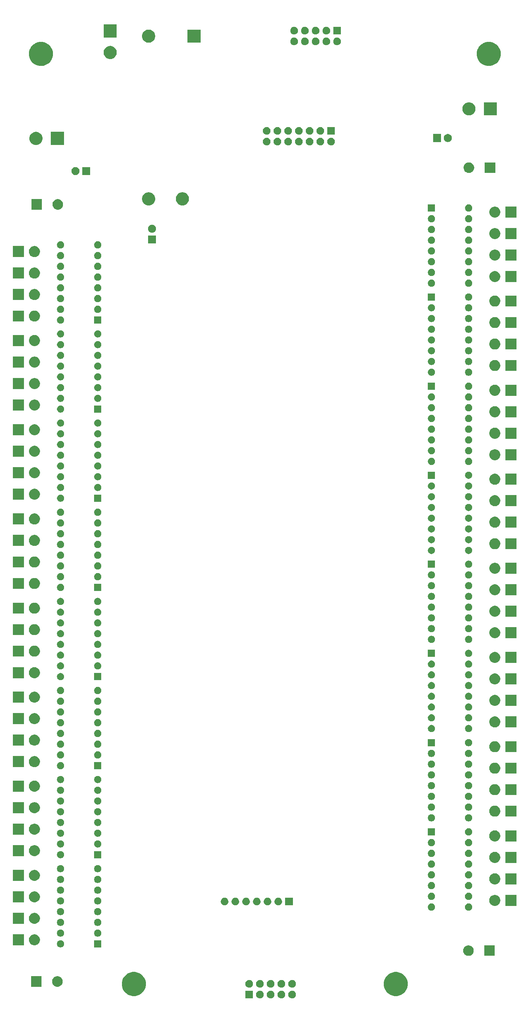
<source format=gbs>
G04 #@! TF.GenerationSoftware,KiCad,Pcbnew,5.1.5-52549c5~84~ubuntu18.04.1*
G04 #@! TF.CreationDate,2020-01-16T14:26:57+02:00*
G04 #@! TF.ProjectId,Hc595_Solenoid_Driver,48633539-355f-4536-9f6c-656e6f69645f,rev?*
G04 #@! TF.SameCoordinates,Original*
G04 #@! TF.FileFunction,Soldermask,Bot*
G04 #@! TF.FilePolarity,Negative*
%FSLAX46Y46*%
G04 Gerber Fmt 4.6, Leading zero omitted, Abs format (unit mm)*
G04 Created by KiCad (PCBNEW 5.1.5-52549c5~84~ubuntu18.04.1) date 2020-01-16 14:26:57*
%MOMM*%
%LPD*%
G04 APERTURE LIST*
%ADD10C,0.100000*%
G04 APERTURE END LIST*
D10*
G36*
X63646778Y-230620547D02*
G01*
X63813224Y-230689491D01*
X63963022Y-230789583D01*
X64090417Y-230916978D01*
X64190509Y-231066776D01*
X64259453Y-231233222D01*
X64294600Y-231409918D01*
X64294600Y-231590082D01*
X64259453Y-231766778D01*
X64190509Y-231933224D01*
X64090417Y-232083022D01*
X63963022Y-232210417D01*
X63813224Y-232310509D01*
X63646778Y-232379453D01*
X63470082Y-232414600D01*
X63289918Y-232414600D01*
X63113222Y-232379453D01*
X62946776Y-232310509D01*
X62796978Y-232210417D01*
X62669583Y-232083022D01*
X62569491Y-231933224D01*
X62500547Y-231766778D01*
X62465400Y-231590082D01*
X62465400Y-231409918D01*
X62500547Y-231233222D01*
X62569491Y-231066776D01*
X62669583Y-230916978D01*
X62796978Y-230789583D01*
X62946776Y-230689491D01*
X63113222Y-230620547D01*
X63289918Y-230585400D01*
X63470082Y-230585400D01*
X63646778Y-230620547D01*
G37*
G36*
X66186778Y-230620547D02*
G01*
X66353224Y-230689491D01*
X66503022Y-230789583D01*
X66630417Y-230916978D01*
X66730509Y-231066776D01*
X66799453Y-231233222D01*
X66834600Y-231409918D01*
X66834600Y-231590082D01*
X66799453Y-231766778D01*
X66730509Y-231933224D01*
X66630417Y-232083022D01*
X66503022Y-232210417D01*
X66353224Y-232310509D01*
X66186778Y-232379453D01*
X66010082Y-232414600D01*
X65829918Y-232414600D01*
X65653222Y-232379453D01*
X65486776Y-232310509D01*
X65336978Y-232210417D01*
X65209583Y-232083022D01*
X65109491Y-231933224D01*
X65040547Y-231766778D01*
X65005400Y-231590082D01*
X65005400Y-231409918D01*
X65040547Y-231233222D01*
X65109491Y-231066776D01*
X65209583Y-230916978D01*
X65336978Y-230789583D01*
X65486776Y-230689491D01*
X65653222Y-230620547D01*
X65829918Y-230585400D01*
X66010082Y-230585400D01*
X66186778Y-230620547D01*
G37*
G36*
X68726778Y-230620547D02*
G01*
X68893224Y-230689491D01*
X69043022Y-230789583D01*
X69170417Y-230916978D01*
X69270509Y-231066776D01*
X69339453Y-231233222D01*
X69374600Y-231409918D01*
X69374600Y-231590082D01*
X69339453Y-231766778D01*
X69270509Y-231933224D01*
X69170417Y-232083022D01*
X69043022Y-232210417D01*
X68893224Y-232310509D01*
X68726778Y-232379453D01*
X68550082Y-232414600D01*
X68369918Y-232414600D01*
X68193222Y-232379453D01*
X68026776Y-232310509D01*
X67876978Y-232210417D01*
X67749583Y-232083022D01*
X67649491Y-231933224D01*
X67580547Y-231766778D01*
X67545400Y-231590082D01*
X67545400Y-231409918D01*
X67580547Y-231233222D01*
X67649491Y-231066776D01*
X67749583Y-230916978D01*
X67876978Y-230789583D01*
X68026776Y-230689491D01*
X68193222Y-230620547D01*
X68369918Y-230585400D01*
X68550082Y-230585400D01*
X68726778Y-230620547D01*
G37*
G36*
X61106778Y-230620547D02*
G01*
X61273224Y-230689491D01*
X61423022Y-230789583D01*
X61550417Y-230916978D01*
X61650509Y-231066776D01*
X61719453Y-231233222D01*
X61754600Y-231409918D01*
X61754600Y-231590082D01*
X61719453Y-231766778D01*
X61650509Y-231933224D01*
X61550417Y-232083022D01*
X61423022Y-232210417D01*
X61273224Y-232310509D01*
X61106778Y-232379453D01*
X60930082Y-232414600D01*
X60749918Y-232414600D01*
X60573222Y-232379453D01*
X60406776Y-232310509D01*
X60256978Y-232210417D01*
X60129583Y-232083022D01*
X60029491Y-231933224D01*
X59960547Y-231766778D01*
X59925400Y-231590082D01*
X59925400Y-231409918D01*
X59960547Y-231233222D01*
X60029491Y-231066776D01*
X60129583Y-230916978D01*
X60256978Y-230789583D01*
X60406776Y-230689491D01*
X60573222Y-230620547D01*
X60749918Y-230585400D01*
X60930082Y-230585400D01*
X61106778Y-230620547D01*
G37*
G36*
X59214600Y-232414600D02*
G01*
X57385400Y-232414600D01*
X57385400Y-230585400D01*
X59214600Y-230585400D01*
X59214600Y-232414600D01*
G37*
G36*
X93831606Y-226258562D02*
G01*
X94350455Y-226473476D01*
X94817407Y-226785484D01*
X95214516Y-227182593D01*
X95526524Y-227649545D01*
X95741438Y-228168394D01*
X95741438Y-228168395D01*
X95845833Y-228693222D01*
X95851000Y-228719201D01*
X95851000Y-229280799D01*
X95741438Y-229831606D01*
X95526524Y-230350455D01*
X95369538Y-230585400D01*
X95233108Y-230789583D01*
X95214516Y-230817407D01*
X94817407Y-231214516D01*
X94350455Y-231526524D01*
X93831606Y-231741438D01*
X93556202Y-231796219D01*
X93280800Y-231851000D01*
X92719200Y-231851000D01*
X92443798Y-231796219D01*
X92168394Y-231741438D01*
X91649545Y-231526524D01*
X91182593Y-231214516D01*
X90785484Y-230817407D01*
X90766893Y-230789583D01*
X90630462Y-230585400D01*
X90473476Y-230350455D01*
X90258562Y-229831606D01*
X90149000Y-229280799D01*
X90149000Y-228719201D01*
X90154168Y-228693222D01*
X90258562Y-228168395D01*
X90258562Y-228168394D01*
X90473476Y-227649545D01*
X90785484Y-227182593D01*
X91182593Y-226785484D01*
X91649545Y-226473476D01*
X92168394Y-226258562D01*
X92719200Y-226149000D01*
X93280800Y-226149000D01*
X93831606Y-226258562D01*
G37*
G36*
X31831606Y-226258562D02*
G01*
X32350455Y-226473476D01*
X32817407Y-226785484D01*
X33214516Y-227182593D01*
X33526524Y-227649545D01*
X33741438Y-228168394D01*
X33741438Y-228168395D01*
X33845833Y-228693222D01*
X33851000Y-228719201D01*
X33851000Y-229280799D01*
X33741438Y-229831606D01*
X33526524Y-230350455D01*
X33369538Y-230585400D01*
X33233108Y-230789583D01*
X33214516Y-230817407D01*
X32817407Y-231214516D01*
X32350455Y-231526524D01*
X31831606Y-231741438D01*
X31556202Y-231796219D01*
X31280800Y-231851000D01*
X30719200Y-231851000D01*
X30443798Y-231796219D01*
X30168394Y-231741438D01*
X29649545Y-231526524D01*
X29182593Y-231214516D01*
X28785484Y-230817407D01*
X28766893Y-230789583D01*
X28630462Y-230585400D01*
X28473476Y-230350455D01*
X28258562Y-229831606D01*
X28149000Y-229280799D01*
X28149000Y-228719201D01*
X28154168Y-228693222D01*
X28258562Y-228168395D01*
X28258562Y-228168394D01*
X28473476Y-227649545D01*
X28785484Y-227182593D01*
X29182593Y-226785484D01*
X29649545Y-226473476D01*
X30168394Y-226258562D01*
X30719200Y-226149000D01*
X31280800Y-226149000D01*
X31831606Y-226258562D01*
G37*
G36*
X58566778Y-228080547D02*
G01*
X58733224Y-228149491D01*
X58883022Y-228249583D01*
X59010417Y-228376978D01*
X59110509Y-228526776D01*
X59179453Y-228693222D01*
X59214600Y-228869918D01*
X59214600Y-229050082D01*
X59179453Y-229226778D01*
X59110509Y-229393224D01*
X59010417Y-229543022D01*
X58883022Y-229670417D01*
X58733224Y-229770509D01*
X58566778Y-229839453D01*
X58390082Y-229874600D01*
X58209918Y-229874600D01*
X58033222Y-229839453D01*
X57866776Y-229770509D01*
X57716978Y-229670417D01*
X57589583Y-229543022D01*
X57489491Y-229393224D01*
X57420547Y-229226778D01*
X57385400Y-229050082D01*
X57385400Y-228869918D01*
X57420547Y-228693222D01*
X57489491Y-228526776D01*
X57589583Y-228376978D01*
X57716978Y-228249583D01*
X57866776Y-228149491D01*
X58033222Y-228080547D01*
X58209918Y-228045400D01*
X58390082Y-228045400D01*
X58566778Y-228080547D01*
G37*
G36*
X61106778Y-228080547D02*
G01*
X61273224Y-228149491D01*
X61423022Y-228249583D01*
X61550417Y-228376978D01*
X61650509Y-228526776D01*
X61719453Y-228693222D01*
X61754600Y-228869918D01*
X61754600Y-229050082D01*
X61719453Y-229226778D01*
X61650509Y-229393224D01*
X61550417Y-229543022D01*
X61423022Y-229670417D01*
X61273224Y-229770509D01*
X61106778Y-229839453D01*
X60930082Y-229874600D01*
X60749918Y-229874600D01*
X60573222Y-229839453D01*
X60406776Y-229770509D01*
X60256978Y-229670417D01*
X60129583Y-229543022D01*
X60029491Y-229393224D01*
X59960547Y-229226778D01*
X59925400Y-229050082D01*
X59925400Y-228869918D01*
X59960547Y-228693222D01*
X60029491Y-228526776D01*
X60129583Y-228376978D01*
X60256978Y-228249583D01*
X60406776Y-228149491D01*
X60573222Y-228080547D01*
X60749918Y-228045400D01*
X60930082Y-228045400D01*
X61106778Y-228080547D01*
G37*
G36*
X68726778Y-228080547D02*
G01*
X68893224Y-228149491D01*
X69043022Y-228249583D01*
X69170417Y-228376978D01*
X69270509Y-228526776D01*
X69339453Y-228693222D01*
X69374600Y-228869918D01*
X69374600Y-229050082D01*
X69339453Y-229226778D01*
X69270509Y-229393224D01*
X69170417Y-229543022D01*
X69043022Y-229670417D01*
X68893224Y-229770509D01*
X68726778Y-229839453D01*
X68550082Y-229874600D01*
X68369918Y-229874600D01*
X68193222Y-229839453D01*
X68026776Y-229770509D01*
X67876978Y-229670417D01*
X67749583Y-229543022D01*
X67649491Y-229393224D01*
X67580547Y-229226778D01*
X67545400Y-229050082D01*
X67545400Y-228869918D01*
X67580547Y-228693222D01*
X67649491Y-228526776D01*
X67749583Y-228376978D01*
X67876978Y-228249583D01*
X68026776Y-228149491D01*
X68193222Y-228080547D01*
X68369918Y-228045400D01*
X68550082Y-228045400D01*
X68726778Y-228080547D01*
G37*
G36*
X63646778Y-228080547D02*
G01*
X63813224Y-228149491D01*
X63963022Y-228249583D01*
X64090417Y-228376978D01*
X64190509Y-228526776D01*
X64259453Y-228693222D01*
X64294600Y-228869918D01*
X64294600Y-229050082D01*
X64259453Y-229226778D01*
X64190509Y-229393224D01*
X64090417Y-229543022D01*
X63963022Y-229670417D01*
X63813224Y-229770509D01*
X63646778Y-229839453D01*
X63470082Y-229874600D01*
X63289918Y-229874600D01*
X63113222Y-229839453D01*
X62946776Y-229770509D01*
X62796978Y-229670417D01*
X62669583Y-229543022D01*
X62569491Y-229393224D01*
X62500547Y-229226778D01*
X62465400Y-229050082D01*
X62465400Y-228869918D01*
X62500547Y-228693222D01*
X62569491Y-228526776D01*
X62669583Y-228376978D01*
X62796978Y-228249583D01*
X62946776Y-228149491D01*
X63113222Y-228080547D01*
X63289918Y-228045400D01*
X63470082Y-228045400D01*
X63646778Y-228080547D01*
G37*
G36*
X66186778Y-228080547D02*
G01*
X66353224Y-228149491D01*
X66503022Y-228249583D01*
X66630417Y-228376978D01*
X66730509Y-228526776D01*
X66799453Y-228693222D01*
X66834600Y-228869918D01*
X66834600Y-229050082D01*
X66799453Y-229226778D01*
X66730509Y-229393224D01*
X66630417Y-229543022D01*
X66503022Y-229670417D01*
X66353224Y-229770509D01*
X66186778Y-229839453D01*
X66010082Y-229874600D01*
X65829918Y-229874600D01*
X65653222Y-229839453D01*
X65486776Y-229770509D01*
X65336978Y-229670417D01*
X65209583Y-229543022D01*
X65109491Y-229393224D01*
X65040547Y-229226778D01*
X65005400Y-229050082D01*
X65005400Y-228869918D01*
X65040547Y-228693222D01*
X65109491Y-228526776D01*
X65209583Y-228376978D01*
X65336978Y-228249583D01*
X65486776Y-228149491D01*
X65653222Y-228080547D01*
X65829918Y-228045400D01*
X66010082Y-228045400D01*
X66186778Y-228080547D01*
G37*
G36*
X13192097Y-227182593D02*
G01*
X13264903Y-227197075D01*
X13492571Y-227291378D01*
X13697466Y-227428285D01*
X13871715Y-227602534D01*
X13871716Y-227602536D01*
X14008623Y-227807431D01*
X14102925Y-228035097D01*
X14151000Y-228276786D01*
X14151000Y-228523214D01*
X14102925Y-228764903D01*
X14059427Y-228869918D01*
X14008622Y-228992571D01*
X13871715Y-229197466D01*
X13697466Y-229371715D01*
X13492571Y-229508622D01*
X13492570Y-229508623D01*
X13492569Y-229508623D01*
X13264903Y-229602925D01*
X13023214Y-229651000D01*
X12776786Y-229651000D01*
X12535097Y-229602925D01*
X12307431Y-229508623D01*
X12307430Y-229508623D01*
X12307429Y-229508622D01*
X12102534Y-229371715D01*
X11928285Y-229197466D01*
X11791378Y-228992571D01*
X11740574Y-228869918D01*
X11697075Y-228764903D01*
X11649000Y-228523214D01*
X11649000Y-228276786D01*
X11697075Y-228035097D01*
X11791377Y-227807431D01*
X11928284Y-227602536D01*
X11928285Y-227602534D01*
X12102534Y-227428285D01*
X12307429Y-227291378D01*
X12535097Y-227197075D01*
X12607903Y-227182593D01*
X12776786Y-227149000D01*
X13023214Y-227149000D01*
X13192097Y-227182593D01*
G37*
G36*
X9151000Y-229651000D02*
G01*
X6649000Y-229651000D01*
X6649000Y-227149000D01*
X9151000Y-227149000D01*
X9151000Y-229651000D01*
G37*
G36*
X110564903Y-219897075D02*
G01*
X110792571Y-219991378D01*
X110997466Y-220128285D01*
X111171715Y-220302534D01*
X111308622Y-220507429D01*
X111402925Y-220735097D01*
X111451000Y-220976787D01*
X111451000Y-221223213D01*
X111402925Y-221464903D01*
X111308622Y-221692571D01*
X111171715Y-221897466D01*
X110997466Y-222071715D01*
X110792571Y-222208622D01*
X110792570Y-222208623D01*
X110792569Y-222208623D01*
X110564903Y-222302925D01*
X110323214Y-222351000D01*
X110076786Y-222351000D01*
X109835097Y-222302925D01*
X109607431Y-222208623D01*
X109607430Y-222208623D01*
X109607429Y-222208622D01*
X109402534Y-222071715D01*
X109228285Y-221897466D01*
X109091378Y-221692571D01*
X108997075Y-221464903D01*
X108949000Y-221223213D01*
X108949000Y-220976787D01*
X108997075Y-220735097D01*
X109091378Y-220507429D01*
X109228285Y-220302534D01*
X109402534Y-220128285D01*
X109607429Y-219991378D01*
X109835097Y-219897075D01*
X110076786Y-219849000D01*
X110323214Y-219849000D01*
X110564903Y-219897075D01*
G37*
G36*
X116451000Y-222351000D02*
G01*
X113949000Y-222351000D01*
X113949000Y-219849000D01*
X116451000Y-219849000D01*
X116451000Y-222351000D01*
G37*
G36*
X13898228Y-218681703D02*
G01*
X14053100Y-218745853D01*
X14192481Y-218838985D01*
X14311015Y-218957519D01*
X14404147Y-219096900D01*
X14468297Y-219251772D01*
X14501000Y-219416184D01*
X14501000Y-219583816D01*
X14468297Y-219748228D01*
X14404147Y-219903100D01*
X14311015Y-220042481D01*
X14192481Y-220161015D01*
X14053100Y-220254147D01*
X13898228Y-220318297D01*
X13733816Y-220351000D01*
X13566184Y-220351000D01*
X13401772Y-220318297D01*
X13246900Y-220254147D01*
X13107519Y-220161015D01*
X12988985Y-220042481D01*
X12895853Y-219903100D01*
X12831703Y-219748228D01*
X12799000Y-219583816D01*
X12799000Y-219416184D01*
X12831703Y-219251772D01*
X12895853Y-219096900D01*
X12988985Y-218957519D01*
X13107519Y-218838985D01*
X13246900Y-218745853D01*
X13401772Y-218681703D01*
X13566184Y-218649000D01*
X13733816Y-218649000D01*
X13898228Y-218681703D01*
G37*
G36*
X23301000Y-220351000D02*
G01*
X21599000Y-220351000D01*
X21599000Y-218649000D01*
X23301000Y-218649000D01*
X23301000Y-220351000D01*
G37*
G36*
X7839487Y-217298996D02*
G01*
X8076253Y-217397068D01*
X8076255Y-217397069D01*
X8289339Y-217539447D01*
X8470553Y-217720661D01*
X8530916Y-217811000D01*
X8612932Y-217933747D01*
X8711004Y-218170513D01*
X8761000Y-218421861D01*
X8761000Y-218678139D01*
X8711004Y-218929487D01*
X8699392Y-218957520D01*
X8612931Y-219166255D01*
X8470553Y-219379339D01*
X8289339Y-219560553D01*
X8076255Y-219702931D01*
X8076254Y-219702932D01*
X8076253Y-219702932D01*
X7839487Y-219801004D01*
X7588139Y-219851000D01*
X7331861Y-219851000D01*
X7080513Y-219801004D01*
X6843747Y-219702932D01*
X6843746Y-219702932D01*
X6843745Y-219702931D01*
X6630661Y-219560553D01*
X6449447Y-219379339D01*
X6307069Y-219166255D01*
X6220608Y-218957520D01*
X6208996Y-218929487D01*
X6159000Y-218678139D01*
X6159000Y-218421861D01*
X6208996Y-218170513D01*
X6307068Y-217933747D01*
X6389085Y-217811000D01*
X6449447Y-217720661D01*
X6630661Y-217539447D01*
X6843745Y-217397069D01*
X6843747Y-217397068D01*
X7080513Y-217298996D01*
X7331861Y-217249000D01*
X7588139Y-217249000D01*
X7839487Y-217298996D01*
G37*
G36*
X4951000Y-219851000D02*
G01*
X2349000Y-219851000D01*
X2349000Y-217249000D01*
X4951000Y-217249000D01*
X4951000Y-219851000D01*
G37*
G36*
X22698228Y-216141703D02*
G01*
X22853100Y-216205853D01*
X22992481Y-216298985D01*
X23111015Y-216417519D01*
X23204147Y-216556900D01*
X23268297Y-216711772D01*
X23301000Y-216876184D01*
X23301000Y-217043816D01*
X23268297Y-217208228D01*
X23204147Y-217363100D01*
X23111015Y-217502481D01*
X22992481Y-217621015D01*
X22853100Y-217714147D01*
X22698228Y-217778297D01*
X22533816Y-217811000D01*
X22366184Y-217811000D01*
X22201772Y-217778297D01*
X22046900Y-217714147D01*
X21907519Y-217621015D01*
X21788985Y-217502481D01*
X21695853Y-217363100D01*
X21631703Y-217208228D01*
X21599000Y-217043816D01*
X21599000Y-216876184D01*
X21631703Y-216711772D01*
X21695853Y-216556900D01*
X21788985Y-216417519D01*
X21907519Y-216298985D01*
X22046900Y-216205853D01*
X22201772Y-216141703D01*
X22366184Y-216109000D01*
X22533816Y-216109000D01*
X22698228Y-216141703D01*
G37*
G36*
X13898228Y-216141703D02*
G01*
X14053100Y-216205853D01*
X14192481Y-216298985D01*
X14311015Y-216417519D01*
X14404147Y-216556900D01*
X14468297Y-216711772D01*
X14501000Y-216876184D01*
X14501000Y-217043816D01*
X14468297Y-217208228D01*
X14404147Y-217363100D01*
X14311015Y-217502481D01*
X14192481Y-217621015D01*
X14053100Y-217714147D01*
X13898228Y-217778297D01*
X13733816Y-217811000D01*
X13566184Y-217811000D01*
X13401772Y-217778297D01*
X13246900Y-217714147D01*
X13107519Y-217621015D01*
X12988985Y-217502481D01*
X12895853Y-217363100D01*
X12831703Y-217208228D01*
X12799000Y-217043816D01*
X12799000Y-216876184D01*
X12831703Y-216711772D01*
X12895853Y-216556900D01*
X12988985Y-216417519D01*
X13107519Y-216298985D01*
X13246900Y-216205853D01*
X13401772Y-216141703D01*
X13566184Y-216109000D01*
X13733816Y-216109000D01*
X13898228Y-216141703D01*
G37*
G36*
X13898228Y-213601703D02*
G01*
X14053100Y-213665853D01*
X14192481Y-213758985D01*
X14311015Y-213877519D01*
X14404147Y-214016900D01*
X14468297Y-214171772D01*
X14501000Y-214336184D01*
X14501000Y-214503816D01*
X14468297Y-214668228D01*
X14404147Y-214823100D01*
X14311015Y-214962481D01*
X14192481Y-215081015D01*
X14053100Y-215174147D01*
X13898228Y-215238297D01*
X13733816Y-215271000D01*
X13566184Y-215271000D01*
X13401772Y-215238297D01*
X13246900Y-215174147D01*
X13107519Y-215081015D01*
X12988985Y-214962481D01*
X12895853Y-214823100D01*
X12831703Y-214668228D01*
X12799000Y-214503816D01*
X12799000Y-214336184D01*
X12831703Y-214171772D01*
X12895853Y-214016900D01*
X12988985Y-213877519D01*
X13107519Y-213758985D01*
X13246900Y-213665853D01*
X13401772Y-213601703D01*
X13566184Y-213569000D01*
X13733816Y-213569000D01*
X13898228Y-213601703D01*
G37*
G36*
X22698228Y-213601703D02*
G01*
X22853100Y-213665853D01*
X22992481Y-213758985D01*
X23111015Y-213877519D01*
X23204147Y-214016900D01*
X23268297Y-214171772D01*
X23301000Y-214336184D01*
X23301000Y-214503816D01*
X23268297Y-214668228D01*
X23204147Y-214823100D01*
X23111015Y-214962481D01*
X22992481Y-215081015D01*
X22853100Y-215174147D01*
X22698228Y-215238297D01*
X22533816Y-215271000D01*
X22366184Y-215271000D01*
X22201772Y-215238297D01*
X22046900Y-215174147D01*
X21907519Y-215081015D01*
X21788985Y-214962481D01*
X21695853Y-214823100D01*
X21631703Y-214668228D01*
X21599000Y-214503816D01*
X21599000Y-214336184D01*
X21631703Y-214171772D01*
X21695853Y-214016900D01*
X21788985Y-213877519D01*
X21907519Y-213758985D01*
X22046900Y-213665853D01*
X22201772Y-213601703D01*
X22366184Y-213569000D01*
X22533816Y-213569000D01*
X22698228Y-213601703D01*
G37*
G36*
X7839487Y-212215663D02*
G01*
X8076253Y-212313735D01*
X8076255Y-212313736D01*
X8289339Y-212456114D01*
X8470553Y-212637328D01*
X8533143Y-212731000D01*
X8612932Y-212850414D01*
X8711004Y-213087180D01*
X8761000Y-213338528D01*
X8761000Y-213594806D01*
X8711004Y-213846154D01*
X8640278Y-214016900D01*
X8612931Y-214082922D01*
X8470553Y-214296006D01*
X8289339Y-214477220D01*
X8076255Y-214619598D01*
X8076254Y-214619599D01*
X8076253Y-214619599D01*
X7839487Y-214717671D01*
X7588139Y-214767667D01*
X7331861Y-214767667D01*
X7080513Y-214717671D01*
X6843747Y-214619599D01*
X6843746Y-214619599D01*
X6843745Y-214619598D01*
X6630661Y-214477220D01*
X6449447Y-214296006D01*
X6307069Y-214082922D01*
X6279722Y-214016900D01*
X6208996Y-213846154D01*
X6159000Y-213594806D01*
X6159000Y-213338528D01*
X6208996Y-213087180D01*
X6307068Y-212850414D01*
X6386858Y-212731000D01*
X6449447Y-212637328D01*
X6630661Y-212456114D01*
X6843745Y-212313736D01*
X6843747Y-212313735D01*
X7080513Y-212215663D01*
X7331861Y-212165667D01*
X7588139Y-212165667D01*
X7839487Y-212215663D01*
G37*
G36*
X4951000Y-214767667D02*
G01*
X2349000Y-214767667D01*
X2349000Y-212165667D01*
X4951000Y-212165667D01*
X4951000Y-214767667D01*
G37*
G36*
X22698228Y-211061703D02*
G01*
X22853100Y-211125853D01*
X22992481Y-211218985D01*
X23111015Y-211337519D01*
X23204147Y-211476900D01*
X23268297Y-211631772D01*
X23301000Y-211796184D01*
X23301000Y-211963816D01*
X23268297Y-212128228D01*
X23204147Y-212283100D01*
X23111015Y-212422481D01*
X22992481Y-212541015D01*
X22853100Y-212634147D01*
X22698228Y-212698297D01*
X22533816Y-212731000D01*
X22366184Y-212731000D01*
X22201772Y-212698297D01*
X22046900Y-212634147D01*
X21907519Y-212541015D01*
X21788985Y-212422481D01*
X21695853Y-212283100D01*
X21631703Y-212128228D01*
X21599000Y-211963816D01*
X21599000Y-211796184D01*
X21631703Y-211631772D01*
X21695853Y-211476900D01*
X21788985Y-211337519D01*
X21907519Y-211218985D01*
X22046900Y-211125853D01*
X22201772Y-211061703D01*
X22366184Y-211029000D01*
X22533816Y-211029000D01*
X22698228Y-211061703D01*
G37*
G36*
X13898228Y-211061703D02*
G01*
X14053100Y-211125853D01*
X14192481Y-211218985D01*
X14311015Y-211337519D01*
X14404147Y-211476900D01*
X14468297Y-211631772D01*
X14501000Y-211796184D01*
X14501000Y-211963816D01*
X14468297Y-212128228D01*
X14404147Y-212283100D01*
X14311015Y-212422481D01*
X14192481Y-212541015D01*
X14053100Y-212634147D01*
X13898228Y-212698297D01*
X13733816Y-212731000D01*
X13566184Y-212731000D01*
X13401772Y-212698297D01*
X13246900Y-212634147D01*
X13107519Y-212541015D01*
X12988985Y-212422481D01*
X12895853Y-212283100D01*
X12831703Y-212128228D01*
X12799000Y-211963816D01*
X12799000Y-211796184D01*
X12831703Y-211631772D01*
X12895853Y-211476900D01*
X12988985Y-211337519D01*
X13107519Y-211218985D01*
X13246900Y-211125853D01*
X13401772Y-211061703D01*
X13566184Y-211029000D01*
X13733816Y-211029000D01*
X13898228Y-211061703D01*
G37*
G36*
X101688228Y-209971703D02*
G01*
X101843100Y-210035853D01*
X101982481Y-210128985D01*
X102101015Y-210247519D01*
X102194147Y-210386900D01*
X102258297Y-210541772D01*
X102291000Y-210706184D01*
X102291000Y-210873816D01*
X102258297Y-211038228D01*
X102194147Y-211193100D01*
X102101015Y-211332481D01*
X101982481Y-211451015D01*
X101843100Y-211544147D01*
X101688228Y-211608297D01*
X101523816Y-211641000D01*
X101356184Y-211641000D01*
X101191772Y-211608297D01*
X101036900Y-211544147D01*
X100897519Y-211451015D01*
X100778985Y-211332481D01*
X100685853Y-211193100D01*
X100621703Y-211038228D01*
X100589000Y-210873816D01*
X100589000Y-210706184D01*
X100621703Y-210541772D01*
X100685853Y-210386900D01*
X100778985Y-210247519D01*
X100897519Y-210128985D01*
X101036900Y-210035853D01*
X101191772Y-209971703D01*
X101356184Y-209939000D01*
X101523816Y-209939000D01*
X101688228Y-209971703D01*
G37*
G36*
X110488228Y-209971703D02*
G01*
X110643100Y-210035853D01*
X110782481Y-210128985D01*
X110901015Y-210247519D01*
X110994147Y-210386900D01*
X111058297Y-210541772D01*
X111091000Y-210706184D01*
X111091000Y-210873816D01*
X111058297Y-211038228D01*
X110994147Y-211193100D01*
X110901015Y-211332481D01*
X110782481Y-211451015D01*
X110643100Y-211544147D01*
X110488228Y-211608297D01*
X110323816Y-211641000D01*
X110156184Y-211641000D01*
X109991772Y-211608297D01*
X109836900Y-211544147D01*
X109697519Y-211451015D01*
X109578985Y-211332481D01*
X109485853Y-211193100D01*
X109421703Y-211038228D01*
X109389000Y-210873816D01*
X109389000Y-210706184D01*
X109421703Y-210541772D01*
X109485853Y-210386900D01*
X109578985Y-210247519D01*
X109697519Y-210128985D01*
X109836900Y-210035853D01*
X109991772Y-209971703D01*
X110156184Y-209939000D01*
X110323816Y-209939000D01*
X110488228Y-209971703D01*
G37*
G36*
X121541000Y-210511000D02*
G01*
X118939000Y-210511000D01*
X118939000Y-207909000D01*
X121541000Y-207909000D01*
X121541000Y-210511000D01*
G37*
G36*
X116809487Y-207958996D02*
G01*
X117046253Y-208057068D01*
X117046255Y-208057069D01*
X117259339Y-208199447D01*
X117440553Y-208380661D01*
X117577658Y-208585853D01*
X117582932Y-208593747D01*
X117681004Y-208830513D01*
X117731000Y-209081861D01*
X117731000Y-209338139D01*
X117681004Y-209589487D01*
X117609210Y-209762812D01*
X117582931Y-209826255D01*
X117440553Y-210039339D01*
X117259339Y-210220553D01*
X117046255Y-210362931D01*
X117046254Y-210362932D01*
X117046253Y-210362932D01*
X116809487Y-210461004D01*
X116558139Y-210511000D01*
X116301861Y-210511000D01*
X116050513Y-210461004D01*
X115813747Y-210362932D01*
X115813746Y-210362932D01*
X115813745Y-210362931D01*
X115600661Y-210220553D01*
X115419447Y-210039339D01*
X115277069Y-209826255D01*
X115250790Y-209762812D01*
X115178996Y-209589487D01*
X115129000Y-209338139D01*
X115129000Y-209081861D01*
X115178996Y-208830513D01*
X115277068Y-208593747D01*
X115282343Y-208585853D01*
X115419447Y-208380661D01*
X115600661Y-208199447D01*
X115813745Y-208057069D01*
X115813747Y-208057068D01*
X116050513Y-207958996D01*
X116301861Y-207909000D01*
X116558139Y-207909000D01*
X116809487Y-207958996D01*
G37*
G36*
X52593512Y-208603927D02*
G01*
X52742812Y-208633624D01*
X52906784Y-208701544D01*
X53054354Y-208800147D01*
X53179853Y-208925646D01*
X53278456Y-209073216D01*
X53346376Y-209237188D01*
X53366455Y-209338137D01*
X53381000Y-209411258D01*
X53381000Y-209588742D01*
X53376073Y-209613512D01*
X53346376Y-209762812D01*
X53278456Y-209926784D01*
X53179853Y-210074354D01*
X53054354Y-210199853D01*
X52906784Y-210298456D01*
X52742812Y-210366376D01*
X52593512Y-210396073D01*
X52568742Y-210401000D01*
X52391258Y-210401000D01*
X52366488Y-210396073D01*
X52217188Y-210366376D01*
X52053216Y-210298456D01*
X51905646Y-210199853D01*
X51780147Y-210074354D01*
X51681544Y-209926784D01*
X51613624Y-209762812D01*
X51583927Y-209613512D01*
X51579000Y-209588742D01*
X51579000Y-209411258D01*
X51593545Y-209338137D01*
X51613624Y-209237188D01*
X51681544Y-209073216D01*
X51780147Y-208925646D01*
X51905646Y-208800147D01*
X52053216Y-208701544D01*
X52217188Y-208633624D01*
X52366488Y-208603927D01*
X52391258Y-208599000D01*
X52568742Y-208599000D01*
X52593512Y-208603927D01*
G37*
G36*
X65293512Y-208603927D02*
G01*
X65442812Y-208633624D01*
X65606784Y-208701544D01*
X65754354Y-208800147D01*
X65879853Y-208925646D01*
X65978456Y-209073216D01*
X66046376Y-209237188D01*
X66066455Y-209338137D01*
X66081000Y-209411258D01*
X66081000Y-209588742D01*
X66076073Y-209613512D01*
X66046376Y-209762812D01*
X65978456Y-209926784D01*
X65879853Y-210074354D01*
X65754354Y-210199853D01*
X65606784Y-210298456D01*
X65442812Y-210366376D01*
X65293512Y-210396073D01*
X65268742Y-210401000D01*
X65091258Y-210401000D01*
X65066488Y-210396073D01*
X64917188Y-210366376D01*
X64753216Y-210298456D01*
X64605646Y-210199853D01*
X64480147Y-210074354D01*
X64381544Y-209926784D01*
X64313624Y-209762812D01*
X64283927Y-209613512D01*
X64279000Y-209588742D01*
X64279000Y-209411258D01*
X64293545Y-209338137D01*
X64313624Y-209237188D01*
X64381544Y-209073216D01*
X64480147Y-208925646D01*
X64605646Y-208800147D01*
X64753216Y-208701544D01*
X64917188Y-208633624D01*
X65066488Y-208603927D01*
X65091258Y-208599000D01*
X65268742Y-208599000D01*
X65293512Y-208603927D01*
G37*
G36*
X62753512Y-208603927D02*
G01*
X62902812Y-208633624D01*
X63066784Y-208701544D01*
X63214354Y-208800147D01*
X63339853Y-208925646D01*
X63438456Y-209073216D01*
X63506376Y-209237188D01*
X63526455Y-209338137D01*
X63541000Y-209411258D01*
X63541000Y-209588742D01*
X63536073Y-209613512D01*
X63506376Y-209762812D01*
X63438456Y-209926784D01*
X63339853Y-210074354D01*
X63214354Y-210199853D01*
X63066784Y-210298456D01*
X62902812Y-210366376D01*
X62753512Y-210396073D01*
X62728742Y-210401000D01*
X62551258Y-210401000D01*
X62526488Y-210396073D01*
X62377188Y-210366376D01*
X62213216Y-210298456D01*
X62065646Y-210199853D01*
X61940147Y-210074354D01*
X61841544Y-209926784D01*
X61773624Y-209762812D01*
X61743927Y-209613512D01*
X61739000Y-209588742D01*
X61739000Y-209411258D01*
X61753545Y-209338137D01*
X61773624Y-209237188D01*
X61841544Y-209073216D01*
X61940147Y-208925646D01*
X62065646Y-208800147D01*
X62213216Y-208701544D01*
X62377188Y-208633624D01*
X62526488Y-208603927D01*
X62551258Y-208599000D01*
X62728742Y-208599000D01*
X62753512Y-208603927D01*
G37*
G36*
X60213512Y-208603927D02*
G01*
X60362812Y-208633624D01*
X60526784Y-208701544D01*
X60674354Y-208800147D01*
X60799853Y-208925646D01*
X60898456Y-209073216D01*
X60966376Y-209237188D01*
X60986455Y-209338137D01*
X61001000Y-209411258D01*
X61001000Y-209588742D01*
X60996073Y-209613512D01*
X60966376Y-209762812D01*
X60898456Y-209926784D01*
X60799853Y-210074354D01*
X60674354Y-210199853D01*
X60526784Y-210298456D01*
X60362812Y-210366376D01*
X60213512Y-210396073D01*
X60188742Y-210401000D01*
X60011258Y-210401000D01*
X59986488Y-210396073D01*
X59837188Y-210366376D01*
X59673216Y-210298456D01*
X59525646Y-210199853D01*
X59400147Y-210074354D01*
X59301544Y-209926784D01*
X59233624Y-209762812D01*
X59203927Y-209613512D01*
X59199000Y-209588742D01*
X59199000Y-209411258D01*
X59213545Y-209338137D01*
X59233624Y-209237188D01*
X59301544Y-209073216D01*
X59400147Y-208925646D01*
X59525646Y-208800147D01*
X59673216Y-208701544D01*
X59837188Y-208633624D01*
X59986488Y-208603927D01*
X60011258Y-208599000D01*
X60188742Y-208599000D01*
X60213512Y-208603927D01*
G37*
G36*
X55133512Y-208603927D02*
G01*
X55282812Y-208633624D01*
X55446784Y-208701544D01*
X55594354Y-208800147D01*
X55719853Y-208925646D01*
X55818456Y-209073216D01*
X55886376Y-209237188D01*
X55906455Y-209338137D01*
X55921000Y-209411258D01*
X55921000Y-209588742D01*
X55916073Y-209613512D01*
X55886376Y-209762812D01*
X55818456Y-209926784D01*
X55719853Y-210074354D01*
X55594354Y-210199853D01*
X55446784Y-210298456D01*
X55282812Y-210366376D01*
X55133512Y-210396073D01*
X55108742Y-210401000D01*
X54931258Y-210401000D01*
X54906488Y-210396073D01*
X54757188Y-210366376D01*
X54593216Y-210298456D01*
X54445646Y-210199853D01*
X54320147Y-210074354D01*
X54221544Y-209926784D01*
X54153624Y-209762812D01*
X54123927Y-209613512D01*
X54119000Y-209588742D01*
X54119000Y-209411258D01*
X54133545Y-209338137D01*
X54153624Y-209237188D01*
X54221544Y-209073216D01*
X54320147Y-208925646D01*
X54445646Y-208800147D01*
X54593216Y-208701544D01*
X54757188Y-208633624D01*
X54906488Y-208603927D01*
X54931258Y-208599000D01*
X55108742Y-208599000D01*
X55133512Y-208603927D01*
G37*
G36*
X68621000Y-210401000D02*
G01*
X66819000Y-210401000D01*
X66819000Y-208599000D01*
X68621000Y-208599000D01*
X68621000Y-210401000D01*
G37*
G36*
X57673512Y-208603927D02*
G01*
X57822812Y-208633624D01*
X57986784Y-208701544D01*
X58134354Y-208800147D01*
X58259853Y-208925646D01*
X58358456Y-209073216D01*
X58426376Y-209237188D01*
X58446455Y-209338137D01*
X58461000Y-209411258D01*
X58461000Y-209588742D01*
X58456073Y-209613512D01*
X58426376Y-209762812D01*
X58358456Y-209926784D01*
X58259853Y-210074354D01*
X58134354Y-210199853D01*
X57986784Y-210298456D01*
X57822812Y-210366376D01*
X57673512Y-210396073D01*
X57648742Y-210401000D01*
X57471258Y-210401000D01*
X57446488Y-210396073D01*
X57297188Y-210366376D01*
X57133216Y-210298456D01*
X56985646Y-210199853D01*
X56860147Y-210074354D01*
X56761544Y-209926784D01*
X56693624Y-209762812D01*
X56663927Y-209613512D01*
X56659000Y-209588742D01*
X56659000Y-209411258D01*
X56673545Y-209338137D01*
X56693624Y-209237188D01*
X56761544Y-209073216D01*
X56860147Y-208925646D01*
X56985646Y-208800147D01*
X57133216Y-208701544D01*
X57297188Y-208633624D01*
X57446488Y-208603927D01*
X57471258Y-208599000D01*
X57648742Y-208599000D01*
X57673512Y-208603927D01*
G37*
G36*
X13898228Y-208521703D02*
G01*
X14053100Y-208585853D01*
X14192481Y-208678985D01*
X14311015Y-208797519D01*
X14404147Y-208936900D01*
X14468297Y-209091772D01*
X14501000Y-209256184D01*
X14501000Y-209423816D01*
X14468297Y-209588228D01*
X14404147Y-209743100D01*
X14311015Y-209882481D01*
X14192481Y-210001015D01*
X14053100Y-210094147D01*
X13898228Y-210158297D01*
X13733816Y-210191000D01*
X13566184Y-210191000D01*
X13401772Y-210158297D01*
X13246900Y-210094147D01*
X13107519Y-210001015D01*
X12988985Y-209882481D01*
X12895853Y-209743100D01*
X12831703Y-209588228D01*
X12799000Y-209423816D01*
X12799000Y-209256184D01*
X12831703Y-209091772D01*
X12895853Y-208936900D01*
X12988985Y-208797519D01*
X13107519Y-208678985D01*
X13246900Y-208585853D01*
X13401772Y-208521703D01*
X13566184Y-208489000D01*
X13733816Y-208489000D01*
X13898228Y-208521703D01*
G37*
G36*
X22698228Y-208521703D02*
G01*
X22853100Y-208585853D01*
X22992481Y-208678985D01*
X23111015Y-208797519D01*
X23204147Y-208936900D01*
X23268297Y-209091772D01*
X23301000Y-209256184D01*
X23301000Y-209423816D01*
X23268297Y-209588228D01*
X23204147Y-209743100D01*
X23111015Y-209882481D01*
X22992481Y-210001015D01*
X22853100Y-210094147D01*
X22698228Y-210158297D01*
X22533816Y-210191000D01*
X22366184Y-210191000D01*
X22201772Y-210158297D01*
X22046900Y-210094147D01*
X21907519Y-210001015D01*
X21788985Y-209882481D01*
X21695853Y-209743100D01*
X21631703Y-209588228D01*
X21599000Y-209423816D01*
X21599000Y-209256184D01*
X21631703Y-209091772D01*
X21695853Y-208936900D01*
X21788985Y-208797519D01*
X21907519Y-208678985D01*
X22046900Y-208585853D01*
X22201772Y-208521703D01*
X22366184Y-208489000D01*
X22533816Y-208489000D01*
X22698228Y-208521703D01*
G37*
G36*
X7839487Y-207132330D02*
G01*
X8010340Y-207203100D01*
X8076255Y-207230403D01*
X8289339Y-207372781D01*
X8470553Y-207553995D01*
X8535370Y-207651000D01*
X8612932Y-207767081D01*
X8711004Y-208003847D01*
X8761000Y-208255195D01*
X8761000Y-208511473D01*
X8711004Y-208762821D01*
X8612932Y-208999587D01*
X8612931Y-208999589D01*
X8470553Y-209212673D01*
X8289339Y-209393887D01*
X8076255Y-209536265D01*
X8076254Y-209536266D01*
X8076253Y-209536266D01*
X7839487Y-209634338D01*
X7588139Y-209684334D01*
X7331861Y-209684334D01*
X7080513Y-209634338D01*
X6843747Y-209536266D01*
X6843746Y-209536266D01*
X6843745Y-209536265D01*
X6630661Y-209393887D01*
X6449447Y-209212673D01*
X6307069Y-208999589D01*
X6307068Y-208999587D01*
X6208996Y-208762821D01*
X6159000Y-208511473D01*
X6159000Y-208255195D01*
X6208996Y-208003847D01*
X6307068Y-207767081D01*
X6384631Y-207651000D01*
X6449447Y-207553995D01*
X6630661Y-207372781D01*
X6843745Y-207230403D01*
X6909660Y-207203100D01*
X7080513Y-207132330D01*
X7331861Y-207082334D01*
X7588139Y-207082334D01*
X7839487Y-207132330D01*
G37*
G36*
X4951000Y-209684334D02*
G01*
X2349000Y-209684334D01*
X2349000Y-207082334D01*
X4951000Y-207082334D01*
X4951000Y-209684334D01*
G37*
G36*
X110488228Y-207431703D02*
G01*
X110643100Y-207495853D01*
X110782481Y-207588985D01*
X110901015Y-207707519D01*
X110994147Y-207846900D01*
X111058297Y-208001772D01*
X111091000Y-208166184D01*
X111091000Y-208333816D01*
X111058297Y-208498228D01*
X110994147Y-208653100D01*
X110901015Y-208792481D01*
X110782481Y-208911015D01*
X110643100Y-209004147D01*
X110488228Y-209068297D01*
X110323816Y-209101000D01*
X110156184Y-209101000D01*
X109991772Y-209068297D01*
X109836900Y-209004147D01*
X109697519Y-208911015D01*
X109578985Y-208792481D01*
X109485853Y-208653100D01*
X109421703Y-208498228D01*
X109389000Y-208333816D01*
X109389000Y-208166184D01*
X109421703Y-208001772D01*
X109485853Y-207846900D01*
X109578985Y-207707519D01*
X109697519Y-207588985D01*
X109836900Y-207495853D01*
X109991772Y-207431703D01*
X110156184Y-207399000D01*
X110323816Y-207399000D01*
X110488228Y-207431703D01*
G37*
G36*
X101688228Y-207431703D02*
G01*
X101843100Y-207495853D01*
X101982481Y-207588985D01*
X102101015Y-207707519D01*
X102194147Y-207846900D01*
X102258297Y-208001772D01*
X102291000Y-208166184D01*
X102291000Y-208333816D01*
X102258297Y-208498228D01*
X102194147Y-208653100D01*
X102101015Y-208792481D01*
X101982481Y-208911015D01*
X101843100Y-209004147D01*
X101688228Y-209068297D01*
X101523816Y-209101000D01*
X101356184Y-209101000D01*
X101191772Y-209068297D01*
X101036900Y-209004147D01*
X100897519Y-208911015D01*
X100778985Y-208792481D01*
X100685853Y-208653100D01*
X100621703Y-208498228D01*
X100589000Y-208333816D01*
X100589000Y-208166184D01*
X100621703Y-208001772D01*
X100685853Y-207846900D01*
X100778985Y-207707519D01*
X100897519Y-207588985D01*
X101036900Y-207495853D01*
X101191772Y-207431703D01*
X101356184Y-207399000D01*
X101523816Y-207399000D01*
X101688228Y-207431703D01*
G37*
G36*
X22698228Y-205981703D02*
G01*
X22853100Y-206045853D01*
X22992481Y-206138985D01*
X23111015Y-206257519D01*
X23204147Y-206396900D01*
X23268297Y-206551772D01*
X23301000Y-206716184D01*
X23301000Y-206883816D01*
X23268297Y-207048228D01*
X23204147Y-207203100D01*
X23111015Y-207342481D01*
X22992481Y-207461015D01*
X22853100Y-207554147D01*
X22698228Y-207618297D01*
X22533816Y-207651000D01*
X22366184Y-207651000D01*
X22201772Y-207618297D01*
X22046900Y-207554147D01*
X21907519Y-207461015D01*
X21788985Y-207342481D01*
X21695853Y-207203100D01*
X21631703Y-207048228D01*
X21599000Y-206883816D01*
X21599000Y-206716184D01*
X21631703Y-206551772D01*
X21695853Y-206396900D01*
X21788985Y-206257519D01*
X21907519Y-206138985D01*
X22046900Y-206045853D01*
X22201772Y-205981703D01*
X22366184Y-205949000D01*
X22533816Y-205949000D01*
X22698228Y-205981703D01*
G37*
G36*
X13898228Y-205981703D02*
G01*
X14053100Y-206045853D01*
X14192481Y-206138985D01*
X14311015Y-206257519D01*
X14404147Y-206396900D01*
X14468297Y-206551772D01*
X14501000Y-206716184D01*
X14501000Y-206883816D01*
X14468297Y-207048228D01*
X14404147Y-207203100D01*
X14311015Y-207342481D01*
X14192481Y-207461015D01*
X14053100Y-207554147D01*
X13898228Y-207618297D01*
X13733816Y-207651000D01*
X13566184Y-207651000D01*
X13401772Y-207618297D01*
X13246900Y-207554147D01*
X13107519Y-207461015D01*
X12988985Y-207342481D01*
X12895853Y-207203100D01*
X12831703Y-207048228D01*
X12799000Y-206883816D01*
X12799000Y-206716184D01*
X12831703Y-206551772D01*
X12895853Y-206396900D01*
X12988985Y-206257519D01*
X13107519Y-206138985D01*
X13246900Y-206045853D01*
X13401772Y-205981703D01*
X13566184Y-205949000D01*
X13733816Y-205949000D01*
X13898228Y-205981703D01*
G37*
G36*
X110488228Y-204891703D02*
G01*
X110643100Y-204955853D01*
X110782481Y-205048985D01*
X110901015Y-205167519D01*
X110994147Y-205306900D01*
X111058297Y-205461772D01*
X111091000Y-205626184D01*
X111091000Y-205793816D01*
X111058297Y-205958228D01*
X110994147Y-206113100D01*
X110901015Y-206252481D01*
X110782481Y-206371015D01*
X110643100Y-206464147D01*
X110488228Y-206528297D01*
X110323816Y-206561000D01*
X110156184Y-206561000D01*
X109991772Y-206528297D01*
X109836900Y-206464147D01*
X109697519Y-206371015D01*
X109578985Y-206252481D01*
X109485853Y-206113100D01*
X109421703Y-205958228D01*
X109389000Y-205793816D01*
X109389000Y-205626184D01*
X109421703Y-205461772D01*
X109485853Y-205306900D01*
X109578985Y-205167519D01*
X109697519Y-205048985D01*
X109836900Y-204955853D01*
X109991772Y-204891703D01*
X110156184Y-204859000D01*
X110323816Y-204859000D01*
X110488228Y-204891703D01*
G37*
G36*
X101688228Y-204891703D02*
G01*
X101843100Y-204955853D01*
X101982481Y-205048985D01*
X102101015Y-205167519D01*
X102194147Y-205306900D01*
X102258297Y-205461772D01*
X102291000Y-205626184D01*
X102291000Y-205793816D01*
X102258297Y-205958228D01*
X102194147Y-206113100D01*
X102101015Y-206252481D01*
X101982481Y-206371015D01*
X101843100Y-206464147D01*
X101688228Y-206528297D01*
X101523816Y-206561000D01*
X101356184Y-206561000D01*
X101191772Y-206528297D01*
X101036900Y-206464147D01*
X100897519Y-206371015D01*
X100778985Y-206252481D01*
X100685853Y-206113100D01*
X100621703Y-205958228D01*
X100589000Y-205793816D01*
X100589000Y-205626184D01*
X100621703Y-205461772D01*
X100685853Y-205306900D01*
X100778985Y-205167519D01*
X100897519Y-205048985D01*
X101036900Y-204955853D01*
X101191772Y-204891703D01*
X101356184Y-204859000D01*
X101523816Y-204859000D01*
X101688228Y-204891703D01*
G37*
G36*
X121541000Y-205427666D02*
G01*
X118939000Y-205427666D01*
X118939000Y-202825666D01*
X121541000Y-202825666D01*
X121541000Y-205427666D01*
G37*
G36*
X116809487Y-202875662D02*
G01*
X117046253Y-202973734D01*
X117046255Y-202973735D01*
X117259339Y-203116113D01*
X117440553Y-203297327D01*
X117579885Y-203505852D01*
X117582932Y-203510413D01*
X117681004Y-203747179D01*
X117731000Y-203998527D01*
X117731000Y-204254805D01*
X117681004Y-204506153D01*
X117680144Y-204508229D01*
X117582931Y-204742921D01*
X117440553Y-204956005D01*
X117259339Y-205137219D01*
X117046255Y-205279597D01*
X117046254Y-205279598D01*
X117046253Y-205279598D01*
X116809487Y-205377670D01*
X116558139Y-205427666D01*
X116301861Y-205427666D01*
X116050513Y-205377670D01*
X115813747Y-205279598D01*
X115813746Y-205279598D01*
X115813745Y-205279597D01*
X115600661Y-205137219D01*
X115419447Y-204956005D01*
X115277069Y-204742921D01*
X115179856Y-204508229D01*
X115178996Y-204506153D01*
X115129000Y-204254805D01*
X115129000Y-203998527D01*
X115178996Y-203747179D01*
X115277068Y-203510413D01*
X115280116Y-203505852D01*
X115419447Y-203297327D01*
X115600661Y-203116113D01*
X115813745Y-202973735D01*
X115813747Y-202973734D01*
X116050513Y-202875662D01*
X116301861Y-202825666D01*
X116558139Y-202825666D01*
X116809487Y-202875662D01*
G37*
G36*
X22698228Y-203441703D02*
G01*
X22853100Y-203505853D01*
X22992481Y-203598985D01*
X23111015Y-203717519D01*
X23204147Y-203856900D01*
X23268297Y-204011772D01*
X23301000Y-204176184D01*
X23301000Y-204343816D01*
X23268297Y-204508228D01*
X23204147Y-204663100D01*
X23111015Y-204802481D01*
X22992481Y-204921015D01*
X22853100Y-205014147D01*
X22698228Y-205078297D01*
X22533816Y-205111000D01*
X22366184Y-205111000D01*
X22201772Y-205078297D01*
X22046900Y-205014147D01*
X21907519Y-204921015D01*
X21788985Y-204802481D01*
X21695853Y-204663100D01*
X21631703Y-204508228D01*
X21599000Y-204343816D01*
X21599000Y-204176184D01*
X21631703Y-204011772D01*
X21695853Y-203856900D01*
X21788985Y-203717519D01*
X21907519Y-203598985D01*
X22046900Y-203505853D01*
X22201772Y-203441703D01*
X22366184Y-203409000D01*
X22533816Y-203409000D01*
X22698228Y-203441703D01*
G37*
G36*
X13898228Y-203441703D02*
G01*
X14053100Y-203505853D01*
X14192481Y-203598985D01*
X14311015Y-203717519D01*
X14404147Y-203856900D01*
X14468297Y-204011772D01*
X14501000Y-204176184D01*
X14501000Y-204343816D01*
X14468297Y-204508228D01*
X14404147Y-204663100D01*
X14311015Y-204802481D01*
X14192481Y-204921015D01*
X14053100Y-205014147D01*
X13898228Y-205078297D01*
X13733816Y-205111000D01*
X13566184Y-205111000D01*
X13401772Y-205078297D01*
X13246900Y-205014147D01*
X13107519Y-204921015D01*
X12988985Y-204802481D01*
X12895853Y-204663100D01*
X12831703Y-204508228D01*
X12799000Y-204343816D01*
X12799000Y-204176184D01*
X12831703Y-204011772D01*
X12895853Y-203856900D01*
X12988985Y-203717519D01*
X13107519Y-203598985D01*
X13246900Y-203505853D01*
X13401772Y-203441703D01*
X13566184Y-203409000D01*
X13733816Y-203409000D01*
X13898228Y-203441703D01*
G37*
G36*
X4951000Y-204601000D02*
G01*
X2349000Y-204601000D01*
X2349000Y-201999000D01*
X4951000Y-201999000D01*
X4951000Y-204601000D01*
G37*
G36*
X7839487Y-202048996D02*
G01*
X8018389Y-202123100D01*
X8076255Y-202147069D01*
X8289339Y-202289447D01*
X8470553Y-202470661D01*
X8575363Y-202627520D01*
X8612932Y-202683747D01*
X8711004Y-202920513D01*
X8761000Y-203171861D01*
X8761000Y-203428139D01*
X8711004Y-203679487D01*
X8612932Y-203916253D01*
X8612931Y-203916255D01*
X8470553Y-204129339D01*
X8289339Y-204310553D01*
X8076255Y-204452931D01*
X8076254Y-204452932D01*
X8076253Y-204452932D01*
X7839487Y-204551004D01*
X7588139Y-204601000D01*
X7331861Y-204601000D01*
X7080513Y-204551004D01*
X6843747Y-204452932D01*
X6843746Y-204452932D01*
X6843745Y-204452931D01*
X6630661Y-204310553D01*
X6449447Y-204129339D01*
X6307069Y-203916255D01*
X6307068Y-203916253D01*
X6208996Y-203679487D01*
X6159000Y-203428139D01*
X6159000Y-203171861D01*
X6208996Y-202920513D01*
X6307068Y-202683747D01*
X6344638Y-202627520D01*
X6449447Y-202470661D01*
X6630661Y-202289447D01*
X6843745Y-202147069D01*
X6901611Y-202123100D01*
X7080513Y-202048996D01*
X7331861Y-201999000D01*
X7588139Y-201999000D01*
X7839487Y-202048996D01*
G37*
G36*
X110488228Y-202351703D02*
G01*
X110643100Y-202415853D01*
X110782481Y-202508985D01*
X110901015Y-202627519D01*
X110994147Y-202766900D01*
X111058297Y-202921772D01*
X111091000Y-203086184D01*
X111091000Y-203253816D01*
X111058297Y-203418228D01*
X110994147Y-203573100D01*
X110901015Y-203712481D01*
X110782481Y-203831015D01*
X110643100Y-203924147D01*
X110488228Y-203988297D01*
X110323816Y-204021000D01*
X110156184Y-204021000D01*
X109991772Y-203988297D01*
X109836900Y-203924147D01*
X109697519Y-203831015D01*
X109578985Y-203712481D01*
X109485853Y-203573100D01*
X109421703Y-203418228D01*
X109389000Y-203253816D01*
X109389000Y-203086184D01*
X109421703Y-202921772D01*
X109485853Y-202766900D01*
X109578985Y-202627519D01*
X109697519Y-202508985D01*
X109836900Y-202415853D01*
X109991772Y-202351703D01*
X110156184Y-202319000D01*
X110323816Y-202319000D01*
X110488228Y-202351703D01*
G37*
G36*
X101688228Y-202351703D02*
G01*
X101843100Y-202415853D01*
X101982481Y-202508985D01*
X102101015Y-202627519D01*
X102194147Y-202766900D01*
X102258297Y-202921772D01*
X102291000Y-203086184D01*
X102291000Y-203253816D01*
X102258297Y-203418228D01*
X102194147Y-203573100D01*
X102101015Y-203712481D01*
X101982481Y-203831015D01*
X101843100Y-203924147D01*
X101688228Y-203988297D01*
X101523816Y-204021000D01*
X101356184Y-204021000D01*
X101191772Y-203988297D01*
X101036900Y-203924147D01*
X100897519Y-203831015D01*
X100778985Y-203712481D01*
X100685853Y-203573100D01*
X100621703Y-203418228D01*
X100589000Y-203253816D01*
X100589000Y-203086184D01*
X100621703Y-202921772D01*
X100685853Y-202766900D01*
X100778985Y-202627519D01*
X100897519Y-202508985D01*
X101036900Y-202415853D01*
X101191772Y-202351703D01*
X101356184Y-202319000D01*
X101523816Y-202319000D01*
X101688228Y-202351703D01*
G37*
G36*
X13898228Y-200901703D02*
G01*
X14053100Y-200965853D01*
X14192481Y-201058985D01*
X14311015Y-201177519D01*
X14404147Y-201316900D01*
X14468297Y-201471772D01*
X14501000Y-201636184D01*
X14501000Y-201803816D01*
X14468297Y-201968228D01*
X14404147Y-202123100D01*
X14311015Y-202262481D01*
X14192481Y-202381015D01*
X14053100Y-202474147D01*
X13898228Y-202538297D01*
X13733816Y-202571000D01*
X13566184Y-202571000D01*
X13401772Y-202538297D01*
X13246900Y-202474147D01*
X13107519Y-202381015D01*
X12988985Y-202262481D01*
X12895853Y-202123100D01*
X12831703Y-201968228D01*
X12799000Y-201803816D01*
X12799000Y-201636184D01*
X12831703Y-201471772D01*
X12895853Y-201316900D01*
X12988985Y-201177519D01*
X13107519Y-201058985D01*
X13246900Y-200965853D01*
X13401772Y-200901703D01*
X13566184Y-200869000D01*
X13733816Y-200869000D01*
X13898228Y-200901703D01*
G37*
G36*
X22698228Y-200901703D02*
G01*
X22853100Y-200965853D01*
X22992481Y-201058985D01*
X23111015Y-201177519D01*
X23204147Y-201316900D01*
X23268297Y-201471772D01*
X23301000Y-201636184D01*
X23301000Y-201803816D01*
X23268297Y-201968228D01*
X23204147Y-202123100D01*
X23111015Y-202262481D01*
X22992481Y-202381015D01*
X22853100Y-202474147D01*
X22698228Y-202538297D01*
X22533816Y-202571000D01*
X22366184Y-202571000D01*
X22201772Y-202538297D01*
X22046900Y-202474147D01*
X21907519Y-202381015D01*
X21788985Y-202262481D01*
X21695853Y-202123100D01*
X21631703Y-201968228D01*
X21599000Y-201803816D01*
X21599000Y-201636184D01*
X21631703Y-201471772D01*
X21695853Y-201316900D01*
X21788985Y-201177519D01*
X21907519Y-201058985D01*
X22046900Y-200965853D01*
X22201772Y-200901703D01*
X22366184Y-200869000D01*
X22533816Y-200869000D01*
X22698228Y-200901703D01*
G37*
G36*
X110488228Y-199811703D02*
G01*
X110643100Y-199875853D01*
X110782481Y-199968985D01*
X110901015Y-200087519D01*
X110994147Y-200226900D01*
X111058297Y-200381772D01*
X111091000Y-200546184D01*
X111091000Y-200713816D01*
X111058297Y-200878228D01*
X110994147Y-201033100D01*
X110901015Y-201172481D01*
X110782481Y-201291015D01*
X110643100Y-201384147D01*
X110488228Y-201448297D01*
X110323816Y-201481000D01*
X110156184Y-201481000D01*
X109991772Y-201448297D01*
X109836900Y-201384147D01*
X109697519Y-201291015D01*
X109578985Y-201172481D01*
X109485853Y-201033100D01*
X109421703Y-200878228D01*
X109389000Y-200713816D01*
X109389000Y-200546184D01*
X109421703Y-200381772D01*
X109485853Y-200226900D01*
X109578985Y-200087519D01*
X109697519Y-199968985D01*
X109836900Y-199875853D01*
X109991772Y-199811703D01*
X110156184Y-199779000D01*
X110323816Y-199779000D01*
X110488228Y-199811703D01*
G37*
G36*
X101688228Y-199811703D02*
G01*
X101843100Y-199875853D01*
X101982481Y-199968985D01*
X102101015Y-200087519D01*
X102194147Y-200226900D01*
X102258297Y-200381772D01*
X102291000Y-200546184D01*
X102291000Y-200713816D01*
X102258297Y-200878228D01*
X102194147Y-201033100D01*
X102101015Y-201172481D01*
X101982481Y-201291015D01*
X101843100Y-201384147D01*
X101688228Y-201448297D01*
X101523816Y-201481000D01*
X101356184Y-201481000D01*
X101191772Y-201448297D01*
X101036900Y-201384147D01*
X100897519Y-201291015D01*
X100778985Y-201172481D01*
X100685853Y-201033100D01*
X100621703Y-200878228D01*
X100589000Y-200713816D01*
X100589000Y-200546184D01*
X100621703Y-200381772D01*
X100685853Y-200226900D01*
X100778985Y-200087519D01*
X100897519Y-199968985D01*
X101036900Y-199875853D01*
X101191772Y-199811703D01*
X101356184Y-199779000D01*
X101523816Y-199779000D01*
X101688228Y-199811703D01*
G37*
G36*
X121541000Y-200344333D02*
G01*
X118939000Y-200344333D01*
X118939000Y-197742333D01*
X121541000Y-197742333D01*
X121541000Y-200344333D01*
G37*
G36*
X116809487Y-197792329D02*
G01*
X116966871Y-197857520D01*
X117046255Y-197890402D01*
X117205641Y-197996900D01*
X117259339Y-198032780D01*
X117440553Y-198213994D01*
X117582932Y-198427080D01*
X117681004Y-198663846D01*
X117731000Y-198915194D01*
X117731000Y-199171472D01*
X117681004Y-199422820D01*
X117582932Y-199659586D01*
X117582931Y-199659588D01*
X117440553Y-199872672D01*
X117259339Y-200053886D01*
X117046255Y-200196264D01*
X117046254Y-200196265D01*
X117046253Y-200196265D01*
X116809487Y-200294337D01*
X116558139Y-200344333D01*
X116301861Y-200344333D01*
X116050513Y-200294337D01*
X115813747Y-200196265D01*
X115813746Y-200196265D01*
X115813745Y-200196264D01*
X115600661Y-200053886D01*
X115419447Y-199872672D01*
X115277069Y-199659588D01*
X115277068Y-199659586D01*
X115178996Y-199422820D01*
X115129000Y-199171472D01*
X115129000Y-198915194D01*
X115178996Y-198663846D01*
X115277068Y-198427080D01*
X115419447Y-198213994D01*
X115600661Y-198032780D01*
X115654359Y-197996900D01*
X115813745Y-197890402D01*
X115893129Y-197857520D01*
X116050513Y-197792329D01*
X116301861Y-197742333D01*
X116558139Y-197742333D01*
X116809487Y-197792329D01*
G37*
G36*
X23301000Y-199251000D02*
G01*
X21599000Y-199251000D01*
X21599000Y-197549000D01*
X23301000Y-197549000D01*
X23301000Y-199251000D01*
G37*
G36*
X13898228Y-197581703D02*
G01*
X14053100Y-197645853D01*
X14192481Y-197738985D01*
X14311015Y-197857519D01*
X14404147Y-197996900D01*
X14468297Y-198151772D01*
X14501000Y-198316184D01*
X14501000Y-198483816D01*
X14468297Y-198648228D01*
X14404147Y-198803100D01*
X14311015Y-198942481D01*
X14192481Y-199061015D01*
X14053100Y-199154147D01*
X13898228Y-199218297D01*
X13733816Y-199251000D01*
X13566184Y-199251000D01*
X13401772Y-199218297D01*
X13246900Y-199154147D01*
X13107519Y-199061015D01*
X12988985Y-198942481D01*
X12895853Y-198803100D01*
X12831703Y-198648228D01*
X12799000Y-198483816D01*
X12799000Y-198316184D01*
X12831703Y-198151772D01*
X12895853Y-197996900D01*
X12988985Y-197857519D01*
X13107519Y-197738985D01*
X13246900Y-197645853D01*
X13401772Y-197581703D01*
X13566184Y-197549000D01*
X13733816Y-197549000D01*
X13898228Y-197581703D01*
G37*
G36*
X110488228Y-197271703D02*
G01*
X110643100Y-197335853D01*
X110782481Y-197428985D01*
X110901015Y-197547519D01*
X110994147Y-197686900D01*
X111058297Y-197841772D01*
X111091000Y-198006184D01*
X111091000Y-198173816D01*
X111058297Y-198338228D01*
X110994147Y-198493100D01*
X110901015Y-198632481D01*
X110782481Y-198751015D01*
X110643100Y-198844147D01*
X110488228Y-198908297D01*
X110323816Y-198941000D01*
X110156184Y-198941000D01*
X109991772Y-198908297D01*
X109836900Y-198844147D01*
X109697519Y-198751015D01*
X109578985Y-198632481D01*
X109485853Y-198493100D01*
X109421703Y-198338228D01*
X109389000Y-198173816D01*
X109389000Y-198006184D01*
X109421703Y-197841772D01*
X109485853Y-197686900D01*
X109578985Y-197547519D01*
X109697519Y-197428985D01*
X109836900Y-197335853D01*
X109991772Y-197271703D01*
X110156184Y-197239000D01*
X110323816Y-197239000D01*
X110488228Y-197271703D01*
G37*
G36*
X101688228Y-197271703D02*
G01*
X101843100Y-197335853D01*
X101982481Y-197428985D01*
X102101015Y-197547519D01*
X102194147Y-197686900D01*
X102258297Y-197841772D01*
X102291000Y-198006184D01*
X102291000Y-198173816D01*
X102258297Y-198338228D01*
X102194147Y-198493100D01*
X102101015Y-198632481D01*
X101982481Y-198751015D01*
X101843100Y-198844147D01*
X101688228Y-198908297D01*
X101523816Y-198941000D01*
X101356184Y-198941000D01*
X101191772Y-198908297D01*
X101036900Y-198844147D01*
X100897519Y-198751015D01*
X100778985Y-198632481D01*
X100685853Y-198493100D01*
X100621703Y-198338228D01*
X100589000Y-198173816D01*
X100589000Y-198006184D01*
X100621703Y-197841772D01*
X100685853Y-197686900D01*
X100778985Y-197547519D01*
X100897519Y-197428985D01*
X101036900Y-197335853D01*
X101191772Y-197271703D01*
X101356184Y-197239000D01*
X101523816Y-197239000D01*
X101688228Y-197271703D01*
G37*
G36*
X7839487Y-196198996D02*
G01*
X8076253Y-196297068D01*
X8076255Y-196297069D01*
X8289339Y-196439447D01*
X8470553Y-196620661D01*
X8530916Y-196711000D01*
X8612932Y-196833747D01*
X8711004Y-197070513D01*
X8761000Y-197321861D01*
X8761000Y-197578139D01*
X8711004Y-197829487D01*
X8685772Y-197890402D01*
X8612931Y-198066255D01*
X8470553Y-198279339D01*
X8289339Y-198460553D01*
X8076255Y-198602931D01*
X8076254Y-198602932D01*
X8076253Y-198602932D01*
X7839487Y-198701004D01*
X7588139Y-198751000D01*
X7331861Y-198751000D01*
X7080513Y-198701004D01*
X6843747Y-198602932D01*
X6843746Y-198602932D01*
X6843745Y-198602931D01*
X6630661Y-198460553D01*
X6449447Y-198279339D01*
X6307069Y-198066255D01*
X6234228Y-197890402D01*
X6208996Y-197829487D01*
X6159000Y-197578139D01*
X6159000Y-197321861D01*
X6208996Y-197070513D01*
X6307068Y-196833747D01*
X6389085Y-196711000D01*
X6449447Y-196620661D01*
X6630661Y-196439447D01*
X6843745Y-196297069D01*
X6843747Y-196297068D01*
X7080513Y-196198996D01*
X7331861Y-196149000D01*
X7588139Y-196149000D01*
X7839487Y-196198996D01*
G37*
G36*
X4951000Y-198751000D02*
G01*
X2349000Y-198751000D01*
X2349000Y-196149000D01*
X4951000Y-196149000D01*
X4951000Y-198751000D01*
G37*
G36*
X13898228Y-195041703D02*
G01*
X14053100Y-195105853D01*
X14192481Y-195198985D01*
X14311015Y-195317519D01*
X14404147Y-195456900D01*
X14468297Y-195611772D01*
X14501000Y-195776184D01*
X14501000Y-195943816D01*
X14468297Y-196108228D01*
X14404147Y-196263100D01*
X14311015Y-196402481D01*
X14192481Y-196521015D01*
X14053100Y-196614147D01*
X13898228Y-196678297D01*
X13733816Y-196711000D01*
X13566184Y-196711000D01*
X13401772Y-196678297D01*
X13246900Y-196614147D01*
X13107519Y-196521015D01*
X12988985Y-196402481D01*
X12895853Y-196263100D01*
X12831703Y-196108228D01*
X12799000Y-195943816D01*
X12799000Y-195776184D01*
X12831703Y-195611772D01*
X12895853Y-195456900D01*
X12988985Y-195317519D01*
X13107519Y-195198985D01*
X13246900Y-195105853D01*
X13401772Y-195041703D01*
X13566184Y-195009000D01*
X13733816Y-195009000D01*
X13898228Y-195041703D01*
G37*
G36*
X22698228Y-195041703D02*
G01*
X22853100Y-195105853D01*
X22992481Y-195198985D01*
X23111015Y-195317519D01*
X23204147Y-195456900D01*
X23268297Y-195611772D01*
X23301000Y-195776184D01*
X23301000Y-195943816D01*
X23268297Y-196108228D01*
X23204147Y-196263100D01*
X23111015Y-196402481D01*
X22992481Y-196521015D01*
X22853100Y-196614147D01*
X22698228Y-196678297D01*
X22533816Y-196711000D01*
X22366184Y-196711000D01*
X22201772Y-196678297D01*
X22046900Y-196614147D01*
X21907519Y-196521015D01*
X21788985Y-196402481D01*
X21695853Y-196263100D01*
X21631703Y-196108228D01*
X21599000Y-195943816D01*
X21599000Y-195776184D01*
X21631703Y-195611772D01*
X21695853Y-195456900D01*
X21788985Y-195317519D01*
X21907519Y-195198985D01*
X22046900Y-195105853D01*
X22201772Y-195041703D01*
X22366184Y-195009000D01*
X22533816Y-195009000D01*
X22698228Y-195041703D01*
G37*
G36*
X110488228Y-194731703D02*
G01*
X110643100Y-194795853D01*
X110782481Y-194888985D01*
X110901015Y-195007519D01*
X110994147Y-195146900D01*
X111058297Y-195301772D01*
X111091000Y-195466184D01*
X111091000Y-195633816D01*
X111058297Y-195798228D01*
X110994147Y-195953100D01*
X110901015Y-196092481D01*
X110782481Y-196211015D01*
X110643100Y-196304147D01*
X110488228Y-196368297D01*
X110323816Y-196401000D01*
X110156184Y-196401000D01*
X109991772Y-196368297D01*
X109836900Y-196304147D01*
X109697519Y-196211015D01*
X109578985Y-196092481D01*
X109485853Y-195953100D01*
X109421703Y-195798228D01*
X109389000Y-195633816D01*
X109389000Y-195466184D01*
X109421703Y-195301772D01*
X109485853Y-195146900D01*
X109578985Y-195007519D01*
X109697519Y-194888985D01*
X109836900Y-194795853D01*
X109991772Y-194731703D01*
X110156184Y-194699000D01*
X110323816Y-194699000D01*
X110488228Y-194731703D01*
G37*
G36*
X101688228Y-194731703D02*
G01*
X101843100Y-194795853D01*
X101982481Y-194888985D01*
X102101015Y-195007519D01*
X102194147Y-195146900D01*
X102258297Y-195301772D01*
X102291000Y-195466184D01*
X102291000Y-195633816D01*
X102258297Y-195798228D01*
X102194147Y-195953100D01*
X102101015Y-196092481D01*
X101982481Y-196211015D01*
X101843100Y-196304147D01*
X101688228Y-196368297D01*
X101523816Y-196401000D01*
X101356184Y-196401000D01*
X101191772Y-196368297D01*
X101036900Y-196304147D01*
X100897519Y-196211015D01*
X100778985Y-196092481D01*
X100685853Y-195953100D01*
X100621703Y-195798228D01*
X100589000Y-195633816D01*
X100589000Y-195466184D01*
X100621703Y-195301772D01*
X100685853Y-195146900D01*
X100778985Y-195007519D01*
X100897519Y-194888985D01*
X101036900Y-194795853D01*
X101191772Y-194731703D01*
X101356184Y-194699000D01*
X101523816Y-194699000D01*
X101688228Y-194731703D01*
G37*
G36*
X121541000Y-195261000D02*
G01*
X118939000Y-195261000D01*
X118939000Y-192659000D01*
X121541000Y-192659000D01*
X121541000Y-195261000D01*
G37*
G36*
X116809487Y-192708996D02*
G01*
X117046253Y-192807068D01*
X117046255Y-192807069D01*
X117210629Y-192916900D01*
X117259339Y-192949447D01*
X117440553Y-193130661D01*
X117582932Y-193343747D01*
X117681004Y-193580513D01*
X117731000Y-193831861D01*
X117731000Y-194088139D01*
X117681004Y-194339487D01*
X117582932Y-194576253D01*
X117582931Y-194576255D01*
X117440553Y-194789339D01*
X117259339Y-194970553D01*
X117046255Y-195112931D01*
X117046254Y-195112932D01*
X117046253Y-195112932D01*
X116809487Y-195211004D01*
X116558139Y-195261000D01*
X116301861Y-195261000D01*
X116050513Y-195211004D01*
X115813747Y-195112932D01*
X115813746Y-195112932D01*
X115813745Y-195112931D01*
X115600661Y-194970553D01*
X115419447Y-194789339D01*
X115277069Y-194576255D01*
X115277068Y-194576253D01*
X115178996Y-194339487D01*
X115129000Y-194088139D01*
X115129000Y-193831861D01*
X115178996Y-193580513D01*
X115277068Y-193343747D01*
X115419447Y-193130661D01*
X115600661Y-192949447D01*
X115649371Y-192916900D01*
X115813745Y-192807069D01*
X115813747Y-192807068D01*
X116050513Y-192708996D01*
X116301861Y-192659000D01*
X116558139Y-192659000D01*
X116809487Y-192708996D01*
G37*
G36*
X13898228Y-192501703D02*
G01*
X14053100Y-192565853D01*
X14192481Y-192658985D01*
X14311015Y-192777519D01*
X14404147Y-192916900D01*
X14468297Y-193071772D01*
X14501000Y-193236184D01*
X14501000Y-193403816D01*
X14468297Y-193568228D01*
X14404147Y-193723100D01*
X14311015Y-193862481D01*
X14192481Y-193981015D01*
X14053100Y-194074147D01*
X13898228Y-194138297D01*
X13733816Y-194171000D01*
X13566184Y-194171000D01*
X13401772Y-194138297D01*
X13246900Y-194074147D01*
X13107519Y-193981015D01*
X12988985Y-193862481D01*
X12895853Y-193723100D01*
X12831703Y-193568228D01*
X12799000Y-193403816D01*
X12799000Y-193236184D01*
X12831703Y-193071772D01*
X12895853Y-192916900D01*
X12988985Y-192777519D01*
X13107519Y-192658985D01*
X13246900Y-192565853D01*
X13401772Y-192501703D01*
X13566184Y-192469000D01*
X13733816Y-192469000D01*
X13898228Y-192501703D01*
G37*
G36*
X22698228Y-192501703D02*
G01*
X22853100Y-192565853D01*
X22992481Y-192658985D01*
X23111015Y-192777519D01*
X23204147Y-192916900D01*
X23268297Y-193071772D01*
X23301000Y-193236184D01*
X23301000Y-193403816D01*
X23268297Y-193568228D01*
X23204147Y-193723100D01*
X23111015Y-193862481D01*
X22992481Y-193981015D01*
X22853100Y-194074147D01*
X22698228Y-194138297D01*
X22533816Y-194171000D01*
X22366184Y-194171000D01*
X22201772Y-194138297D01*
X22046900Y-194074147D01*
X21907519Y-193981015D01*
X21788985Y-193862481D01*
X21695853Y-193723100D01*
X21631703Y-193568228D01*
X21599000Y-193403816D01*
X21599000Y-193236184D01*
X21631703Y-193071772D01*
X21695853Y-192916900D01*
X21788985Y-192777519D01*
X21907519Y-192658985D01*
X22046900Y-192565853D01*
X22201772Y-192501703D01*
X22366184Y-192469000D01*
X22533816Y-192469000D01*
X22698228Y-192501703D01*
G37*
G36*
X102291000Y-193861000D02*
G01*
X100589000Y-193861000D01*
X100589000Y-192159000D01*
X102291000Y-192159000D01*
X102291000Y-193861000D01*
G37*
G36*
X110488228Y-192191703D02*
G01*
X110643100Y-192255853D01*
X110782481Y-192348985D01*
X110901015Y-192467519D01*
X110994147Y-192606900D01*
X111058297Y-192761772D01*
X111091000Y-192926184D01*
X111091000Y-193093816D01*
X111058297Y-193258228D01*
X110994147Y-193413100D01*
X110901015Y-193552481D01*
X110782481Y-193671015D01*
X110643100Y-193764147D01*
X110488228Y-193828297D01*
X110323816Y-193861000D01*
X110156184Y-193861000D01*
X109991772Y-193828297D01*
X109836900Y-193764147D01*
X109697519Y-193671015D01*
X109578985Y-193552481D01*
X109485853Y-193413100D01*
X109421703Y-193258228D01*
X109389000Y-193093816D01*
X109389000Y-192926184D01*
X109421703Y-192761772D01*
X109485853Y-192606900D01*
X109578985Y-192467519D01*
X109697519Y-192348985D01*
X109836900Y-192255853D01*
X109991772Y-192191703D01*
X110156184Y-192159000D01*
X110323816Y-192159000D01*
X110488228Y-192191703D01*
G37*
G36*
X7839487Y-191115663D02*
G01*
X8076253Y-191213735D01*
X8076255Y-191213736D01*
X8289339Y-191356114D01*
X8470553Y-191537328D01*
X8533143Y-191631000D01*
X8612932Y-191750414D01*
X8711004Y-191987180D01*
X8761000Y-192238528D01*
X8761000Y-192494806D01*
X8711004Y-192746154D01*
X8685772Y-192807069D01*
X8612931Y-192982922D01*
X8470553Y-193196006D01*
X8289339Y-193377220D01*
X8076255Y-193519598D01*
X8076254Y-193519599D01*
X8076253Y-193519599D01*
X7839487Y-193617671D01*
X7588139Y-193667667D01*
X7331861Y-193667667D01*
X7080513Y-193617671D01*
X6843747Y-193519599D01*
X6843746Y-193519599D01*
X6843745Y-193519598D01*
X6630661Y-193377220D01*
X6449447Y-193196006D01*
X6307069Y-192982922D01*
X6234228Y-192807069D01*
X6208996Y-192746154D01*
X6159000Y-192494806D01*
X6159000Y-192238528D01*
X6208996Y-191987180D01*
X6307068Y-191750414D01*
X6386858Y-191631000D01*
X6449447Y-191537328D01*
X6630661Y-191356114D01*
X6843745Y-191213736D01*
X6843747Y-191213735D01*
X7080513Y-191115663D01*
X7331861Y-191065667D01*
X7588139Y-191065667D01*
X7839487Y-191115663D01*
G37*
G36*
X4951000Y-193667667D02*
G01*
X2349000Y-193667667D01*
X2349000Y-191065667D01*
X4951000Y-191065667D01*
X4951000Y-193667667D01*
G37*
G36*
X13898228Y-189961703D02*
G01*
X14053100Y-190025853D01*
X14192481Y-190118985D01*
X14311015Y-190237519D01*
X14404147Y-190376900D01*
X14468297Y-190531772D01*
X14501000Y-190696184D01*
X14501000Y-190863816D01*
X14468297Y-191028228D01*
X14404147Y-191183100D01*
X14311015Y-191322481D01*
X14192481Y-191441015D01*
X14053100Y-191534147D01*
X13898228Y-191598297D01*
X13733816Y-191631000D01*
X13566184Y-191631000D01*
X13401772Y-191598297D01*
X13246900Y-191534147D01*
X13107519Y-191441015D01*
X12988985Y-191322481D01*
X12895853Y-191183100D01*
X12831703Y-191028228D01*
X12799000Y-190863816D01*
X12799000Y-190696184D01*
X12831703Y-190531772D01*
X12895853Y-190376900D01*
X12988985Y-190237519D01*
X13107519Y-190118985D01*
X13246900Y-190025853D01*
X13401772Y-189961703D01*
X13566184Y-189929000D01*
X13733816Y-189929000D01*
X13898228Y-189961703D01*
G37*
G36*
X22698228Y-189961703D02*
G01*
X22853100Y-190025853D01*
X22992481Y-190118985D01*
X23111015Y-190237519D01*
X23204147Y-190376900D01*
X23268297Y-190531772D01*
X23301000Y-190696184D01*
X23301000Y-190863816D01*
X23268297Y-191028228D01*
X23204147Y-191183100D01*
X23111015Y-191322481D01*
X22992481Y-191441015D01*
X22853100Y-191534147D01*
X22698228Y-191598297D01*
X22533816Y-191631000D01*
X22366184Y-191631000D01*
X22201772Y-191598297D01*
X22046900Y-191534147D01*
X21907519Y-191441015D01*
X21788985Y-191322481D01*
X21695853Y-191183100D01*
X21631703Y-191028228D01*
X21599000Y-190863816D01*
X21599000Y-190696184D01*
X21631703Y-190531772D01*
X21695853Y-190376900D01*
X21788985Y-190237519D01*
X21907519Y-190118985D01*
X22046900Y-190025853D01*
X22201772Y-189961703D01*
X22366184Y-189929000D01*
X22533816Y-189929000D01*
X22698228Y-189961703D01*
G37*
G36*
X101688228Y-188871703D02*
G01*
X101843100Y-188935853D01*
X101982481Y-189028985D01*
X102101015Y-189147519D01*
X102194147Y-189286900D01*
X102258297Y-189441772D01*
X102291000Y-189606184D01*
X102291000Y-189773816D01*
X102258297Y-189938228D01*
X102194147Y-190093100D01*
X102101015Y-190232481D01*
X101982481Y-190351015D01*
X101843100Y-190444147D01*
X101688228Y-190508297D01*
X101523816Y-190541000D01*
X101356184Y-190541000D01*
X101191772Y-190508297D01*
X101036900Y-190444147D01*
X100897519Y-190351015D01*
X100778985Y-190232481D01*
X100685853Y-190093100D01*
X100621703Y-189938228D01*
X100589000Y-189773816D01*
X100589000Y-189606184D01*
X100621703Y-189441772D01*
X100685853Y-189286900D01*
X100778985Y-189147519D01*
X100897519Y-189028985D01*
X101036900Y-188935853D01*
X101191772Y-188871703D01*
X101356184Y-188839000D01*
X101523816Y-188839000D01*
X101688228Y-188871703D01*
G37*
G36*
X110488228Y-188871703D02*
G01*
X110643100Y-188935853D01*
X110782481Y-189028985D01*
X110901015Y-189147519D01*
X110994147Y-189286900D01*
X111058297Y-189441772D01*
X111091000Y-189606184D01*
X111091000Y-189773816D01*
X111058297Y-189938228D01*
X110994147Y-190093100D01*
X110901015Y-190232481D01*
X110782481Y-190351015D01*
X110643100Y-190444147D01*
X110488228Y-190508297D01*
X110323816Y-190541000D01*
X110156184Y-190541000D01*
X109991772Y-190508297D01*
X109836900Y-190444147D01*
X109697519Y-190351015D01*
X109578985Y-190232481D01*
X109485853Y-190093100D01*
X109421703Y-189938228D01*
X109389000Y-189773816D01*
X109389000Y-189606184D01*
X109421703Y-189441772D01*
X109485853Y-189286900D01*
X109578985Y-189147519D01*
X109697519Y-189028985D01*
X109836900Y-188935853D01*
X109991772Y-188871703D01*
X110156184Y-188839000D01*
X110323816Y-188839000D01*
X110488228Y-188871703D01*
G37*
G36*
X116809487Y-186858996D02*
G01*
X117046253Y-186957068D01*
X117046255Y-186957069D01*
X117259339Y-187099447D01*
X117440553Y-187280661D01*
X117577658Y-187485853D01*
X117582932Y-187493747D01*
X117681004Y-187730513D01*
X117731000Y-187981861D01*
X117731000Y-188238139D01*
X117681004Y-188489487D01*
X117662426Y-188534337D01*
X117582931Y-188726255D01*
X117440553Y-188939339D01*
X117259339Y-189120553D01*
X117046255Y-189262931D01*
X117046254Y-189262932D01*
X117046253Y-189262932D01*
X116809487Y-189361004D01*
X116558139Y-189411000D01*
X116301861Y-189411000D01*
X116050513Y-189361004D01*
X115813747Y-189262932D01*
X115813746Y-189262932D01*
X115813745Y-189262931D01*
X115600661Y-189120553D01*
X115419447Y-188939339D01*
X115277069Y-188726255D01*
X115197574Y-188534337D01*
X115178996Y-188489487D01*
X115129000Y-188238139D01*
X115129000Y-187981861D01*
X115178996Y-187730513D01*
X115277068Y-187493747D01*
X115282343Y-187485853D01*
X115419447Y-187280661D01*
X115600661Y-187099447D01*
X115813745Y-186957069D01*
X115813747Y-186957068D01*
X116050513Y-186858996D01*
X116301861Y-186809000D01*
X116558139Y-186809000D01*
X116809487Y-186858996D01*
G37*
G36*
X121541000Y-189411000D02*
G01*
X118939000Y-189411000D01*
X118939000Y-186809000D01*
X121541000Y-186809000D01*
X121541000Y-189411000D01*
G37*
G36*
X22698228Y-187421703D02*
G01*
X22853100Y-187485853D01*
X22992481Y-187578985D01*
X23111015Y-187697519D01*
X23204147Y-187836900D01*
X23268297Y-187991772D01*
X23301000Y-188156184D01*
X23301000Y-188323816D01*
X23268297Y-188488228D01*
X23204147Y-188643100D01*
X23111015Y-188782481D01*
X22992481Y-188901015D01*
X22853100Y-188994147D01*
X22698228Y-189058297D01*
X22533816Y-189091000D01*
X22366184Y-189091000D01*
X22201772Y-189058297D01*
X22046900Y-188994147D01*
X21907519Y-188901015D01*
X21788985Y-188782481D01*
X21695853Y-188643100D01*
X21631703Y-188488228D01*
X21599000Y-188323816D01*
X21599000Y-188156184D01*
X21631703Y-187991772D01*
X21695853Y-187836900D01*
X21788985Y-187697519D01*
X21907519Y-187578985D01*
X22046900Y-187485853D01*
X22201772Y-187421703D01*
X22366184Y-187389000D01*
X22533816Y-187389000D01*
X22698228Y-187421703D01*
G37*
G36*
X13898228Y-187421703D02*
G01*
X14053100Y-187485853D01*
X14192481Y-187578985D01*
X14311015Y-187697519D01*
X14404147Y-187836900D01*
X14468297Y-187991772D01*
X14501000Y-188156184D01*
X14501000Y-188323816D01*
X14468297Y-188488228D01*
X14404147Y-188643100D01*
X14311015Y-188782481D01*
X14192481Y-188901015D01*
X14053100Y-188994147D01*
X13898228Y-189058297D01*
X13733816Y-189091000D01*
X13566184Y-189091000D01*
X13401772Y-189058297D01*
X13246900Y-188994147D01*
X13107519Y-188901015D01*
X12988985Y-188782481D01*
X12895853Y-188643100D01*
X12831703Y-188488228D01*
X12799000Y-188323816D01*
X12799000Y-188156184D01*
X12831703Y-187991772D01*
X12895853Y-187836900D01*
X12988985Y-187697519D01*
X13107519Y-187578985D01*
X13246900Y-187485853D01*
X13401772Y-187421703D01*
X13566184Y-187389000D01*
X13733816Y-187389000D01*
X13898228Y-187421703D01*
G37*
G36*
X4951000Y-188584334D02*
G01*
X2349000Y-188584334D01*
X2349000Y-185982334D01*
X4951000Y-185982334D01*
X4951000Y-188584334D01*
G37*
G36*
X7839487Y-186032330D02*
G01*
X8010340Y-186103100D01*
X8076255Y-186130403D01*
X8289339Y-186272781D01*
X8470553Y-186453995D01*
X8535370Y-186551000D01*
X8612932Y-186667081D01*
X8711004Y-186903847D01*
X8761000Y-187155195D01*
X8761000Y-187411473D01*
X8711004Y-187662821D01*
X8612932Y-187899587D01*
X8612931Y-187899589D01*
X8470553Y-188112673D01*
X8289339Y-188293887D01*
X8076255Y-188436265D01*
X8076254Y-188436266D01*
X8076253Y-188436266D01*
X7839487Y-188534338D01*
X7588139Y-188584334D01*
X7331861Y-188584334D01*
X7080513Y-188534338D01*
X6843747Y-188436266D01*
X6843746Y-188436266D01*
X6843745Y-188436265D01*
X6630661Y-188293887D01*
X6449447Y-188112673D01*
X6307069Y-187899589D01*
X6307068Y-187899587D01*
X6208996Y-187662821D01*
X6159000Y-187411473D01*
X6159000Y-187155195D01*
X6208996Y-186903847D01*
X6307068Y-186667081D01*
X6384631Y-186551000D01*
X6449447Y-186453995D01*
X6630661Y-186272781D01*
X6843745Y-186130403D01*
X6909660Y-186103100D01*
X7080513Y-186032330D01*
X7331861Y-185982334D01*
X7588139Y-185982334D01*
X7839487Y-186032330D01*
G37*
G36*
X101688228Y-186331703D02*
G01*
X101843100Y-186395853D01*
X101982481Y-186488985D01*
X102101015Y-186607519D01*
X102194147Y-186746900D01*
X102258297Y-186901772D01*
X102291000Y-187066184D01*
X102291000Y-187233816D01*
X102258297Y-187398228D01*
X102194147Y-187553100D01*
X102101015Y-187692481D01*
X101982481Y-187811015D01*
X101843100Y-187904147D01*
X101688228Y-187968297D01*
X101523816Y-188001000D01*
X101356184Y-188001000D01*
X101191772Y-187968297D01*
X101036900Y-187904147D01*
X100897519Y-187811015D01*
X100778985Y-187692481D01*
X100685853Y-187553100D01*
X100621703Y-187398228D01*
X100589000Y-187233816D01*
X100589000Y-187066184D01*
X100621703Y-186901772D01*
X100685853Y-186746900D01*
X100778985Y-186607519D01*
X100897519Y-186488985D01*
X101036900Y-186395853D01*
X101191772Y-186331703D01*
X101356184Y-186299000D01*
X101523816Y-186299000D01*
X101688228Y-186331703D01*
G37*
G36*
X110488228Y-186331703D02*
G01*
X110643100Y-186395853D01*
X110782481Y-186488985D01*
X110901015Y-186607519D01*
X110994147Y-186746900D01*
X111058297Y-186901772D01*
X111091000Y-187066184D01*
X111091000Y-187233816D01*
X111058297Y-187398228D01*
X110994147Y-187553100D01*
X110901015Y-187692481D01*
X110782481Y-187811015D01*
X110643100Y-187904147D01*
X110488228Y-187968297D01*
X110323816Y-188001000D01*
X110156184Y-188001000D01*
X109991772Y-187968297D01*
X109836900Y-187904147D01*
X109697519Y-187811015D01*
X109578985Y-187692481D01*
X109485853Y-187553100D01*
X109421703Y-187398228D01*
X109389000Y-187233816D01*
X109389000Y-187066184D01*
X109421703Y-186901772D01*
X109485853Y-186746900D01*
X109578985Y-186607519D01*
X109697519Y-186488985D01*
X109836900Y-186395853D01*
X109991772Y-186331703D01*
X110156184Y-186299000D01*
X110323816Y-186299000D01*
X110488228Y-186331703D01*
G37*
G36*
X13898228Y-184881703D02*
G01*
X14053100Y-184945853D01*
X14192481Y-185038985D01*
X14311015Y-185157519D01*
X14404147Y-185296900D01*
X14468297Y-185451772D01*
X14501000Y-185616184D01*
X14501000Y-185783816D01*
X14468297Y-185948228D01*
X14404147Y-186103100D01*
X14311015Y-186242481D01*
X14192481Y-186361015D01*
X14053100Y-186454147D01*
X13898228Y-186518297D01*
X13733816Y-186551000D01*
X13566184Y-186551000D01*
X13401772Y-186518297D01*
X13246900Y-186454147D01*
X13107519Y-186361015D01*
X12988985Y-186242481D01*
X12895853Y-186103100D01*
X12831703Y-185948228D01*
X12799000Y-185783816D01*
X12799000Y-185616184D01*
X12831703Y-185451772D01*
X12895853Y-185296900D01*
X12988985Y-185157519D01*
X13107519Y-185038985D01*
X13246900Y-184945853D01*
X13401772Y-184881703D01*
X13566184Y-184849000D01*
X13733816Y-184849000D01*
X13898228Y-184881703D01*
G37*
G36*
X22698228Y-184881703D02*
G01*
X22853100Y-184945853D01*
X22992481Y-185038985D01*
X23111015Y-185157519D01*
X23204147Y-185296900D01*
X23268297Y-185451772D01*
X23301000Y-185616184D01*
X23301000Y-185783816D01*
X23268297Y-185948228D01*
X23204147Y-186103100D01*
X23111015Y-186242481D01*
X22992481Y-186361015D01*
X22853100Y-186454147D01*
X22698228Y-186518297D01*
X22533816Y-186551000D01*
X22366184Y-186551000D01*
X22201772Y-186518297D01*
X22046900Y-186454147D01*
X21907519Y-186361015D01*
X21788985Y-186242481D01*
X21695853Y-186103100D01*
X21631703Y-185948228D01*
X21599000Y-185783816D01*
X21599000Y-185616184D01*
X21631703Y-185451772D01*
X21695853Y-185296900D01*
X21788985Y-185157519D01*
X21907519Y-185038985D01*
X22046900Y-184945853D01*
X22201772Y-184881703D01*
X22366184Y-184849000D01*
X22533816Y-184849000D01*
X22698228Y-184881703D01*
G37*
G36*
X101688228Y-183791703D02*
G01*
X101843100Y-183855853D01*
X101982481Y-183948985D01*
X102101015Y-184067519D01*
X102194147Y-184206900D01*
X102258297Y-184361772D01*
X102291000Y-184526184D01*
X102291000Y-184693816D01*
X102258297Y-184858228D01*
X102194147Y-185013100D01*
X102101015Y-185152481D01*
X101982481Y-185271015D01*
X101843100Y-185364147D01*
X101688228Y-185428297D01*
X101523816Y-185461000D01*
X101356184Y-185461000D01*
X101191772Y-185428297D01*
X101036900Y-185364147D01*
X100897519Y-185271015D01*
X100778985Y-185152481D01*
X100685853Y-185013100D01*
X100621703Y-184858228D01*
X100589000Y-184693816D01*
X100589000Y-184526184D01*
X100621703Y-184361772D01*
X100685853Y-184206900D01*
X100778985Y-184067519D01*
X100897519Y-183948985D01*
X101036900Y-183855853D01*
X101191772Y-183791703D01*
X101356184Y-183759000D01*
X101523816Y-183759000D01*
X101688228Y-183791703D01*
G37*
G36*
X110488228Y-183791703D02*
G01*
X110643100Y-183855853D01*
X110782481Y-183948985D01*
X110901015Y-184067519D01*
X110994147Y-184206900D01*
X111058297Y-184361772D01*
X111091000Y-184526184D01*
X111091000Y-184693816D01*
X111058297Y-184858228D01*
X110994147Y-185013100D01*
X110901015Y-185152481D01*
X110782481Y-185271015D01*
X110643100Y-185364147D01*
X110488228Y-185428297D01*
X110323816Y-185461000D01*
X110156184Y-185461000D01*
X109991772Y-185428297D01*
X109836900Y-185364147D01*
X109697519Y-185271015D01*
X109578985Y-185152481D01*
X109485853Y-185013100D01*
X109421703Y-184858228D01*
X109389000Y-184693816D01*
X109389000Y-184526184D01*
X109421703Y-184361772D01*
X109485853Y-184206900D01*
X109578985Y-184067519D01*
X109697519Y-183948985D01*
X109836900Y-183855853D01*
X109991772Y-183791703D01*
X110156184Y-183759000D01*
X110323816Y-183759000D01*
X110488228Y-183791703D01*
G37*
G36*
X116809487Y-181775662D02*
G01*
X117046253Y-181873734D01*
X117046255Y-181873735D01*
X117259339Y-182016113D01*
X117440553Y-182197327D01*
X117579885Y-182405852D01*
X117582932Y-182410413D01*
X117681004Y-182647179D01*
X117731000Y-182898527D01*
X117731000Y-183154805D01*
X117681004Y-183406153D01*
X117680144Y-183408229D01*
X117582931Y-183642921D01*
X117440553Y-183856005D01*
X117259339Y-184037219D01*
X117046255Y-184179597D01*
X117046254Y-184179598D01*
X117046253Y-184179598D01*
X116809487Y-184277670D01*
X116558139Y-184327666D01*
X116301861Y-184327666D01*
X116050513Y-184277670D01*
X115813747Y-184179598D01*
X115813746Y-184179598D01*
X115813745Y-184179597D01*
X115600661Y-184037219D01*
X115419447Y-183856005D01*
X115277069Y-183642921D01*
X115179856Y-183408229D01*
X115178996Y-183406153D01*
X115129000Y-183154805D01*
X115129000Y-182898527D01*
X115178996Y-182647179D01*
X115277068Y-182410413D01*
X115280116Y-182405852D01*
X115419447Y-182197327D01*
X115600661Y-182016113D01*
X115813745Y-181873735D01*
X115813747Y-181873734D01*
X116050513Y-181775662D01*
X116301861Y-181725666D01*
X116558139Y-181725666D01*
X116809487Y-181775662D01*
G37*
G36*
X121541000Y-184327666D02*
G01*
X118939000Y-184327666D01*
X118939000Y-181725666D01*
X121541000Y-181725666D01*
X121541000Y-184327666D01*
G37*
G36*
X22698228Y-182341703D02*
G01*
X22853100Y-182405853D01*
X22992481Y-182498985D01*
X23111015Y-182617519D01*
X23204147Y-182756900D01*
X23268297Y-182911772D01*
X23301000Y-183076184D01*
X23301000Y-183243816D01*
X23268297Y-183408228D01*
X23204147Y-183563100D01*
X23111015Y-183702481D01*
X22992481Y-183821015D01*
X22853100Y-183914147D01*
X22698228Y-183978297D01*
X22533816Y-184011000D01*
X22366184Y-184011000D01*
X22201772Y-183978297D01*
X22046900Y-183914147D01*
X21907519Y-183821015D01*
X21788985Y-183702481D01*
X21695853Y-183563100D01*
X21631703Y-183408228D01*
X21599000Y-183243816D01*
X21599000Y-183076184D01*
X21631703Y-182911772D01*
X21695853Y-182756900D01*
X21788985Y-182617519D01*
X21907519Y-182498985D01*
X22046900Y-182405853D01*
X22201772Y-182341703D01*
X22366184Y-182309000D01*
X22533816Y-182309000D01*
X22698228Y-182341703D01*
G37*
G36*
X13898228Y-182341703D02*
G01*
X14053100Y-182405853D01*
X14192481Y-182498985D01*
X14311015Y-182617519D01*
X14404147Y-182756900D01*
X14468297Y-182911772D01*
X14501000Y-183076184D01*
X14501000Y-183243816D01*
X14468297Y-183408228D01*
X14404147Y-183563100D01*
X14311015Y-183702481D01*
X14192481Y-183821015D01*
X14053100Y-183914147D01*
X13898228Y-183978297D01*
X13733816Y-184011000D01*
X13566184Y-184011000D01*
X13401772Y-183978297D01*
X13246900Y-183914147D01*
X13107519Y-183821015D01*
X12988985Y-183702481D01*
X12895853Y-183563100D01*
X12831703Y-183408228D01*
X12799000Y-183243816D01*
X12799000Y-183076184D01*
X12831703Y-182911772D01*
X12895853Y-182756900D01*
X12988985Y-182617519D01*
X13107519Y-182498985D01*
X13246900Y-182405853D01*
X13401772Y-182341703D01*
X13566184Y-182309000D01*
X13733816Y-182309000D01*
X13898228Y-182341703D01*
G37*
G36*
X7839487Y-180948996D02*
G01*
X8018389Y-181023100D01*
X8076255Y-181047069D01*
X8289339Y-181189447D01*
X8470553Y-181370661D01*
X8575363Y-181527520D01*
X8612932Y-181583747D01*
X8711004Y-181820513D01*
X8761000Y-182071861D01*
X8761000Y-182328139D01*
X8711004Y-182579487D01*
X8612932Y-182816253D01*
X8612931Y-182816255D01*
X8470553Y-183029339D01*
X8289339Y-183210553D01*
X8076255Y-183352931D01*
X8076254Y-183352932D01*
X8076253Y-183352932D01*
X7839487Y-183451004D01*
X7588139Y-183501000D01*
X7331861Y-183501000D01*
X7080513Y-183451004D01*
X6843747Y-183352932D01*
X6843746Y-183352932D01*
X6843745Y-183352931D01*
X6630661Y-183210553D01*
X6449447Y-183029339D01*
X6307069Y-182816255D01*
X6307068Y-182816253D01*
X6208996Y-182579487D01*
X6159000Y-182328139D01*
X6159000Y-182071861D01*
X6208996Y-181820513D01*
X6307068Y-181583747D01*
X6344638Y-181527520D01*
X6449447Y-181370661D01*
X6630661Y-181189447D01*
X6843745Y-181047069D01*
X6901611Y-181023100D01*
X7080513Y-180948996D01*
X7331861Y-180899000D01*
X7588139Y-180899000D01*
X7839487Y-180948996D01*
G37*
G36*
X4951000Y-183501000D02*
G01*
X2349000Y-183501000D01*
X2349000Y-180899000D01*
X4951000Y-180899000D01*
X4951000Y-183501000D01*
G37*
G36*
X101688228Y-181251703D02*
G01*
X101843100Y-181315853D01*
X101982481Y-181408985D01*
X102101015Y-181527519D01*
X102194147Y-181666900D01*
X102258297Y-181821772D01*
X102291000Y-181986184D01*
X102291000Y-182153816D01*
X102258297Y-182318228D01*
X102194147Y-182473100D01*
X102101015Y-182612481D01*
X101982481Y-182731015D01*
X101843100Y-182824147D01*
X101688228Y-182888297D01*
X101523816Y-182921000D01*
X101356184Y-182921000D01*
X101191772Y-182888297D01*
X101036900Y-182824147D01*
X100897519Y-182731015D01*
X100778985Y-182612481D01*
X100685853Y-182473100D01*
X100621703Y-182318228D01*
X100589000Y-182153816D01*
X100589000Y-181986184D01*
X100621703Y-181821772D01*
X100685853Y-181666900D01*
X100778985Y-181527519D01*
X100897519Y-181408985D01*
X101036900Y-181315853D01*
X101191772Y-181251703D01*
X101356184Y-181219000D01*
X101523816Y-181219000D01*
X101688228Y-181251703D01*
G37*
G36*
X110488228Y-181251703D02*
G01*
X110643100Y-181315853D01*
X110782481Y-181408985D01*
X110901015Y-181527519D01*
X110994147Y-181666900D01*
X111058297Y-181821772D01*
X111091000Y-181986184D01*
X111091000Y-182153816D01*
X111058297Y-182318228D01*
X110994147Y-182473100D01*
X110901015Y-182612481D01*
X110782481Y-182731015D01*
X110643100Y-182824147D01*
X110488228Y-182888297D01*
X110323816Y-182921000D01*
X110156184Y-182921000D01*
X109991772Y-182888297D01*
X109836900Y-182824147D01*
X109697519Y-182731015D01*
X109578985Y-182612481D01*
X109485853Y-182473100D01*
X109421703Y-182318228D01*
X109389000Y-182153816D01*
X109389000Y-181986184D01*
X109421703Y-181821772D01*
X109485853Y-181666900D01*
X109578985Y-181527519D01*
X109697519Y-181408985D01*
X109836900Y-181315853D01*
X109991772Y-181251703D01*
X110156184Y-181219000D01*
X110323816Y-181219000D01*
X110488228Y-181251703D01*
G37*
G36*
X22698228Y-179801703D02*
G01*
X22853100Y-179865853D01*
X22992481Y-179958985D01*
X23111015Y-180077519D01*
X23204147Y-180216900D01*
X23268297Y-180371772D01*
X23301000Y-180536184D01*
X23301000Y-180703816D01*
X23268297Y-180868228D01*
X23204147Y-181023100D01*
X23111015Y-181162481D01*
X22992481Y-181281015D01*
X22853100Y-181374147D01*
X22698228Y-181438297D01*
X22533816Y-181471000D01*
X22366184Y-181471000D01*
X22201772Y-181438297D01*
X22046900Y-181374147D01*
X21907519Y-181281015D01*
X21788985Y-181162481D01*
X21695853Y-181023100D01*
X21631703Y-180868228D01*
X21599000Y-180703816D01*
X21599000Y-180536184D01*
X21631703Y-180371772D01*
X21695853Y-180216900D01*
X21788985Y-180077519D01*
X21907519Y-179958985D01*
X22046900Y-179865853D01*
X22201772Y-179801703D01*
X22366184Y-179769000D01*
X22533816Y-179769000D01*
X22698228Y-179801703D01*
G37*
G36*
X13898228Y-179801703D02*
G01*
X14053100Y-179865853D01*
X14192481Y-179958985D01*
X14311015Y-180077519D01*
X14404147Y-180216900D01*
X14468297Y-180371772D01*
X14501000Y-180536184D01*
X14501000Y-180703816D01*
X14468297Y-180868228D01*
X14404147Y-181023100D01*
X14311015Y-181162481D01*
X14192481Y-181281015D01*
X14053100Y-181374147D01*
X13898228Y-181438297D01*
X13733816Y-181471000D01*
X13566184Y-181471000D01*
X13401772Y-181438297D01*
X13246900Y-181374147D01*
X13107519Y-181281015D01*
X12988985Y-181162481D01*
X12895853Y-181023100D01*
X12831703Y-180868228D01*
X12799000Y-180703816D01*
X12799000Y-180536184D01*
X12831703Y-180371772D01*
X12895853Y-180216900D01*
X12988985Y-180077519D01*
X13107519Y-179958985D01*
X13246900Y-179865853D01*
X13401772Y-179801703D01*
X13566184Y-179769000D01*
X13733816Y-179769000D01*
X13898228Y-179801703D01*
G37*
G36*
X110488228Y-178711703D02*
G01*
X110643100Y-178775853D01*
X110782481Y-178868985D01*
X110901015Y-178987519D01*
X110994147Y-179126900D01*
X111058297Y-179281772D01*
X111091000Y-179446184D01*
X111091000Y-179613816D01*
X111058297Y-179778228D01*
X110994147Y-179933100D01*
X110901015Y-180072481D01*
X110782481Y-180191015D01*
X110643100Y-180284147D01*
X110488228Y-180348297D01*
X110323816Y-180381000D01*
X110156184Y-180381000D01*
X109991772Y-180348297D01*
X109836900Y-180284147D01*
X109697519Y-180191015D01*
X109578985Y-180072481D01*
X109485853Y-179933100D01*
X109421703Y-179778228D01*
X109389000Y-179613816D01*
X109389000Y-179446184D01*
X109421703Y-179281772D01*
X109485853Y-179126900D01*
X109578985Y-178987519D01*
X109697519Y-178868985D01*
X109836900Y-178775853D01*
X109991772Y-178711703D01*
X110156184Y-178679000D01*
X110323816Y-178679000D01*
X110488228Y-178711703D01*
G37*
G36*
X101688228Y-178711703D02*
G01*
X101843100Y-178775853D01*
X101982481Y-178868985D01*
X102101015Y-178987519D01*
X102194147Y-179126900D01*
X102258297Y-179281772D01*
X102291000Y-179446184D01*
X102291000Y-179613816D01*
X102258297Y-179778228D01*
X102194147Y-179933100D01*
X102101015Y-180072481D01*
X101982481Y-180191015D01*
X101843100Y-180284147D01*
X101688228Y-180348297D01*
X101523816Y-180381000D01*
X101356184Y-180381000D01*
X101191772Y-180348297D01*
X101036900Y-180284147D01*
X100897519Y-180191015D01*
X100778985Y-180072481D01*
X100685853Y-179933100D01*
X100621703Y-179778228D01*
X100589000Y-179613816D01*
X100589000Y-179446184D01*
X100621703Y-179281772D01*
X100685853Y-179126900D01*
X100778985Y-178987519D01*
X100897519Y-178868985D01*
X101036900Y-178775853D01*
X101191772Y-178711703D01*
X101356184Y-178679000D01*
X101523816Y-178679000D01*
X101688228Y-178711703D01*
G37*
G36*
X121541000Y-179244333D02*
G01*
X118939000Y-179244333D01*
X118939000Y-176642333D01*
X121541000Y-176642333D01*
X121541000Y-179244333D01*
G37*
G36*
X116809487Y-176692329D02*
G01*
X117046253Y-176790401D01*
X117046255Y-176790402D01*
X117259339Y-176932780D01*
X117440553Y-177113994D01*
X117542244Y-177266185D01*
X117582932Y-177327080D01*
X117681004Y-177563846D01*
X117731000Y-177815194D01*
X117731000Y-178071472D01*
X117681004Y-178322820D01*
X117582932Y-178559586D01*
X117582931Y-178559588D01*
X117440553Y-178772672D01*
X117259339Y-178953886D01*
X117046255Y-179096264D01*
X117046254Y-179096265D01*
X117046253Y-179096265D01*
X116809487Y-179194337D01*
X116558139Y-179244333D01*
X116301861Y-179244333D01*
X116050513Y-179194337D01*
X115813747Y-179096265D01*
X115813746Y-179096265D01*
X115813745Y-179096264D01*
X115600661Y-178953886D01*
X115419447Y-178772672D01*
X115277069Y-178559588D01*
X115277068Y-178559586D01*
X115178996Y-178322820D01*
X115129000Y-178071472D01*
X115129000Y-177815194D01*
X115178996Y-177563846D01*
X115277068Y-177327080D01*
X115317757Y-177266185D01*
X115419447Y-177113994D01*
X115600661Y-176932780D01*
X115813745Y-176790402D01*
X115813747Y-176790401D01*
X116050513Y-176692329D01*
X116301861Y-176642333D01*
X116558139Y-176642333D01*
X116809487Y-176692329D01*
G37*
G36*
X23301000Y-178201000D02*
G01*
X21599000Y-178201000D01*
X21599000Y-176499000D01*
X23301000Y-176499000D01*
X23301000Y-178201000D01*
G37*
G36*
X13898228Y-176531703D02*
G01*
X14053100Y-176595853D01*
X14192481Y-176688985D01*
X14311015Y-176807519D01*
X14404147Y-176946900D01*
X14468297Y-177101772D01*
X14501000Y-177266184D01*
X14501000Y-177433816D01*
X14468297Y-177598228D01*
X14404147Y-177753100D01*
X14311015Y-177892481D01*
X14192481Y-178011015D01*
X14053100Y-178104147D01*
X13898228Y-178168297D01*
X13733816Y-178201000D01*
X13566184Y-178201000D01*
X13401772Y-178168297D01*
X13246900Y-178104147D01*
X13107519Y-178011015D01*
X12988985Y-177892481D01*
X12895853Y-177753100D01*
X12831703Y-177598228D01*
X12799000Y-177433816D01*
X12799000Y-177266184D01*
X12831703Y-177101772D01*
X12895853Y-176946900D01*
X12988985Y-176807519D01*
X13107519Y-176688985D01*
X13246900Y-176595853D01*
X13401772Y-176531703D01*
X13566184Y-176499000D01*
X13733816Y-176499000D01*
X13898228Y-176531703D01*
G37*
G36*
X101688228Y-176171703D02*
G01*
X101843100Y-176235853D01*
X101982481Y-176328985D01*
X102101015Y-176447519D01*
X102194147Y-176586900D01*
X102258297Y-176741772D01*
X102291000Y-176906184D01*
X102291000Y-177073816D01*
X102258297Y-177238228D01*
X102194147Y-177393100D01*
X102101015Y-177532481D01*
X101982481Y-177651015D01*
X101843100Y-177744147D01*
X101688228Y-177808297D01*
X101523816Y-177841000D01*
X101356184Y-177841000D01*
X101191772Y-177808297D01*
X101036900Y-177744147D01*
X100897519Y-177651015D01*
X100778985Y-177532481D01*
X100685853Y-177393100D01*
X100621703Y-177238228D01*
X100589000Y-177073816D01*
X100589000Y-176906184D01*
X100621703Y-176741772D01*
X100685853Y-176586900D01*
X100778985Y-176447519D01*
X100897519Y-176328985D01*
X101036900Y-176235853D01*
X101191772Y-176171703D01*
X101356184Y-176139000D01*
X101523816Y-176139000D01*
X101688228Y-176171703D01*
G37*
G36*
X110488228Y-176171703D02*
G01*
X110643100Y-176235853D01*
X110782481Y-176328985D01*
X110901015Y-176447519D01*
X110994147Y-176586900D01*
X111058297Y-176741772D01*
X111091000Y-176906184D01*
X111091000Y-177073816D01*
X111058297Y-177238228D01*
X110994147Y-177393100D01*
X110901015Y-177532481D01*
X110782481Y-177651015D01*
X110643100Y-177744147D01*
X110488228Y-177808297D01*
X110323816Y-177841000D01*
X110156184Y-177841000D01*
X109991772Y-177808297D01*
X109836900Y-177744147D01*
X109697519Y-177651015D01*
X109578985Y-177532481D01*
X109485853Y-177393100D01*
X109421703Y-177238228D01*
X109389000Y-177073816D01*
X109389000Y-176906184D01*
X109421703Y-176741772D01*
X109485853Y-176586900D01*
X109578985Y-176447519D01*
X109697519Y-176328985D01*
X109836900Y-176235853D01*
X109991772Y-176171703D01*
X110156184Y-176139000D01*
X110323816Y-176139000D01*
X110488228Y-176171703D01*
G37*
G36*
X7839487Y-175148996D02*
G01*
X8076253Y-175247068D01*
X8076255Y-175247069D01*
X8289339Y-175389447D01*
X8470553Y-175570661D01*
X8530916Y-175661000D01*
X8612932Y-175783747D01*
X8711004Y-176020513D01*
X8761000Y-176271861D01*
X8761000Y-176528139D01*
X8711004Y-176779487D01*
X8641659Y-176946900D01*
X8612931Y-177016255D01*
X8470553Y-177229339D01*
X8289339Y-177410553D01*
X8076255Y-177552931D01*
X8076254Y-177552932D01*
X8076253Y-177552932D01*
X7839487Y-177651004D01*
X7588139Y-177701000D01*
X7331861Y-177701000D01*
X7080513Y-177651004D01*
X6843747Y-177552932D01*
X6843746Y-177552932D01*
X6843745Y-177552931D01*
X6630661Y-177410553D01*
X6449447Y-177229339D01*
X6307069Y-177016255D01*
X6278341Y-176946900D01*
X6208996Y-176779487D01*
X6159000Y-176528139D01*
X6159000Y-176271861D01*
X6208996Y-176020513D01*
X6307068Y-175783747D01*
X6389085Y-175661000D01*
X6449447Y-175570661D01*
X6630661Y-175389447D01*
X6843745Y-175247069D01*
X6843747Y-175247068D01*
X7080513Y-175148996D01*
X7331861Y-175099000D01*
X7588139Y-175099000D01*
X7839487Y-175148996D01*
G37*
G36*
X4951000Y-177701000D02*
G01*
X2349000Y-177701000D01*
X2349000Y-175099000D01*
X4951000Y-175099000D01*
X4951000Y-177701000D01*
G37*
G36*
X13898228Y-173991703D02*
G01*
X14053100Y-174055853D01*
X14192481Y-174148985D01*
X14311015Y-174267519D01*
X14404147Y-174406900D01*
X14468297Y-174561772D01*
X14501000Y-174726184D01*
X14501000Y-174893816D01*
X14468297Y-175058228D01*
X14404147Y-175213100D01*
X14311015Y-175352481D01*
X14192481Y-175471015D01*
X14053100Y-175564147D01*
X13898228Y-175628297D01*
X13733816Y-175661000D01*
X13566184Y-175661000D01*
X13401772Y-175628297D01*
X13246900Y-175564147D01*
X13107519Y-175471015D01*
X12988985Y-175352481D01*
X12895853Y-175213100D01*
X12831703Y-175058228D01*
X12799000Y-174893816D01*
X12799000Y-174726184D01*
X12831703Y-174561772D01*
X12895853Y-174406900D01*
X12988985Y-174267519D01*
X13107519Y-174148985D01*
X13246900Y-174055853D01*
X13401772Y-173991703D01*
X13566184Y-173959000D01*
X13733816Y-173959000D01*
X13898228Y-173991703D01*
G37*
G36*
X22698228Y-173991703D02*
G01*
X22853100Y-174055853D01*
X22992481Y-174148985D01*
X23111015Y-174267519D01*
X23204147Y-174406900D01*
X23268297Y-174561772D01*
X23301000Y-174726184D01*
X23301000Y-174893816D01*
X23268297Y-175058228D01*
X23204147Y-175213100D01*
X23111015Y-175352481D01*
X22992481Y-175471015D01*
X22853100Y-175564147D01*
X22698228Y-175628297D01*
X22533816Y-175661000D01*
X22366184Y-175661000D01*
X22201772Y-175628297D01*
X22046900Y-175564147D01*
X21907519Y-175471015D01*
X21788985Y-175352481D01*
X21695853Y-175213100D01*
X21631703Y-175058228D01*
X21599000Y-174893816D01*
X21599000Y-174726184D01*
X21631703Y-174561772D01*
X21695853Y-174406900D01*
X21788985Y-174267519D01*
X21907519Y-174148985D01*
X22046900Y-174055853D01*
X22201772Y-173991703D01*
X22366184Y-173959000D01*
X22533816Y-173959000D01*
X22698228Y-173991703D01*
G37*
G36*
X101688228Y-173631703D02*
G01*
X101843100Y-173695853D01*
X101982481Y-173788985D01*
X102101015Y-173907519D01*
X102194147Y-174046900D01*
X102258297Y-174201772D01*
X102291000Y-174366184D01*
X102291000Y-174533816D01*
X102258297Y-174698228D01*
X102194147Y-174853100D01*
X102101015Y-174992481D01*
X101982481Y-175111015D01*
X101843100Y-175204147D01*
X101688228Y-175268297D01*
X101523816Y-175301000D01*
X101356184Y-175301000D01*
X101191772Y-175268297D01*
X101036900Y-175204147D01*
X100897519Y-175111015D01*
X100778985Y-174992481D01*
X100685853Y-174853100D01*
X100621703Y-174698228D01*
X100589000Y-174533816D01*
X100589000Y-174366184D01*
X100621703Y-174201772D01*
X100685853Y-174046900D01*
X100778985Y-173907519D01*
X100897519Y-173788985D01*
X101036900Y-173695853D01*
X101191772Y-173631703D01*
X101356184Y-173599000D01*
X101523816Y-173599000D01*
X101688228Y-173631703D01*
G37*
G36*
X110488228Y-173631703D02*
G01*
X110643100Y-173695853D01*
X110782481Y-173788985D01*
X110901015Y-173907519D01*
X110994147Y-174046900D01*
X111058297Y-174201772D01*
X111091000Y-174366184D01*
X111091000Y-174533816D01*
X111058297Y-174698228D01*
X110994147Y-174853100D01*
X110901015Y-174992481D01*
X110782481Y-175111015D01*
X110643100Y-175204147D01*
X110488228Y-175268297D01*
X110323816Y-175301000D01*
X110156184Y-175301000D01*
X109991772Y-175268297D01*
X109836900Y-175204147D01*
X109697519Y-175111015D01*
X109578985Y-174992481D01*
X109485853Y-174853100D01*
X109421703Y-174698228D01*
X109389000Y-174533816D01*
X109389000Y-174366184D01*
X109421703Y-174201772D01*
X109485853Y-174046900D01*
X109578985Y-173907519D01*
X109697519Y-173788985D01*
X109836900Y-173695853D01*
X109991772Y-173631703D01*
X110156184Y-173599000D01*
X110323816Y-173599000D01*
X110488228Y-173631703D01*
G37*
G36*
X116809487Y-171608996D02*
G01*
X117046253Y-171707068D01*
X117046255Y-171707069D01*
X117259339Y-171849447D01*
X117440553Y-172030661D01*
X117544471Y-172186185D01*
X117582932Y-172243747D01*
X117681004Y-172480513D01*
X117731000Y-172731861D01*
X117731000Y-172988139D01*
X117681004Y-173239487D01*
X117582932Y-173476253D01*
X117582931Y-173476255D01*
X117440553Y-173689339D01*
X117259339Y-173870553D01*
X117046255Y-174012931D01*
X117046254Y-174012932D01*
X117046253Y-174012932D01*
X116809487Y-174111004D01*
X116558139Y-174161000D01*
X116301861Y-174161000D01*
X116050513Y-174111004D01*
X115813747Y-174012932D01*
X115813746Y-174012932D01*
X115813745Y-174012931D01*
X115600661Y-173870553D01*
X115419447Y-173689339D01*
X115277069Y-173476255D01*
X115277068Y-173476253D01*
X115178996Y-173239487D01*
X115129000Y-172988139D01*
X115129000Y-172731861D01*
X115178996Y-172480513D01*
X115277068Y-172243747D01*
X115315530Y-172186185D01*
X115419447Y-172030661D01*
X115600661Y-171849447D01*
X115813745Y-171707069D01*
X115813747Y-171707068D01*
X116050513Y-171608996D01*
X116301861Y-171559000D01*
X116558139Y-171559000D01*
X116809487Y-171608996D01*
G37*
G36*
X121541000Y-174161000D02*
G01*
X118939000Y-174161000D01*
X118939000Y-171559000D01*
X121541000Y-171559000D01*
X121541000Y-174161000D01*
G37*
G36*
X13898228Y-171451703D02*
G01*
X14053100Y-171515853D01*
X14192481Y-171608985D01*
X14311015Y-171727519D01*
X14404147Y-171866900D01*
X14468297Y-172021772D01*
X14501000Y-172186184D01*
X14501000Y-172353816D01*
X14468297Y-172518228D01*
X14404147Y-172673100D01*
X14311015Y-172812481D01*
X14192481Y-172931015D01*
X14053100Y-173024147D01*
X13898228Y-173088297D01*
X13733816Y-173121000D01*
X13566184Y-173121000D01*
X13401772Y-173088297D01*
X13246900Y-173024147D01*
X13107519Y-172931015D01*
X12988985Y-172812481D01*
X12895853Y-172673100D01*
X12831703Y-172518228D01*
X12799000Y-172353816D01*
X12799000Y-172186184D01*
X12831703Y-172021772D01*
X12895853Y-171866900D01*
X12988985Y-171727519D01*
X13107519Y-171608985D01*
X13246900Y-171515853D01*
X13401772Y-171451703D01*
X13566184Y-171419000D01*
X13733816Y-171419000D01*
X13898228Y-171451703D01*
G37*
G36*
X22698228Y-171451703D02*
G01*
X22853100Y-171515853D01*
X22992481Y-171608985D01*
X23111015Y-171727519D01*
X23204147Y-171866900D01*
X23268297Y-172021772D01*
X23301000Y-172186184D01*
X23301000Y-172353816D01*
X23268297Y-172518228D01*
X23204147Y-172673100D01*
X23111015Y-172812481D01*
X22992481Y-172931015D01*
X22853100Y-173024147D01*
X22698228Y-173088297D01*
X22533816Y-173121000D01*
X22366184Y-173121000D01*
X22201772Y-173088297D01*
X22046900Y-173024147D01*
X21907519Y-172931015D01*
X21788985Y-172812481D01*
X21695853Y-172673100D01*
X21631703Y-172518228D01*
X21599000Y-172353816D01*
X21599000Y-172186184D01*
X21631703Y-172021772D01*
X21695853Y-171866900D01*
X21788985Y-171727519D01*
X21907519Y-171608985D01*
X22046900Y-171515853D01*
X22201772Y-171451703D01*
X22366184Y-171419000D01*
X22533816Y-171419000D01*
X22698228Y-171451703D01*
G37*
G36*
X102291000Y-172761000D02*
G01*
X100589000Y-172761000D01*
X100589000Y-171059000D01*
X102291000Y-171059000D01*
X102291000Y-172761000D01*
G37*
G36*
X110488228Y-171091703D02*
G01*
X110643100Y-171155853D01*
X110782481Y-171248985D01*
X110901015Y-171367519D01*
X110994147Y-171506900D01*
X111058297Y-171661772D01*
X111091000Y-171826184D01*
X111091000Y-171993816D01*
X111058297Y-172158228D01*
X110994147Y-172313100D01*
X110901015Y-172452481D01*
X110782481Y-172571015D01*
X110643100Y-172664147D01*
X110488228Y-172728297D01*
X110323816Y-172761000D01*
X110156184Y-172761000D01*
X109991772Y-172728297D01*
X109836900Y-172664147D01*
X109697519Y-172571015D01*
X109578985Y-172452481D01*
X109485853Y-172313100D01*
X109421703Y-172158228D01*
X109389000Y-171993816D01*
X109389000Y-171826184D01*
X109421703Y-171661772D01*
X109485853Y-171506900D01*
X109578985Y-171367519D01*
X109697519Y-171248985D01*
X109836900Y-171155853D01*
X109991772Y-171091703D01*
X110156184Y-171059000D01*
X110323816Y-171059000D01*
X110488228Y-171091703D01*
G37*
G36*
X4951000Y-172617667D02*
G01*
X2349000Y-172617667D01*
X2349000Y-170015667D01*
X4951000Y-170015667D01*
X4951000Y-172617667D01*
G37*
G36*
X7839487Y-170065663D02*
G01*
X8076253Y-170163735D01*
X8076255Y-170163736D01*
X8289339Y-170306114D01*
X8470553Y-170487328D01*
X8533143Y-170581000D01*
X8612932Y-170700414D01*
X8711004Y-170937180D01*
X8761000Y-171188528D01*
X8761000Y-171444806D01*
X8711004Y-171696154D01*
X8640278Y-171866900D01*
X8612931Y-171932922D01*
X8470553Y-172146006D01*
X8289339Y-172327220D01*
X8076255Y-172469598D01*
X8076254Y-172469599D01*
X8076253Y-172469599D01*
X7839487Y-172567671D01*
X7588139Y-172617667D01*
X7331861Y-172617667D01*
X7080513Y-172567671D01*
X6843747Y-172469599D01*
X6843746Y-172469599D01*
X6843745Y-172469598D01*
X6630661Y-172327220D01*
X6449447Y-172146006D01*
X6307069Y-171932922D01*
X6279722Y-171866900D01*
X6208996Y-171696154D01*
X6159000Y-171444806D01*
X6159000Y-171188528D01*
X6208996Y-170937180D01*
X6307068Y-170700414D01*
X6386858Y-170581000D01*
X6449447Y-170487328D01*
X6630661Y-170306114D01*
X6843745Y-170163736D01*
X6843747Y-170163735D01*
X7080513Y-170065663D01*
X7331861Y-170015667D01*
X7588139Y-170015667D01*
X7839487Y-170065663D01*
G37*
G36*
X13898228Y-168911703D02*
G01*
X14053100Y-168975853D01*
X14192481Y-169068985D01*
X14311015Y-169187519D01*
X14404147Y-169326900D01*
X14468297Y-169481772D01*
X14501000Y-169646184D01*
X14501000Y-169813816D01*
X14468297Y-169978228D01*
X14404147Y-170133100D01*
X14311015Y-170272481D01*
X14192481Y-170391015D01*
X14053100Y-170484147D01*
X13898228Y-170548297D01*
X13733816Y-170581000D01*
X13566184Y-170581000D01*
X13401772Y-170548297D01*
X13246900Y-170484147D01*
X13107519Y-170391015D01*
X12988985Y-170272481D01*
X12895853Y-170133100D01*
X12831703Y-169978228D01*
X12799000Y-169813816D01*
X12799000Y-169646184D01*
X12831703Y-169481772D01*
X12895853Y-169326900D01*
X12988985Y-169187519D01*
X13107519Y-169068985D01*
X13246900Y-168975853D01*
X13401772Y-168911703D01*
X13566184Y-168879000D01*
X13733816Y-168879000D01*
X13898228Y-168911703D01*
G37*
G36*
X22698228Y-168911703D02*
G01*
X22853100Y-168975853D01*
X22992481Y-169068985D01*
X23111015Y-169187519D01*
X23204147Y-169326900D01*
X23268297Y-169481772D01*
X23301000Y-169646184D01*
X23301000Y-169813816D01*
X23268297Y-169978228D01*
X23204147Y-170133100D01*
X23111015Y-170272481D01*
X22992481Y-170391015D01*
X22853100Y-170484147D01*
X22698228Y-170548297D01*
X22533816Y-170581000D01*
X22366184Y-170581000D01*
X22201772Y-170548297D01*
X22046900Y-170484147D01*
X21907519Y-170391015D01*
X21788985Y-170272481D01*
X21695853Y-170133100D01*
X21631703Y-169978228D01*
X21599000Y-169813816D01*
X21599000Y-169646184D01*
X21631703Y-169481772D01*
X21695853Y-169326900D01*
X21788985Y-169187519D01*
X21907519Y-169068985D01*
X22046900Y-168975853D01*
X22201772Y-168911703D01*
X22366184Y-168879000D01*
X22533816Y-168879000D01*
X22698228Y-168911703D01*
G37*
G36*
X110498228Y-167761703D02*
G01*
X110653100Y-167825853D01*
X110792481Y-167918985D01*
X110911015Y-168037519D01*
X111004147Y-168176900D01*
X111068297Y-168331772D01*
X111101000Y-168496184D01*
X111101000Y-168663816D01*
X111068297Y-168828228D01*
X111004147Y-168983100D01*
X110911015Y-169122481D01*
X110792481Y-169241015D01*
X110653100Y-169334147D01*
X110498228Y-169398297D01*
X110333816Y-169431000D01*
X110166184Y-169431000D01*
X110001772Y-169398297D01*
X109846900Y-169334147D01*
X109707519Y-169241015D01*
X109588985Y-169122481D01*
X109495853Y-168983100D01*
X109431703Y-168828228D01*
X109399000Y-168663816D01*
X109399000Y-168496184D01*
X109431703Y-168331772D01*
X109495853Y-168176900D01*
X109588985Y-168037519D01*
X109707519Y-167918985D01*
X109846900Y-167825853D01*
X110001772Y-167761703D01*
X110166184Y-167729000D01*
X110333816Y-167729000D01*
X110498228Y-167761703D01*
G37*
G36*
X101698228Y-167761703D02*
G01*
X101853100Y-167825853D01*
X101992481Y-167918985D01*
X102111015Y-168037519D01*
X102204147Y-168176900D01*
X102268297Y-168331772D01*
X102301000Y-168496184D01*
X102301000Y-168663816D01*
X102268297Y-168828228D01*
X102204147Y-168983100D01*
X102111015Y-169122481D01*
X101992481Y-169241015D01*
X101853100Y-169334147D01*
X101698228Y-169398297D01*
X101533816Y-169431000D01*
X101366184Y-169431000D01*
X101201772Y-169398297D01*
X101046900Y-169334147D01*
X100907519Y-169241015D01*
X100788985Y-169122481D01*
X100695853Y-168983100D01*
X100631703Y-168828228D01*
X100599000Y-168663816D01*
X100599000Y-168496184D01*
X100631703Y-168331772D01*
X100695853Y-168176900D01*
X100788985Y-168037519D01*
X100907519Y-167918985D01*
X101046900Y-167825853D01*
X101201772Y-167761703D01*
X101366184Y-167729000D01*
X101533816Y-167729000D01*
X101698228Y-167761703D01*
G37*
G36*
X116819487Y-165748996D02*
G01*
X117056253Y-165847068D01*
X117056255Y-165847069D01*
X117269339Y-165989447D01*
X117450553Y-166170661D01*
X117584885Y-166371703D01*
X117592932Y-166383747D01*
X117691004Y-166620513D01*
X117741000Y-166871861D01*
X117741000Y-167128139D01*
X117691004Y-167379487D01*
X117602522Y-167593100D01*
X117592931Y-167616255D01*
X117450553Y-167829339D01*
X117269339Y-168010553D01*
X117056255Y-168152931D01*
X117056254Y-168152932D01*
X117056253Y-168152932D01*
X116819487Y-168251004D01*
X116568139Y-168301000D01*
X116311861Y-168301000D01*
X116060513Y-168251004D01*
X115823747Y-168152932D01*
X115823746Y-168152932D01*
X115823745Y-168152931D01*
X115610661Y-168010553D01*
X115429447Y-167829339D01*
X115287069Y-167616255D01*
X115277478Y-167593100D01*
X115188996Y-167379487D01*
X115139000Y-167128139D01*
X115139000Y-166871861D01*
X115188996Y-166620513D01*
X115287068Y-166383747D01*
X115295116Y-166371703D01*
X115429447Y-166170661D01*
X115610661Y-165989447D01*
X115823745Y-165847069D01*
X115823747Y-165847068D01*
X116060513Y-165748996D01*
X116311861Y-165699000D01*
X116568139Y-165699000D01*
X116819487Y-165748996D01*
G37*
G36*
X121551000Y-168301000D02*
G01*
X118949000Y-168301000D01*
X118949000Y-165699000D01*
X121551000Y-165699000D01*
X121551000Y-168301000D01*
G37*
G36*
X22698228Y-166371703D02*
G01*
X22853100Y-166435853D01*
X22992481Y-166528985D01*
X23111015Y-166647519D01*
X23204147Y-166786900D01*
X23268297Y-166941772D01*
X23301000Y-167106184D01*
X23301000Y-167273816D01*
X23268297Y-167438228D01*
X23204147Y-167593100D01*
X23111015Y-167732481D01*
X22992481Y-167851015D01*
X22853100Y-167944147D01*
X22698228Y-168008297D01*
X22533816Y-168041000D01*
X22366184Y-168041000D01*
X22201772Y-168008297D01*
X22046900Y-167944147D01*
X21907519Y-167851015D01*
X21788985Y-167732481D01*
X21695853Y-167593100D01*
X21631703Y-167438228D01*
X21599000Y-167273816D01*
X21599000Y-167106184D01*
X21631703Y-166941772D01*
X21695853Y-166786900D01*
X21788985Y-166647519D01*
X21907519Y-166528985D01*
X22046900Y-166435853D01*
X22201772Y-166371703D01*
X22366184Y-166339000D01*
X22533816Y-166339000D01*
X22698228Y-166371703D01*
G37*
G36*
X13898228Y-166371703D02*
G01*
X14053100Y-166435853D01*
X14192481Y-166528985D01*
X14311015Y-166647519D01*
X14404147Y-166786900D01*
X14468297Y-166941772D01*
X14501000Y-167106184D01*
X14501000Y-167273816D01*
X14468297Y-167438228D01*
X14404147Y-167593100D01*
X14311015Y-167732481D01*
X14192481Y-167851015D01*
X14053100Y-167944147D01*
X13898228Y-168008297D01*
X13733816Y-168041000D01*
X13566184Y-168041000D01*
X13401772Y-168008297D01*
X13246900Y-167944147D01*
X13107519Y-167851015D01*
X12988985Y-167732481D01*
X12895853Y-167593100D01*
X12831703Y-167438228D01*
X12799000Y-167273816D01*
X12799000Y-167106184D01*
X12831703Y-166941772D01*
X12895853Y-166786900D01*
X12988985Y-166647519D01*
X13107519Y-166528985D01*
X13246900Y-166435853D01*
X13401772Y-166371703D01*
X13566184Y-166339000D01*
X13733816Y-166339000D01*
X13898228Y-166371703D01*
G37*
G36*
X7839487Y-164982330D02*
G01*
X8010340Y-165053100D01*
X8076255Y-165080403D01*
X8289339Y-165222781D01*
X8470553Y-165403995D01*
X8535370Y-165501000D01*
X8612932Y-165617081D01*
X8711004Y-165853847D01*
X8761000Y-166105195D01*
X8761000Y-166361473D01*
X8711004Y-166612821D01*
X8612932Y-166849587D01*
X8612931Y-166849589D01*
X8470553Y-167062673D01*
X8289339Y-167243887D01*
X8076255Y-167386265D01*
X8076254Y-167386266D01*
X8076253Y-167386266D01*
X7839487Y-167484338D01*
X7588139Y-167534334D01*
X7331861Y-167534334D01*
X7080513Y-167484338D01*
X6843747Y-167386266D01*
X6843746Y-167386266D01*
X6843745Y-167386265D01*
X6630661Y-167243887D01*
X6449447Y-167062673D01*
X6307069Y-166849589D01*
X6307068Y-166849587D01*
X6208996Y-166612821D01*
X6159000Y-166361473D01*
X6159000Y-166105195D01*
X6208996Y-165853847D01*
X6307068Y-165617081D01*
X6384631Y-165501000D01*
X6449447Y-165403995D01*
X6630661Y-165222781D01*
X6843745Y-165080403D01*
X6909660Y-165053100D01*
X7080513Y-164982330D01*
X7331861Y-164932334D01*
X7588139Y-164932334D01*
X7839487Y-164982330D01*
G37*
G36*
X4951000Y-167534334D02*
G01*
X2349000Y-167534334D01*
X2349000Y-164932334D01*
X4951000Y-164932334D01*
X4951000Y-167534334D01*
G37*
G36*
X110498228Y-165221703D02*
G01*
X110653100Y-165285853D01*
X110792481Y-165378985D01*
X110911015Y-165497519D01*
X111004147Y-165636900D01*
X111068297Y-165791772D01*
X111101000Y-165956184D01*
X111101000Y-166123816D01*
X111068297Y-166288228D01*
X111004147Y-166443100D01*
X110911015Y-166582481D01*
X110792481Y-166701015D01*
X110653100Y-166794147D01*
X110498228Y-166858297D01*
X110333816Y-166891000D01*
X110166184Y-166891000D01*
X110001772Y-166858297D01*
X109846900Y-166794147D01*
X109707519Y-166701015D01*
X109588985Y-166582481D01*
X109495853Y-166443100D01*
X109431703Y-166288228D01*
X109399000Y-166123816D01*
X109399000Y-165956184D01*
X109431703Y-165791772D01*
X109495853Y-165636900D01*
X109588985Y-165497519D01*
X109707519Y-165378985D01*
X109846900Y-165285853D01*
X110001772Y-165221703D01*
X110166184Y-165189000D01*
X110333816Y-165189000D01*
X110498228Y-165221703D01*
G37*
G36*
X101698228Y-165221703D02*
G01*
X101853100Y-165285853D01*
X101992481Y-165378985D01*
X102111015Y-165497519D01*
X102204147Y-165636900D01*
X102268297Y-165791772D01*
X102301000Y-165956184D01*
X102301000Y-166123816D01*
X102268297Y-166288228D01*
X102204147Y-166443100D01*
X102111015Y-166582481D01*
X101992481Y-166701015D01*
X101853100Y-166794147D01*
X101698228Y-166858297D01*
X101533816Y-166891000D01*
X101366184Y-166891000D01*
X101201772Y-166858297D01*
X101046900Y-166794147D01*
X100907519Y-166701015D01*
X100788985Y-166582481D01*
X100695853Y-166443100D01*
X100631703Y-166288228D01*
X100599000Y-166123816D01*
X100599000Y-165956184D01*
X100631703Y-165791772D01*
X100695853Y-165636900D01*
X100788985Y-165497519D01*
X100907519Y-165378985D01*
X101046900Y-165285853D01*
X101201772Y-165221703D01*
X101366184Y-165189000D01*
X101533816Y-165189000D01*
X101698228Y-165221703D01*
G37*
G36*
X22698228Y-163831703D02*
G01*
X22853100Y-163895853D01*
X22992481Y-163988985D01*
X23111015Y-164107519D01*
X23204147Y-164246900D01*
X23268297Y-164401772D01*
X23301000Y-164566184D01*
X23301000Y-164733816D01*
X23268297Y-164898228D01*
X23204147Y-165053100D01*
X23111015Y-165192481D01*
X22992481Y-165311015D01*
X22853100Y-165404147D01*
X22698228Y-165468297D01*
X22533816Y-165501000D01*
X22366184Y-165501000D01*
X22201772Y-165468297D01*
X22046900Y-165404147D01*
X21907519Y-165311015D01*
X21788985Y-165192481D01*
X21695853Y-165053100D01*
X21631703Y-164898228D01*
X21599000Y-164733816D01*
X21599000Y-164566184D01*
X21631703Y-164401772D01*
X21695853Y-164246900D01*
X21788985Y-164107519D01*
X21907519Y-163988985D01*
X22046900Y-163895853D01*
X22201772Y-163831703D01*
X22366184Y-163799000D01*
X22533816Y-163799000D01*
X22698228Y-163831703D01*
G37*
G36*
X13898228Y-163831703D02*
G01*
X14053100Y-163895853D01*
X14192481Y-163988985D01*
X14311015Y-164107519D01*
X14404147Y-164246900D01*
X14468297Y-164401772D01*
X14501000Y-164566184D01*
X14501000Y-164733816D01*
X14468297Y-164898228D01*
X14404147Y-165053100D01*
X14311015Y-165192481D01*
X14192481Y-165311015D01*
X14053100Y-165404147D01*
X13898228Y-165468297D01*
X13733816Y-165501000D01*
X13566184Y-165501000D01*
X13401772Y-165468297D01*
X13246900Y-165404147D01*
X13107519Y-165311015D01*
X12988985Y-165192481D01*
X12895853Y-165053100D01*
X12831703Y-164898228D01*
X12799000Y-164733816D01*
X12799000Y-164566184D01*
X12831703Y-164401772D01*
X12895853Y-164246900D01*
X12988985Y-164107519D01*
X13107519Y-163988985D01*
X13246900Y-163895853D01*
X13401772Y-163831703D01*
X13566184Y-163799000D01*
X13733816Y-163799000D01*
X13898228Y-163831703D01*
G37*
G36*
X110498228Y-162681703D02*
G01*
X110653100Y-162745853D01*
X110792481Y-162838985D01*
X110911015Y-162957519D01*
X111004147Y-163096900D01*
X111068297Y-163251772D01*
X111101000Y-163416184D01*
X111101000Y-163583816D01*
X111068297Y-163748228D01*
X111004147Y-163903100D01*
X110911015Y-164042481D01*
X110792481Y-164161015D01*
X110653100Y-164254147D01*
X110498228Y-164318297D01*
X110333816Y-164351000D01*
X110166184Y-164351000D01*
X110001772Y-164318297D01*
X109846900Y-164254147D01*
X109707519Y-164161015D01*
X109588985Y-164042481D01*
X109495853Y-163903100D01*
X109431703Y-163748228D01*
X109399000Y-163583816D01*
X109399000Y-163416184D01*
X109431703Y-163251772D01*
X109495853Y-163096900D01*
X109588985Y-162957519D01*
X109707519Y-162838985D01*
X109846900Y-162745853D01*
X110001772Y-162681703D01*
X110166184Y-162649000D01*
X110333816Y-162649000D01*
X110498228Y-162681703D01*
G37*
G36*
X101698228Y-162681703D02*
G01*
X101853100Y-162745853D01*
X101992481Y-162838985D01*
X102111015Y-162957519D01*
X102204147Y-163096900D01*
X102268297Y-163251772D01*
X102301000Y-163416184D01*
X102301000Y-163583816D01*
X102268297Y-163748228D01*
X102204147Y-163903100D01*
X102111015Y-164042481D01*
X101992481Y-164161015D01*
X101853100Y-164254147D01*
X101698228Y-164318297D01*
X101533816Y-164351000D01*
X101366184Y-164351000D01*
X101201772Y-164318297D01*
X101046900Y-164254147D01*
X100907519Y-164161015D01*
X100788985Y-164042481D01*
X100695853Y-163903100D01*
X100631703Y-163748228D01*
X100599000Y-163583816D01*
X100599000Y-163416184D01*
X100631703Y-163251772D01*
X100695853Y-163096900D01*
X100788985Y-162957519D01*
X100907519Y-162838985D01*
X101046900Y-162745853D01*
X101201772Y-162681703D01*
X101366184Y-162649000D01*
X101533816Y-162649000D01*
X101698228Y-162681703D01*
G37*
G36*
X121551000Y-163217666D02*
G01*
X118949000Y-163217666D01*
X118949000Y-160615666D01*
X121551000Y-160615666D01*
X121551000Y-163217666D01*
G37*
G36*
X116819487Y-160665662D02*
G01*
X117056253Y-160763734D01*
X117056255Y-160763735D01*
X117269339Y-160906113D01*
X117450553Y-161087327D01*
X117587113Y-161291703D01*
X117592932Y-161300413D01*
X117691004Y-161537179D01*
X117741000Y-161788527D01*
X117741000Y-162044805D01*
X117691004Y-162296153D01*
X117601141Y-162513100D01*
X117592931Y-162532921D01*
X117450553Y-162746005D01*
X117269339Y-162927219D01*
X117056255Y-163069597D01*
X117056254Y-163069598D01*
X117056253Y-163069598D01*
X116819487Y-163167670D01*
X116568139Y-163217666D01*
X116311861Y-163217666D01*
X116060513Y-163167670D01*
X115823747Y-163069598D01*
X115823746Y-163069598D01*
X115823745Y-163069597D01*
X115610661Y-162927219D01*
X115429447Y-162746005D01*
X115287069Y-162532921D01*
X115278859Y-162513100D01*
X115188996Y-162296153D01*
X115139000Y-162044805D01*
X115139000Y-161788527D01*
X115188996Y-161537179D01*
X115287068Y-161300413D01*
X115292888Y-161291703D01*
X115429447Y-161087327D01*
X115610661Y-160906113D01*
X115823745Y-160763735D01*
X115823747Y-160763734D01*
X116060513Y-160665662D01*
X116311861Y-160615666D01*
X116568139Y-160615666D01*
X116819487Y-160665662D01*
G37*
G36*
X22698228Y-161291703D02*
G01*
X22853100Y-161355853D01*
X22992481Y-161448985D01*
X23111015Y-161567519D01*
X23204147Y-161706900D01*
X23268297Y-161861772D01*
X23301000Y-162026184D01*
X23301000Y-162193816D01*
X23268297Y-162358228D01*
X23204147Y-162513100D01*
X23111015Y-162652481D01*
X22992481Y-162771015D01*
X22853100Y-162864147D01*
X22698228Y-162928297D01*
X22533816Y-162961000D01*
X22366184Y-162961000D01*
X22201772Y-162928297D01*
X22046900Y-162864147D01*
X21907519Y-162771015D01*
X21788985Y-162652481D01*
X21695853Y-162513100D01*
X21631703Y-162358228D01*
X21599000Y-162193816D01*
X21599000Y-162026184D01*
X21631703Y-161861772D01*
X21695853Y-161706900D01*
X21788985Y-161567519D01*
X21907519Y-161448985D01*
X22046900Y-161355853D01*
X22201772Y-161291703D01*
X22366184Y-161259000D01*
X22533816Y-161259000D01*
X22698228Y-161291703D01*
G37*
G36*
X13898228Y-161291703D02*
G01*
X14053100Y-161355853D01*
X14192481Y-161448985D01*
X14311015Y-161567519D01*
X14404147Y-161706900D01*
X14468297Y-161861772D01*
X14501000Y-162026184D01*
X14501000Y-162193816D01*
X14468297Y-162358228D01*
X14404147Y-162513100D01*
X14311015Y-162652481D01*
X14192481Y-162771015D01*
X14053100Y-162864147D01*
X13898228Y-162928297D01*
X13733816Y-162961000D01*
X13566184Y-162961000D01*
X13401772Y-162928297D01*
X13246900Y-162864147D01*
X13107519Y-162771015D01*
X12988985Y-162652481D01*
X12895853Y-162513100D01*
X12831703Y-162358228D01*
X12799000Y-162193816D01*
X12799000Y-162026184D01*
X12831703Y-161861772D01*
X12895853Y-161706900D01*
X12988985Y-161567519D01*
X13107519Y-161448985D01*
X13246900Y-161355853D01*
X13401772Y-161291703D01*
X13566184Y-161259000D01*
X13733816Y-161259000D01*
X13898228Y-161291703D01*
G37*
G36*
X7839487Y-159898996D02*
G01*
X8018389Y-159973100D01*
X8076255Y-159997069D01*
X8289339Y-160139447D01*
X8470553Y-160320661D01*
X8515745Y-160388295D01*
X8612932Y-160533747D01*
X8711004Y-160770513D01*
X8761000Y-161021861D01*
X8761000Y-161278139D01*
X8711004Y-161529487D01*
X8612932Y-161766253D01*
X8612931Y-161766255D01*
X8470553Y-161979339D01*
X8289339Y-162160553D01*
X8076255Y-162302931D01*
X8076254Y-162302932D01*
X8076253Y-162302932D01*
X7839487Y-162401004D01*
X7588139Y-162451000D01*
X7331861Y-162451000D01*
X7080513Y-162401004D01*
X6843747Y-162302932D01*
X6843746Y-162302932D01*
X6843745Y-162302931D01*
X6630661Y-162160553D01*
X6449447Y-161979339D01*
X6307069Y-161766255D01*
X6307068Y-161766253D01*
X6208996Y-161529487D01*
X6159000Y-161278139D01*
X6159000Y-161021861D01*
X6208996Y-160770513D01*
X6307068Y-160533747D01*
X6404256Y-160388295D01*
X6449447Y-160320661D01*
X6630661Y-160139447D01*
X6843745Y-159997069D01*
X6901611Y-159973100D01*
X7080513Y-159898996D01*
X7331861Y-159849000D01*
X7588139Y-159849000D01*
X7839487Y-159898996D01*
G37*
G36*
X4951000Y-162451000D02*
G01*
X2349000Y-162451000D01*
X2349000Y-159849000D01*
X4951000Y-159849000D01*
X4951000Y-162451000D01*
G37*
G36*
X101698228Y-160141703D02*
G01*
X101853100Y-160205853D01*
X101992481Y-160298985D01*
X102111015Y-160417519D01*
X102204147Y-160556900D01*
X102268297Y-160711772D01*
X102301000Y-160876184D01*
X102301000Y-161043816D01*
X102268297Y-161208228D01*
X102204147Y-161363100D01*
X102111015Y-161502481D01*
X101992481Y-161621015D01*
X101853100Y-161714147D01*
X101698228Y-161778297D01*
X101533816Y-161811000D01*
X101366184Y-161811000D01*
X101201772Y-161778297D01*
X101046900Y-161714147D01*
X100907519Y-161621015D01*
X100788985Y-161502481D01*
X100695853Y-161363100D01*
X100631703Y-161208228D01*
X100599000Y-161043816D01*
X100599000Y-160876184D01*
X100631703Y-160711772D01*
X100695853Y-160556900D01*
X100788985Y-160417519D01*
X100907519Y-160298985D01*
X101046900Y-160205853D01*
X101201772Y-160141703D01*
X101366184Y-160109000D01*
X101533816Y-160109000D01*
X101698228Y-160141703D01*
G37*
G36*
X110498228Y-160141703D02*
G01*
X110653100Y-160205853D01*
X110792481Y-160298985D01*
X110911015Y-160417519D01*
X111004147Y-160556900D01*
X111068297Y-160711772D01*
X111101000Y-160876184D01*
X111101000Y-161043816D01*
X111068297Y-161208228D01*
X111004147Y-161363100D01*
X110911015Y-161502481D01*
X110792481Y-161621015D01*
X110653100Y-161714147D01*
X110498228Y-161778297D01*
X110333816Y-161811000D01*
X110166184Y-161811000D01*
X110001772Y-161778297D01*
X109846900Y-161714147D01*
X109707519Y-161621015D01*
X109588985Y-161502481D01*
X109495853Y-161363100D01*
X109431703Y-161208228D01*
X109399000Y-161043816D01*
X109399000Y-160876184D01*
X109431703Y-160711772D01*
X109495853Y-160556900D01*
X109588985Y-160417519D01*
X109707519Y-160298985D01*
X109846900Y-160205853D01*
X110001772Y-160141703D01*
X110166184Y-160109000D01*
X110333816Y-160109000D01*
X110498228Y-160141703D01*
G37*
G36*
X22698228Y-158751703D02*
G01*
X22853100Y-158815853D01*
X22992481Y-158908985D01*
X23111015Y-159027519D01*
X23204147Y-159166900D01*
X23268297Y-159321772D01*
X23301000Y-159486184D01*
X23301000Y-159653816D01*
X23268297Y-159818228D01*
X23204147Y-159973100D01*
X23111015Y-160112481D01*
X22992481Y-160231015D01*
X22853100Y-160324147D01*
X22698228Y-160388297D01*
X22533816Y-160421000D01*
X22366184Y-160421000D01*
X22201772Y-160388297D01*
X22046900Y-160324147D01*
X21907519Y-160231015D01*
X21788985Y-160112481D01*
X21695853Y-159973100D01*
X21631703Y-159818228D01*
X21599000Y-159653816D01*
X21599000Y-159486184D01*
X21631703Y-159321772D01*
X21695853Y-159166900D01*
X21788985Y-159027519D01*
X21907519Y-158908985D01*
X22046900Y-158815853D01*
X22201772Y-158751703D01*
X22366184Y-158719000D01*
X22533816Y-158719000D01*
X22698228Y-158751703D01*
G37*
G36*
X13898228Y-158751703D02*
G01*
X14053100Y-158815853D01*
X14192481Y-158908985D01*
X14311015Y-159027519D01*
X14404147Y-159166900D01*
X14468297Y-159321772D01*
X14501000Y-159486184D01*
X14501000Y-159653816D01*
X14468297Y-159818228D01*
X14404147Y-159973100D01*
X14311015Y-160112481D01*
X14192481Y-160231015D01*
X14053100Y-160324147D01*
X13898228Y-160388297D01*
X13733816Y-160421000D01*
X13566184Y-160421000D01*
X13401772Y-160388297D01*
X13246900Y-160324147D01*
X13107519Y-160231015D01*
X12988985Y-160112481D01*
X12895853Y-159973100D01*
X12831703Y-159818228D01*
X12799000Y-159653816D01*
X12799000Y-159486184D01*
X12831703Y-159321772D01*
X12895853Y-159166900D01*
X12988985Y-159027519D01*
X13107519Y-158908985D01*
X13246900Y-158815853D01*
X13401772Y-158751703D01*
X13566184Y-158719000D01*
X13733816Y-158719000D01*
X13898228Y-158751703D01*
G37*
G36*
X101698228Y-157601703D02*
G01*
X101853100Y-157665853D01*
X101992481Y-157758985D01*
X102111015Y-157877519D01*
X102204147Y-158016900D01*
X102268297Y-158171772D01*
X102301000Y-158336184D01*
X102301000Y-158503816D01*
X102268297Y-158668228D01*
X102204147Y-158823100D01*
X102111015Y-158962481D01*
X101992481Y-159081015D01*
X101853100Y-159174147D01*
X101698228Y-159238297D01*
X101533816Y-159271000D01*
X101366184Y-159271000D01*
X101201772Y-159238297D01*
X101046900Y-159174147D01*
X100907519Y-159081015D01*
X100788985Y-158962481D01*
X100695853Y-158823100D01*
X100631703Y-158668228D01*
X100599000Y-158503816D01*
X100599000Y-158336184D01*
X100631703Y-158171772D01*
X100695853Y-158016900D01*
X100788985Y-157877519D01*
X100907519Y-157758985D01*
X101046900Y-157665853D01*
X101201772Y-157601703D01*
X101366184Y-157569000D01*
X101533816Y-157569000D01*
X101698228Y-157601703D01*
G37*
G36*
X110498228Y-157601703D02*
G01*
X110653100Y-157665853D01*
X110792481Y-157758985D01*
X110911015Y-157877519D01*
X111004147Y-158016900D01*
X111068297Y-158171772D01*
X111101000Y-158336184D01*
X111101000Y-158503816D01*
X111068297Y-158668228D01*
X111004147Y-158823100D01*
X110911015Y-158962481D01*
X110792481Y-159081015D01*
X110653100Y-159174147D01*
X110498228Y-159238297D01*
X110333816Y-159271000D01*
X110166184Y-159271000D01*
X110001772Y-159238297D01*
X109846900Y-159174147D01*
X109707519Y-159081015D01*
X109588985Y-158962481D01*
X109495853Y-158823100D01*
X109431703Y-158668228D01*
X109399000Y-158503816D01*
X109399000Y-158336184D01*
X109431703Y-158171772D01*
X109495853Y-158016900D01*
X109588985Y-157877519D01*
X109707519Y-157758985D01*
X109846900Y-157665853D01*
X110001772Y-157601703D01*
X110166184Y-157569000D01*
X110333816Y-157569000D01*
X110498228Y-157601703D01*
G37*
G36*
X116819487Y-155582329D02*
G01*
X117056253Y-155680401D01*
X117056255Y-155680402D01*
X117269339Y-155822780D01*
X117450553Y-156003994D01*
X117592334Y-156216184D01*
X117592932Y-156217080D01*
X117691004Y-156453846D01*
X117741000Y-156705194D01*
X117741000Y-156961472D01*
X117691004Y-157212820D01*
X117592932Y-157449586D01*
X117592931Y-157449588D01*
X117450553Y-157662672D01*
X117269339Y-157843886D01*
X117056255Y-157986264D01*
X117056254Y-157986265D01*
X117056253Y-157986265D01*
X116819487Y-158084337D01*
X116568139Y-158134333D01*
X116311861Y-158134333D01*
X116060513Y-158084337D01*
X115823747Y-157986265D01*
X115823746Y-157986265D01*
X115823745Y-157986264D01*
X115610661Y-157843886D01*
X115429447Y-157662672D01*
X115287069Y-157449588D01*
X115287068Y-157449586D01*
X115188996Y-157212820D01*
X115139000Y-156961472D01*
X115139000Y-156705194D01*
X115188996Y-156453846D01*
X115287068Y-156217080D01*
X115287667Y-156216184D01*
X115429447Y-156003994D01*
X115610661Y-155822780D01*
X115823745Y-155680402D01*
X115823747Y-155680401D01*
X116060513Y-155582329D01*
X116311861Y-155532333D01*
X116568139Y-155532333D01*
X116819487Y-155582329D01*
G37*
G36*
X121551000Y-158134333D02*
G01*
X118949000Y-158134333D01*
X118949000Y-155532333D01*
X121551000Y-155532333D01*
X121551000Y-158134333D01*
G37*
G36*
X13898228Y-155481703D02*
G01*
X14053100Y-155545853D01*
X14192481Y-155638985D01*
X14311015Y-155757519D01*
X14404147Y-155896900D01*
X14468297Y-156051772D01*
X14501000Y-156216184D01*
X14501000Y-156383816D01*
X14468297Y-156548228D01*
X14404147Y-156703100D01*
X14311015Y-156842481D01*
X14192481Y-156961015D01*
X14053100Y-157054147D01*
X13898228Y-157118297D01*
X13733816Y-157151000D01*
X13566184Y-157151000D01*
X13401772Y-157118297D01*
X13246900Y-157054147D01*
X13107519Y-156961015D01*
X12988985Y-156842481D01*
X12895853Y-156703100D01*
X12831703Y-156548228D01*
X12799000Y-156383816D01*
X12799000Y-156216184D01*
X12831703Y-156051772D01*
X12895853Y-155896900D01*
X12988985Y-155757519D01*
X13107519Y-155638985D01*
X13246900Y-155545853D01*
X13401772Y-155481703D01*
X13566184Y-155449000D01*
X13733816Y-155449000D01*
X13898228Y-155481703D01*
G37*
G36*
X23301000Y-157151000D02*
G01*
X21599000Y-157151000D01*
X21599000Y-155449000D01*
X23301000Y-155449000D01*
X23301000Y-157151000D01*
G37*
G36*
X110498228Y-155061703D02*
G01*
X110653100Y-155125853D01*
X110792481Y-155218985D01*
X110911015Y-155337519D01*
X111004147Y-155476900D01*
X111068297Y-155631772D01*
X111101000Y-155796184D01*
X111101000Y-155963816D01*
X111068297Y-156128228D01*
X111004147Y-156283100D01*
X110911015Y-156422481D01*
X110792481Y-156541015D01*
X110653100Y-156634147D01*
X110498228Y-156698297D01*
X110333816Y-156731000D01*
X110166184Y-156731000D01*
X110001772Y-156698297D01*
X109846900Y-156634147D01*
X109707519Y-156541015D01*
X109588985Y-156422481D01*
X109495853Y-156283100D01*
X109431703Y-156128228D01*
X109399000Y-155963816D01*
X109399000Y-155796184D01*
X109431703Y-155631772D01*
X109495853Y-155476900D01*
X109588985Y-155337519D01*
X109707519Y-155218985D01*
X109846900Y-155125853D01*
X110001772Y-155061703D01*
X110166184Y-155029000D01*
X110333816Y-155029000D01*
X110498228Y-155061703D01*
G37*
G36*
X101698228Y-155061703D02*
G01*
X101853100Y-155125853D01*
X101992481Y-155218985D01*
X102111015Y-155337519D01*
X102204147Y-155476900D01*
X102268297Y-155631772D01*
X102301000Y-155796184D01*
X102301000Y-155963816D01*
X102268297Y-156128228D01*
X102204147Y-156283100D01*
X102111015Y-156422481D01*
X101992481Y-156541015D01*
X101853100Y-156634147D01*
X101698228Y-156698297D01*
X101533816Y-156731000D01*
X101366184Y-156731000D01*
X101201772Y-156698297D01*
X101046900Y-156634147D01*
X100907519Y-156541015D01*
X100788985Y-156422481D01*
X100695853Y-156283100D01*
X100631703Y-156128228D01*
X100599000Y-155963816D01*
X100599000Y-155796184D01*
X100631703Y-155631772D01*
X100695853Y-155476900D01*
X100788985Y-155337519D01*
X100907519Y-155218985D01*
X101046900Y-155125853D01*
X101201772Y-155061703D01*
X101366184Y-155029000D01*
X101533816Y-155029000D01*
X101698228Y-155061703D01*
G37*
G36*
X7839487Y-154098996D02*
G01*
X8076253Y-154197068D01*
X8076255Y-154197069D01*
X8289339Y-154339447D01*
X8470553Y-154520661D01*
X8530916Y-154611000D01*
X8612932Y-154733747D01*
X8711004Y-154970513D01*
X8761000Y-155221861D01*
X8761000Y-155478139D01*
X8711004Y-155729487D01*
X8641659Y-155896900D01*
X8612931Y-155966255D01*
X8470553Y-156179339D01*
X8289339Y-156360553D01*
X8076255Y-156502931D01*
X8076254Y-156502932D01*
X8076253Y-156502932D01*
X7839487Y-156601004D01*
X7588139Y-156651000D01*
X7331861Y-156651000D01*
X7080513Y-156601004D01*
X6843747Y-156502932D01*
X6843746Y-156502932D01*
X6843745Y-156502931D01*
X6630661Y-156360553D01*
X6449447Y-156179339D01*
X6307069Y-155966255D01*
X6278341Y-155896900D01*
X6208996Y-155729487D01*
X6159000Y-155478139D01*
X6159000Y-155221861D01*
X6208996Y-154970513D01*
X6307068Y-154733747D01*
X6389085Y-154611000D01*
X6449447Y-154520661D01*
X6630661Y-154339447D01*
X6843745Y-154197069D01*
X6843747Y-154197068D01*
X7080513Y-154098996D01*
X7331861Y-154049000D01*
X7588139Y-154049000D01*
X7839487Y-154098996D01*
G37*
G36*
X4951000Y-156651000D02*
G01*
X2349000Y-156651000D01*
X2349000Y-154049000D01*
X4951000Y-154049000D01*
X4951000Y-156651000D01*
G37*
G36*
X22698228Y-152941703D02*
G01*
X22853100Y-153005853D01*
X22992481Y-153098985D01*
X23111015Y-153217519D01*
X23204147Y-153356900D01*
X23268297Y-153511772D01*
X23301000Y-153676184D01*
X23301000Y-153843816D01*
X23268297Y-154008228D01*
X23204147Y-154163100D01*
X23111015Y-154302481D01*
X22992481Y-154421015D01*
X22853100Y-154514147D01*
X22698228Y-154578297D01*
X22533816Y-154611000D01*
X22366184Y-154611000D01*
X22201772Y-154578297D01*
X22046900Y-154514147D01*
X21907519Y-154421015D01*
X21788985Y-154302481D01*
X21695853Y-154163100D01*
X21631703Y-154008228D01*
X21599000Y-153843816D01*
X21599000Y-153676184D01*
X21631703Y-153511772D01*
X21695853Y-153356900D01*
X21788985Y-153217519D01*
X21907519Y-153098985D01*
X22046900Y-153005853D01*
X22201772Y-152941703D01*
X22366184Y-152909000D01*
X22533816Y-152909000D01*
X22698228Y-152941703D01*
G37*
G36*
X13898228Y-152941703D02*
G01*
X14053100Y-153005853D01*
X14192481Y-153098985D01*
X14311015Y-153217519D01*
X14404147Y-153356900D01*
X14468297Y-153511772D01*
X14501000Y-153676184D01*
X14501000Y-153843816D01*
X14468297Y-154008228D01*
X14404147Y-154163100D01*
X14311015Y-154302481D01*
X14192481Y-154421015D01*
X14053100Y-154514147D01*
X13898228Y-154578297D01*
X13733816Y-154611000D01*
X13566184Y-154611000D01*
X13401772Y-154578297D01*
X13246900Y-154514147D01*
X13107519Y-154421015D01*
X12988985Y-154302481D01*
X12895853Y-154163100D01*
X12831703Y-154008228D01*
X12799000Y-153843816D01*
X12799000Y-153676184D01*
X12831703Y-153511772D01*
X12895853Y-153356900D01*
X12988985Y-153217519D01*
X13107519Y-153098985D01*
X13246900Y-153005853D01*
X13401772Y-152941703D01*
X13566184Y-152909000D01*
X13733816Y-152909000D01*
X13898228Y-152941703D01*
G37*
G36*
X110498228Y-152521703D02*
G01*
X110653100Y-152585853D01*
X110792481Y-152678985D01*
X110911015Y-152797519D01*
X111004147Y-152936900D01*
X111068297Y-153091772D01*
X111101000Y-153256184D01*
X111101000Y-153423816D01*
X111068297Y-153588228D01*
X111004147Y-153743100D01*
X110911015Y-153882481D01*
X110792481Y-154001015D01*
X110653100Y-154094147D01*
X110498228Y-154158297D01*
X110333816Y-154191000D01*
X110166184Y-154191000D01*
X110001772Y-154158297D01*
X109846900Y-154094147D01*
X109707519Y-154001015D01*
X109588985Y-153882481D01*
X109495853Y-153743100D01*
X109431703Y-153588228D01*
X109399000Y-153423816D01*
X109399000Y-153256184D01*
X109431703Y-153091772D01*
X109495853Y-152936900D01*
X109588985Y-152797519D01*
X109707519Y-152678985D01*
X109846900Y-152585853D01*
X110001772Y-152521703D01*
X110166184Y-152489000D01*
X110333816Y-152489000D01*
X110498228Y-152521703D01*
G37*
G36*
X101698228Y-152521703D02*
G01*
X101853100Y-152585853D01*
X101992481Y-152678985D01*
X102111015Y-152797519D01*
X102204147Y-152936900D01*
X102268297Y-153091772D01*
X102301000Y-153256184D01*
X102301000Y-153423816D01*
X102268297Y-153588228D01*
X102204147Y-153743100D01*
X102111015Y-153882481D01*
X101992481Y-154001015D01*
X101853100Y-154094147D01*
X101698228Y-154158297D01*
X101533816Y-154191000D01*
X101366184Y-154191000D01*
X101201772Y-154158297D01*
X101046900Y-154094147D01*
X100907519Y-154001015D01*
X100788985Y-153882481D01*
X100695853Y-153743100D01*
X100631703Y-153588228D01*
X100599000Y-153423816D01*
X100599000Y-153256184D01*
X100631703Y-153091772D01*
X100695853Y-152936900D01*
X100788985Y-152797519D01*
X100907519Y-152678985D01*
X101046900Y-152585853D01*
X101201772Y-152521703D01*
X101366184Y-152489000D01*
X101533816Y-152489000D01*
X101698228Y-152521703D01*
G37*
G36*
X116819487Y-150498996D02*
G01*
X117056253Y-150597068D01*
X117056255Y-150597069D01*
X117269339Y-150739447D01*
X117450553Y-150920661D01*
X117567715Y-151096006D01*
X117592932Y-151133747D01*
X117691004Y-151370513D01*
X117741000Y-151621861D01*
X117741000Y-151878139D01*
X117691004Y-152129487D01*
X117592932Y-152366253D01*
X117592931Y-152366255D01*
X117450553Y-152579339D01*
X117269339Y-152760553D01*
X117056255Y-152902931D01*
X117056254Y-152902932D01*
X117056253Y-152902932D01*
X116819487Y-153001004D01*
X116568139Y-153051000D01*
X116311861Y-153051000D01*
X116060513Y-153001004D01*
X115823747Y-152902932D01*
X115823746Y-152902932D01*
X115823745Y-152902931D01*
X115610661Y-152760553D01*
X115429447Y-152579339D01*
X115287069Y-152366255D01*
X115287068Y-152366253D01*
X115188996Y-152129487D01*
X115139000Y-151878139D01*
X115139000Y-151621861D01*
X115188996Y-151370513D01*
X115287068Y-151133747D01*
X115312286Y-151096006D01*
X115429447Y-150920661D01*
X115610661Y-150739447D01*
X115823745Y-150597069D01*
X115823747Y-150597068D01*
X116060513Y-150498996D01*
X116311861Y-150449000D01*
X116568139Y-150449000D01*
X116819487Y-150498996D01*
G37*
G36*
X121551000Y-153051000D02*
G01*
X118949000Y-153051000D01*
X118949000Y-150449000D01*
X121551000Y-150449000D01*
X121551000Y-153051000D01*
G37*
G36*
X13898228Y-150401703D02*
G01*
X14053100Y-150465853D01*
X14192481Y-150558985D01*
X14311015Y-150677519D01*
X14404147Y-150816900D01*
X14468297Y-150971772D01*
X14501000Y-151136184D01*
X14501000Y-151303816D01*
X14468297Y-151468228D01*
X14404147Y-151623100D01*
X14311015Y-151762481D01*
X14192481Y-151881015D01*
X14053100Y-151974147D01*
X13898228Y-152038297D01*
X13733816Y-152071000D01*
X13566184Y-152071000D01*
X13401772Y-152038297D01*
X13246900Y-151974147D01*
X13107519Y-151881015D01*
X12988985Y-151762481D01*
X12895853Y-151623100D01*
X12831703Y-151468228D01*
X12799000Y-151303816D01*
X12799000Y-151136184D01*
X12831703Y-150971772D01*
X12895853Y-150816900D01*
X12988985Y-150677519D01*
X13107519Y-150558985D01*
X13246900Y-150465853D01*
X13401772Y-150401703D01*
X13566184Y-150369000D01*
X13733816Y-150369000D01*
X13898228Y-150401703D01*
G37*
G36*
X22698228Y-150401703D02*
G01*
X22853100Y-150465853D01*
X22992481Y-150558985D01*
X23111015Y-150677519D01*
X23204147Y-150816900D01*
X23268297Y-150971772D01*
X23301000Y-151136184D01*
X23301000Y-151303816D01*
X23268297Y-151468228D01*
X23204147Y-151623100D01*
X23111015Y-151762481D01*
X22992481Y-151881015D01*
X22853100Y-151974147D01*
X22698228Y-152038297D01*
X22533816Y-152071000D01*
X22366184Y-152071000D01*
X22201772Y-152038297D01*
X22046900Y-151974147D01*
X21907519Y-151881015D01*
X21788985Y-151762481D01*
X21695853Y-151623100D01*
X21631703Y-151468228D01*
X21599000Y-151303816D01*
X21599000Y-151136184D01*
X21631703Y-150971772D01*
X21695853Y-150816900D01*
X21788985Y-150677519D01*
X21907519Y-150558985D01*
X22046900Y-150465853D01*
X22201772Y-150401703D01*
X22366184Y-150369000D01*
X22533816Y-150369000D01*
X22698228Y-150401703D01*
G37*
G36*
X110498228Y-149981703D02*
G01*
X110653100Y-150045853D01*
X110792481Y-150138985D01*
X110911015Y-150257519D01*
X111004147Y-150396900D01*
X111068297Y-150551772D01*
X111101000Y-150716184D01*
X111101000Y-150883816D01*
X111068297Y-151048228D01*
X111004147Y-151203100D01*
X110911015Y-151342481D01*
X110792481Y-151461015D01*
X110653100Y-151554147D01*
X110498228Y-151618297D01*
X110333816Y-151651000D01*
X110166184Y-151651000D01*
X110001772Y-151618297D01*
X109846900Y-151554147D01*
X109707519Y-151461015D01*
X109588985Y-151342481D01*
X109495853Y-151203100D01*
X109431703Y-151048228D01*
X109399000Y-150883816D01*
X109399000Y-150716184D01*
X109431703Y-150551772D01*
X109495853Y-150396900D01*
X109588985Y-150257519D01*
X109707519Y-150138985D01*
X109846900Y-150045853D01*
X110001772Y-149981703D01*
X110166184Y-149949000D01*
X110333816Y-149949000D01*
X110498228Y-149981703D01*
G37*
G36*
X102301000Y-151651000D02*
G01*
X100599000Y-151651000D01*
X100599000Y-149949000D01*
X102301000Y-149949000D01*
X102301000Y-151651000D01*
G37*
G36*
X4951000Y-151567667D02*
G01*
X2349000Y-151567667D01*
X2349000Y-148965667D01*
X4951000Y-148965667D01*
X4951000Y-151567667D01*
G37*
G36*
X7839487Y-149015663D02*
G01*
X8076253Y-149113735D01*
X8076255Y-149113736D01*
X8289339Y-149256114D01*
X8470553Y-149437328D01*
X8533143Y-149531000D01*
X8612932Y-149650414D01*
X8711004Y-149887180D01*
X8761000Y-150138528D01*
X8761000Y-150394806D01*
X8711004Y-150646154D01*
X8640278Y-150816900D01*
X8612931Y-150882922D01*
X8470553Y-151096006D01*
X8289339Y-151277220D01*
X8076255Y-151419598D01*
X8076254Y-151419599D01*
X8076253Y-151419599D01*
X7839487Y-151517671D01*
X7588139Y-151567667D01*
X7331861Y-151567667D01*
X7080513Y-151517671D01*
X6843747Y-151419599D01*
X6843746Y-151419599D01*
X6843745Y-151419598D01*
X6630661Y-151277220D01*
X6449447Y-151096006D01*
X6307069Y-150882922D01*
X6279722Y-150816900D01*
X6208996Y-150646154D01*
X6159000Y-150394806D01*
X6159000Y-150138528D01*
X6208996Y-149887180D01*
X6307068Y-149650414D01*
X6386858Y-149531000D01*
X6449447Y-149437328D01*
X6630661Y-149256114D01*
X6843745Y-149113736D01*
X6843747Y-149113735D01*
X7080513Y-149015663D01*
X7331861Y-148965667D01*
X7588139Y-148965667D01*
X7839487Y-149015663D01*
G37*
G36*
X13898228Y-147861703D02*
G01*
X14053100Y-147925853D01*
X14192481Y-148018985D01*
X14311015Y-148137519D01*
X14404147Y-148276900D01*
X14468297Y-148431772D01*
X14501000Y-148596184D01*
X14501000Y-148763816D01*
X14468297Y-148928228D01*
X14404147Y-149083100D01*
X14311015Y-149222481D01*
X14192481Y-149341015D01*
X14053100Y-149434147D01*
X13898228Y-149498297D01*
X13733816Y-149531000D01*
X13566184Y-149531000D01*
X13401772Y-149498297D01*
X13246900Y-149434147D01*
X13107519Y-149341015D01*
X12988985Y-149222481D01*
X12895853Y-149083100D01*
X12831703Y-148928228D01*
X12799000Y-148763816D01*
X12799000Y-148596184D01*
X12831703Y-148431772D01*
X12895853Y-148276900D01*
X12988985Y-148137519D01*
X13107519Y-148018985D01*
X13246900Y-147925853D01*
X13401772Y-147861703D01*
X13566184Y-147829000D01*
X13733816Y-147829000D01*
X13898228Y-147861703D01*
G37*
G36*
X22698228Y-147861703D02*
G01*
X22853100Y-147925853D01*
X22992481Y-148018985D01*
X23111015Y-148137519D01*
X23204147Y-148276900D01*
X23268297Y-148431772D01*
X23301000Y-148596184D01*
X23301000Y-148763816D01*
X23268297Y-148928228D01*
X23204147Y-149083100D01*
X23111015Y-149222481D01*
X22992481Y-149341015D01*
X22853100Y-149434147D01*
X22698228Y-149498297D01*
X22533816Y-149531000D01*
X22366184Y-149531000D01*
X22201772Y-149498297D01*
X22046900Y-149434147D01*
X21907519Y-149341015D01*
X21788985Y-149222481D01*
X21695853Y-149083100D01*
X21631703Y-148928228D01*
X21599000Y-148763816D01*
X21599000Y-148596184D01*
X21631703Y-148431772D01*
X21695853Y-148276900D01*
X21788985Y-148137519D01*
X21907519Y-148018985D01*
X22046900Y-147925853D01*
X22201772Y-147861703D01*
X22366184Y-147829000D01*
X22533816Y-147829000D01*
X22698228Y-147861703D01*
G37*
G36*
X101698228Y-146661703D02*
G01*
X101853100Y-146725853D01*
X101992481Y-146818985D01*
X102111015Y-146937519D01*
X102204147Y-147076900D01*
X102268297Y-147231772D01*
X102301000Y-147396184D01*
X102301000Y-147563816D01*
X102268297Y-147728228D01*
X102204147Y-147883100D01*
X102111015Y-148022481D01*
X101992481Y-148141015D01*
X101853100Y-148234147D01*
X101698228Y-148298297D01*
X101533816Y-148331000D01*
X101366184Y-148331000D01*
X101201772Y-148298297D01*
X101046900Y-148234147D01*
X100907519Y-148141015D01*
X100788985Y-148022481D01*
X100695853Y-147883100D01*
X100631703Y-147728228D01*
X100599000Y-147563816D01*
X100599000Y-147396184D01*
X100631703Y-147231772D01*
X100695853Y-147076900D01*
X100788985Y-146937519D01*
X100907519Y-146818985D01*
X101046900Y-146725853D01*
X101201772Y-146661703D01*
X101366184Y-146629000D01*
X101533816Y-146629000D01*
X101698228Y-146661703D01*
G37*
G36*
X110498228Y-146661703D02*
G01*
X110653100Y-146725853D01*
X110792481Y-146818985D01*
X110911015Y-146937519D01*
X111004147Y-147076900D01*
X111068297Y-147231772D01*
X111101000Y-147396184D01*
X111101000Y-147563816D01*
X111068297Y-147728228D01*
X111004147Y-147883100D01*
X110911015Y-148022481D01*
X110792481Y-148141015D01*
X110653100Y-148234147D01*
X110498228Y-148298297D01*
X110333816Y-148331000D01*
X110166184Y-148331000D01*
X110001772Y-148298297D01*
X109846900Y-148234147D01*
X109707519Y-148141015D01*
X109588985Y-148022481D01*
X109495853Y-147883100D01*
X109431703Y-147728228D01*
X109399000Y-147563816D01*
X109399000Y-147396184D01*
X109431703Y-147231772D01*
X109495853Y-147076900D01*
X109588985Y-146937519D01*
X109707519Y-146818985D01*
X109846900Y-146725853D01*
X110001772Y-146661703D01*
X110166184Y-146629000D01*
X110333816Y-146629000D01*
X110498228Y-146661703D01*
G37*
G36*
X121551000Y-147201000D02*
G01*
X118949000Y-147201000D01*
X118949000Y-144599000D01*
X121551000Y-144599000D01*
X121551000Y-147201000D01*
G37*
G36*
X116819487Y-144648996D02*
G01*
X117056253Y-144747068D01*
X117056255Y-144747069D01*
X117269339Y-144889447D01*
X117450553Y-145070661D01*
X117529109Y-145188228D01*
X117592932Y-145283747D01*
X117691004Y-145520513D01*
X117741000Y-145771861D01*
X117741000Y-146028139D01*
X117691004Y-146279487D01*
X117645961Y-146388229D01*
X117592931Y-146516255D01*
X117450553Y-146729339D01*
X117269339Y-146910553D01*
X117056255Y-147052931D01*
X117056254Y-147052932D01*
X117056253Y-147052932D01*
X116819487Y-147151004D01*
X116568139Y-147201000D01*
X116311861Y-147201000D01*
X116060513Y-147151004D01*
X115823747Y-147052932D01*
X115823746Y-147052932D01*
X115823745Y-147052931D01*
X115610661Y-146910553D01*
X115429447Y-146729339D01*
X115287069Y-146516255D01*
X115234039Y-146388229D01*
X115188996Y-146279487D01*
X115139000Y-146028139D01*
X115139000Y-145771861D01*
X115188996Y-145520513D01*
X115287068Y-145283747D01*
X115350892Y-145188228D01*
X115429447Y-145070661D01*
X115610661Y-144889447D01*
X115823745Y-144747069D01*
X115823747Y-144747068D01*
X116060513Y-144648996D01*
X116311861Y-144599000D01*
X116568139Y-144599000D01*
X116819487Y-144648996D01*
G37*
G36*
X13898228Y-145321703D02*
G01*
X14053100Y-145385853D01*
X14192481Y-145478985D01*
X14311015Y-145597519D01*
X14404147Y-145736900D01*
X14468297Y-145891772D01*
X14501000Y-146056184D01*
X14501000Y-146223816D01*
X14468297Y-146388228D01*
X14404147Y-146543100D01*
X14311015Y-146682481D01*
X14192481Y-146801015D01*
X14053100Y-146894147D01*
X13898228Y-146958297D01*
X13733816Y-146991000D01*
X13566184Y-146991000D01*
X13401772Y-146958297D01*
X13246900Y-146894147D01*
X13107519Y-146801015D01*
X12988985Y-146682481D01*
X12895853Y-146543100D01*
X12831703Y-146388228D01*
X12799000Y-146223816D01*
X12799000Y-146056184D01*
X12831703Y-145891772D01*
X12895853Y-145736900D01*
X12988985Y-145597519D01*
X13107519Y-145478985D01*
X13246900Y-145385853D01*
X13401772Y-145321703D01*
X13566184Y-145289000D01*
X13733816Y-145289000D01*
X13898228Y-145321703D01*
G37*
G36*
X22698228Y-145321703D02*
G01*
X22853100Y-145385853D01*
X22992481Y-145478985D01*
X23111015Y-145597519D01*
X23204147Y-145736900D01*
X23268297Y-145891772D01*
X23301000Y-146056184D01*
X23301000Y-146223816D01*
X23268297Y-146388228D01*
X23204147Y-146543100D01*
X23111015Y-146682481D01*
X22992481Y-146801015D01*
X22853100Y-146894147D01*
X22698228Y-146958297D01*
X22533816Y-146991000D01*
X22366184Y-146991000D01*
X22201772Y-146958297D01*
X22046900Y-146894147D01*
X21907519Y-146801015D01*
X21788985Y-146682481D01*
X21695853Y-146543100D01*
X21631703Y-146388228D01*
X21599000Y-146223816D01*
X21599000Y-146056184D01*
X21631703Y-145891772D01*
X21695853Y-145736900D01*
X21788985Y-145597519D01*
X21907519Y-145478985D01*
X22046900Y-145385853D01*
X22201772Y-145321703D01*
X22366184Y-145289000D01*
X22533816Y-145289000D01*
X22698228Y-145321703D01*
G37*
G36*
X4951000Y-146484334D02*
G01*
X2349000Y-146484334D01*
X2349000Y-143882334D01*
X4951000Y-143882334D01*
X4951000Y-146484334D01*
G37*
G36*
X7839487Y-143932330D02*
G01*
X8010340Y-144003100D01*
X8076255Y-144030403D01*
X8289339Y-144172781D01*
X8470553Y-144353995D01*
X8535370Y-144451000D01*
X8612932Y-144567081D01*
X8711004Y-144803847D01*
X8761000Y-145055195D01*
X8761000Y-145311473D01*
X8711004Y-145562821D01*
X8616489Y-145791000D01*
X8612931Y-145799589D01*
X8470553Y-146012673D01*
X8289339Y-146193887D01*
X8076255Y-146336265D01*
X8076254Y-146336266D01*
X8076253Y-146336266D01*
X7839487Y-146434338D01*
X7588139Y-146484334D01*
X7331861Y-146484334D01*
X7080513Y-146434338D01*
X6843747Y-146336266D01*
X6843746Y-146336266D01*
X6843745Y-146336265D01*
X6630661Y-146193887D01*
X6449447Y-146012673D01*
X6307069Y-145799589D01*
X6303511Y-145791000D01*
X6208996Y-145562821D01*
X6159000Y-145311473D01*
X6159000Y-145055195D01*
X6208996Y-144803847D01*
X6307068Y-144567081D01*
X6384631Y-144451000D01*
X6449447Y-144353995D01*
X6630661Y-144172781D01*
X6843745Y-144030403D01*
X6909660Y-144003100D01*
X7080513Y-143932330D01*
X7331861Y-143882334D01*
X7588139Y-143882334D01*
X7839487Y-143932330D01*
G37*
G36*
X101698228Y-144121703D02*
G01*
X101853100Y-144185853D01*
X101992481Y-144278985D01*
X102111015Y-144397519D01*
X102204147Y-144536900D01*
X102268297Y-144691772D01*
X102301000Y-144856184D01*
X102301000Y-145023816D01*
X102268297Y-145188228D01*
X102204147Y-145343100D01*
X102111015Y-145482481D01*
X101992481Y-145601015D01*
X101853100Y-145694147D01*
X101698228Y-145758297D01*
X101533816Y-145791000D01*
X101366184Y-145791000D01*
X101201772Y-145758297D01*
X101046900Y-145694147D01*
X100907519Y-145601015D01*
X100788985Y-145482481D01*
X100695853Y-145343100D01*
X100631703Y-145188228D01*
X100599000Y-145023816D01*
X100599000Y-144856184D01*
X100631703Y-144691772D01*
X100695853Y-144536900D01*
X100788985Y-144397519D01*
X100907519Y-144278985D01*
X101046900Y-144185853D01*
X101201772Y-144121703D01*
X101366184Y-144089000D01*
X101533816Y-144089000D01*
X101698228Y-144121703D01*
G37*
G36*
X110498228Y-144121703D02*
G01*
X110653100Y-144185853D01*
X110792481Y-144278985D01*
X110911015Y-144397519D01*
X111004147Y-144536900D01*
X111068297Y-144691772D01*
X111101000Y-144856184D01*
X111101000Y-145023816D01*
X111068297Y-145188228D01*
X111004147Y-145343100D01*
X110911015Y-145482481D01*
X110792481Y-145601015D01*
X110653100Y-145694147D01*
X110498228Y-145758297D01*
X110333816Y-145791000D01*
X110166184Y-145791000D01*
X110001772Y-145758297D01*
X109846900Y-145694147D01*
X109707519Y-145601015D01*
X109588985Y-145482481D01*
X109495853Y-145343100D01*
X109431703Y-145188228D01*
X109399000Y-145023816D01*
X109399000Y-144856184D01*
X109431703Y-144691772D01*
X109495853Y-144536900D01*
X109588985Y-144397519D01*
X109707519Y-144278985D01*
X109846900Y-144185853D01*
X110001772Y-144121703D01*
X110166184Y-144089000D01*
X110333816Y-144089000D01*
X110498228Y-144121703D01*
G37*
G36*
X22698228Y-142781703D02*
G01*
X22853100Y-142845853D01*
X22992481Y-142938985D01*
X23111015Y-143057519D01*
X23204147Y-143196900D01*
X23268297Y-143351772D01*
X23301000Y-143516184D01*
X23301000Y-143683816D01*
X23268297Y-143848228D01*
X23204147Y-144003100D01*
X23111015Y-144142481D01*
X22992481Y-144261015D01*
X22853100Y-144354147D01*
X22698228Y-144418297D01*
X22533816Y-144451000D01*
X22366184Y-144451000D01*
X22201772Y-144418297D01*
X22046900Y-144354147D01*
X21907519Y-144261015D01*
X21788985Y-144142481D01*
X21695853Y-144003100D01*
X21631703Y-143848228D01*
X21599000Y-143683816D01*
X21599000Y-143516184D01*
X21631703Y-143351772D01*
X21695853Y-143196900D01*
X21788985Y-143057519D01*
X21907519Y-142938985D01*
X22046900Y-142845853D01*
X22201772Y-142781703D01*
X22366184Y-142749000D01*
X22533816Y-142749000D01*
X22698228Y-142781703D01*
G37*
G36*
X13898228Y-142781703D02*
G01*
X14053100Y-142845853D01*
X14192481Y-142938985D01*
X14311015Y-143057519D01*
X14404147Y-143196900D01*
X14468297Y-143351772D01*
X14501000Y-143516184D01*
X14501000Y-143683816D01*
X14468297Y-143848228D01*
X14404147Y-144003100D01*
X14311015Y-144142481D01*
X14192481Y-144261015D01*
X14053100Y-144354147D01*
X13898228Y-144418297D01*
X13733816Y-144451000D01*
X13566184Y-144451000D01*
X13401772Y-144418297D01*
X13246900Y-144354147D01*
X13107519Y-144261015D01*
X12988985Y-144142481D01*
X12895853Y-144003100D01*
X12831703Y-143848228D01*
X12799000Y-143683816D01*
X12799000Y-143516184D01*
X12831703Y-143351772D01*
X12895853Y-143196900D01*
X12988985Y-143057519D01*
X13107519Y-142938985D01*
X13246900Y-142845853D01*
X13401772Y-142781703D01*
X13566184Y-142749000D01*
X13733816Y-142749000D01*
X13898228Y-142781703D01*
G37*
G36*
X110498228Y-141581703D02*
G01*
X110653100Y-141645853D01*
X110792481Y-141738985D01*
X110911015Y-141857519D01*
X111004147Y-141996900D01*
X111068297Y-142151772D01*
X111101000Y-142316184D01*
X111101000Y-142483816D01*
X111068297Y-142648228D01*
X111004147Y-142803100D01*
X110911015Y-142942481D01*
X110792481Y-143061015D01*
X110653100Y-143154147D01*
X110498228Y-143218297D01*
X110333816Y-143251000D01*
X110166184Y-143251000D01*
X110001772Y-143218297D01*
X109846900Y-143154147D01*
X109707519Y-143061015D01*
X109588985Y-142942481D01*
X109495853Y-142803100D01*
X109431703Y-142648228D01*
X109399000Y-142483816D01*
X109399000Y-142316184D01*
X109431703Y-142151772D01*
X109495853Y-141996900D01*
X109588985Y-141857519D01*
X109707519Y-141738985D01*
X109846900Y-141645853D01*
X110001772Y-141581703D01*
X110166184Y-141549000D01*
X110333816Y-141549000D01*
X110498228Y-141581703D01*
G37*
G36*
X101698228Y-141581703D02*
G01*
X101853100Y-141645853D01*
X101992481Y-141738985D01*
X102111015Y-141857519D01*
X102204147Y-141996900D01*
X102268297Y-142151772D01*
X102301000Y-142316184D01*
X102301000Y-142483816D01*
X102268297Y-142648228D01*
X102204147Y-142803100D01*
X102111015Y-142942481D01*
X101992481Y-143061015D01*
X101853100Y-143154147D01*
X101698228Y-143218297D01*
X101533816Y-143251000D01*
X101366184Y-143251000D01*
X101201772Y-143218297D01*
X101046900Y-143154147D01*
X100907519Y-143061015D01*
X100788985Y-142942481D01*
X100695853Y-142803100D01*
X100631703Y-142648228D01*
X100599000Y-142483816D01*
X100599000Y-142316184D01*
X100631703Y-142151772D01*
X100695853Y-141996900D01*
X100788985Y-141857519D01*
X100907519Y-141738985D01*
X101046900Y-141645853D01*
X101201772Y-141581703D01*
X101366184Y-141549000D01*
X101533816Y-141549000D01*
X101698228Y-141581703D01*
G37*
G36*
X121551000Y-142117666D02*
G01*
X118949000Y-142117666D01*
X118949000Y-139515666D01*
X121551000Y-139515666D01*
X121551000Y-142117666D01*
G37*
G36*
X116819487Y-139565662D02*
G01*
X117056253Y-139663734D01*
X117056255Y-139663735D01*
X117269339Y-139806113D01*
X117450553Y-139987327D01*
X117592932Y-140200413D01*
X117691004Y-140437179D01*
X117741000Y-140688527D01*
X117741000Y-140944805D01*
X117691004Y-141196153D01*
X117644580Y-141308229D01*
X117592931Y-141432921D01*
X117450553Y-141646005D01*
X117269339Y-141827219D01*
X117056255Y-141969597D01*
X117056254Y-141969598D01*
X117056253Y-141969598D01*
X116819487Y-142067670D01*
X116568139Y-142117666D01*
X116311861Y-142117666D01*
X116060513Y-142067670D01*
X115823747Y-141969598D01*
X115823746Y-141969598D01*
X115823745Y-141969597D01*
X115610661Y-141827219D01*
X115429447Y-141646005D01*
X115287069Y-141432921D01*
X115235420Y-141308229D01*
X115188996Y-141196153D01*
X115139000Y-140944805D01*
X115139000Y-140688527D01*
X115188996Y-140437179D01*
X115287068Y-140200413D01*
X115429447Y-139987327D01*
X115610661Y-139806113D01*
X115823745Y-139663735D01*
X115823747Y-139663734D01*
X116060513Y-139565662D01*
X116311861Y-139515666D01*
X116568139Y-139515666D01*
X116819487Y-139565662D01*
G37*
G36*
X22698228Y-140241703D02*
G01*
X22853100Y-140305853D01*
X22992481Y-140398985D01*
X23111015Y-140517519D01*
X23204147Y-140656900D01*
X23268297Y-140811772D01*
X23301000Y-140976184D01*
X23301000Y-141143816D01*
X23268297Y-141308228D01*
X23204147Y-141463100D01*
X23111015Y-141602481D01*
X22992481Y-141721015D01*
X22853100Y-141814147D01*
X22698228Y-141878297D01*
X22533816Y-141911000D01*
X22366184Y-141911000D01*
X22201772Y-141878297D01*
X22046900Y-141814147D01*
X21907519Y-141721015D01*
X21788985Y-141602481D01*
X21695853Y-141463100D01*
X21631703Y-141308228D01*
X21599000Y-141143816D01*
X21599000Y-140976184D01*
X21631703Y-140811772D01*
X21695853Y-140656900D01*
X21788985Y-140517519D01*
X21907519Y-140398985D01*
X22046900Y-140305853D01*
X22201772Y-140241703D01*
X22366184Y-140209000D01*
X22533816Y-140209000D01*
X22698228Y-140241703D01*
G37*
G36*
X13898228Y-140241703D02*
G01*
X14053100Y-140305853D01*
X14192481Y-140398985D01*
X14311015Y-140517519D01*
X14404147Y-140656900D01*
X14468297Y-140811772D01*
X14501000Y-140976184D01*
X14501000Y-141143816D01*
X14468297Y-141308228D01*
X14404147Y-141463100D01*
X14311015Y-141602481D01*
X14192481Y-141721015D01*
X14053100Y-141814147D01*
X13898228Y-141878297D01*
X13733816Y-141911000D01*
X13566184Y-141911000D01*
X13401772Y-141878297D01*
X13246900Y-141814147D01*
X13107519Y-141721015D01*
X12988985Y-141602481D01*
X12895853Y-141463100D01*
X12831703Y-141308228D01*
X12799000Y-141143816D01*
X12799000Y-140976184D01*
X12831703Y-140811772D01*
X12895853Y-140656900D01*
X12988985Y-140517519D01*
X13107519Y-140398985D01*
X13246900Y-140305853D01*
X13401772Y-140241703D01*
X13566184Y-140209000D01*
X13733816Y-140209000D01*
X13898228Y-140241703D01*
G37*
G36*
X4951000Y-141401000D02*
G01*
X2349000Y-141401000D01*
X2349000Y-138799000D01*
X4951000Y-138799000D01*
X4951000Y-141401000D01*
G37*
G36*
X7839487Y-138848996D02*
G01*
X8018389Y-138923100D01*
X8076255Y-138947069D01*
X8289339Y-139089447D01*
X8470553Y-139270661D01*
X8594996Y-139456903D01*
X8612932Y-139483747D01*
X8711004Y-139720513D01*
X8761000Y-139971861D01*
X8761000Y-140228139D01*
X8711004Y-140479487D01*
X8615108Y-140711000D01*
X8612931Y-140716255D01*
X8470553Y-140929339D01*
X8289339Y-141110553D01*
X8076255Y-141252931D01*
X8076254Y-141252932D01*
X8076253Y-141252932D01*
X7839487Y-141351004D01*
X7588139Y-141401000D01*
X7331861Y-141401000D01*
X7080513Y-141351004D01*
X6843747Y-141252932D01*
X6843746Y-141252932D01*
X6843745Y-141252931D01*
X6630661Y-141110553D01*
X6449447Y-140929339D01*
X6307069Y-140716255D01*
X6304892Y-140711000D01*
X6208996Y-140479487D01*
X6159000Y-140228139D01*
X6159000Y-139971861D01*
X6208996Y-139720513D01*
X6307068Y-139483747D01*
X6325005Y-139456903D01*
X6449447Y-139270661D01*
X6630661Y-139089447D01*
X6843745Y-138947069D01*
X6901611Y-138923100D01*
X7080513Y-138848996D01*
X7331861Y-138799000D01*
X7588139Y-138799000D01*
X7839487Y-138848996D01*
G37*
G36*
X110498228Y-139041703D02*
G01*
X110653100Y-139105853D01*
X110792481Y-139198985D01*
X110911015Y-139317519D01*
X111004147Y-139456900D01*
X111068297Y-139611772D01*
X111101000Y-139776184D01*
X111101000Y-139943816D01*
X111068297Y-140108228D01*
X111004147Y-140263100D01*
X110911015Y-140402481D01*
X110792481Y-140521015D01*
X110653100Y-140614147D01*
X110498228Y-140678297D01*
X110333816Y-140711000D01*
X110166184Y-140711000D01*
X110001772Y-140678297D01*
X109846900Y-140614147D01*
X109707519Y-140521015D01*
X109588985Y-140402481D01*
X109495853Y-140263100D01*
X109431703Y-140108228D01*
X109399000Y-139943816D01*
X109399000Y-139776184D01*
X109431703Y-139611772D01*
X109495853Y-139456900D01*
X109588985Y-139317519D01*
X109707519Y-139198985D01*
X109846900Y-139105853D01*
X110001772Y-139041703D01*
X110166184Y-139009000D01*
X110333816Y-139009000D01*
X110498228Y-139041703D01*
G37*
G36*
X101698228Y-139041703D02*
G01*
X101853100Y-139105853D01*
X101992481Y-139198985D01*
X102111015Y-139317519D01*
X102204147Y-139456900D01*
X102268297Y-139611772D01*
X102301000Y-139776184D01*
X102301000Y-139943816D01*
X102268297Y-140108228D01*
X102204147Y-140263100D01*
X102111015Y-140402481D01*
X101992481Y-140521015D01*
X101853100Y-140614147D01*
X101698228Y-140678297D01*
X101533816Y-140711000D01*
X101366184Y-140711000D01*
X101201772Y-140678297D01*
X101046900Y-140614147D01*
X100907519Y-140521015D01*
X100788985Y-140402481D01*
X100695853Y-140263100D01*
X100631703Y-140108228D01*
X100599000Y-139943816D01*
X100599000Y-139776184D01*
X100631703Y-139611772D01*
X100695853Y-139456900D01*
X100788985Y-139317519D01*
X100907519Y-139198985D01*
X101046900Y-139105853D01*
X101201772Y-139041703D01*
X101366184Y-139009000D01*
X101533816Y-139009000D01*
X101698228Y-139041703D01*
G37*
G36*
X13898228Y-137701703D02*
G01*
X14053100Y-137765853D01*
X14192481Y-137858985D01*
X14311015Y-137977519D01*
X14404147Y-138116900D01*
X14468297Y-138271772D01*
X14501000Y-138436184D01*
X14501000Y-138603816D01*
X14468297Y-138768228D01*
X14404147Y-138923100D01*
X14311015Y-139062481D01*
X14192481Y-139181015D01*
X14053100Y-139274147D01*
X13898228Y-139338297D01*
X13733816Y-139371000D01*
X13566184Y-139371000D01*
X13401772Y-139338297D01*
X13246900Y-139274147D01*
X13107519Y-139181015D01*
X12988985Y-139062481D01*
X12895853Y-138923100D01*
X12831703Y-138768228D01*
X12799000Y-138603816D01*
X12799000Y-138436184D01*
X12831703Y-138271772D01*
X12895853Y-138116900D01*
X12988985Y-137977519D01*
X13107519Y-137858985D01*
X13246900Y-137765853D01*
X13401772Y-137701703D01*
X13566184Y-137669000D01*
X13733816Y-137669000D01*
X13898228Y-137701703D01*
G37*
G36*
X22698228Y-137701703D02*
G01*
X22853100Y-137765853D01*
X22992481Y-137858985D01*
X23111015Y-137977519D01*
X23204147Y-138116900D01*
X23268297Y-138271772D01*
X23301000Y-138436184D01*
X23301000Y-138603816D01*
X23268297Y-138768228D01*
X23204147Y-138923100D01*
X23111015Y-139062481D01*
X22992481Y-139181015D01*
X22853100Y-139274147D01*
X22698228Y-139338297D01*
X22533816Y-139371000D01*
X22366184Y-139371000D01*
X22201772Y-139338297D01*
X22046900Y-139274147D01*
X21907519Y-139181015D01*
X21788985Y-139062481D01*
X21695853Y-138923100D01*
X21631703Y-138768228D01*
X21599000Y-138603816D01*
X21599000Y-138436184D01*
X21631703Y-138271772D01*
X21695853Y-138116900D01*
X21788985Y-137977519D01*
X21907519Y-137858985D01*
X22046900Y-137765853D01*
X22201772Y-137701703D01*
X22366184Y-137669000D01*
X22533816Y-137669000D01*
X22698228Y-137701703D01*
G37*
G36*
X110498228Y-136501703D02*
G01*
X110653100Y-136565853D01*
X110792481Y-136658985D01*
X110911015Y-136777519D01*
X111004147Y-136916900D01*
X111068297Y-137071772D01*
X111101000Y-137236184D01*
X111101000Y-137403816D01*
X111068297Y-137568228D01*
X111004147Y-137723100D01*
X110911015Y-137862481D01*
X110792481Y-137981015D01*
X110653100Y-138074147D01*
X110498228Y-138138297D01*
X110333816Y-138171000D01*
X110166184Y-138171000D01*
X110001772Y-138138297D01*
X109846900Y-138074147D01*
X109707519Y-137981015D01*
X109588985Y-137862481D01*
X109495853Y-137723100D01*
X109431703Y-137568228D01*
X109399000Y-137403816D01*
X109399000Y-137236184D01*
X109431703Y-137071772D01*
X109495853Y-136916900D01*
X109588985Y-136777519D01*
X109707519Y-136658985D01*
X109846900Y-136565853D01*
X110001772Y-136501703D01*
X110166184Y-136469000D01*
X110333816Y-136469000D01*
X110498228Y-136501703D01*
G37*
G36*
X101698228Y-136501703D02*
G01*
X101853100Y-136565853D01*
X101992481Y-136658985D01*
X102111015Y-136777519D01*
X102204147Y-136916900D01*
X102268297Y-137071772D01*
X102301000Y-137236184D01*
X102301000Y-137403816D01*
X102268297Y-137568228D01*
X102204147Y-137723100D01*
X102111015Y-137862481D01*
X101992481Y-137981015D01*
X101853100Y-138074147D01*
X101698228Y-138138297D01*
X101533816Y-138171000D01*
X101366184Y-138171000D01*
X101201772Y-138138297D01*
X101046900Y-138074147D01*
X100907519Y-137981015D01*
X100788985Y-137862481D01*
X100695853Y-137723100D01*
X100631703Y-137568228D01*
X100599000Y-137403816D01*
X100599000Y-137236184D01*
X100631703Y-137071772D01*
X100695853Y-136916900D01*
X100788985Y-136777519D01*
X100907519Y-136658985D01*
X101046900Y-136565853D01*
X101201772Y-136501703D01*
X101366184Y-136469000D01*
X101533816Y-136469000D01*
X101698228Y-136501703D01*
G37*
G36*
X121551000Y-137034333D02*
G01*
X118949000Y-137034333D01*
X118949000Y-134432333D01*
X121551000Y-134432333D01*
X121551000Y-137034333D01*
G37*
G36*
X116819487Y-134482329D02*
G01*
X117056253Y-134580401D01*
X117056255Y-134580402D01*
X117269339Y-134722780D01*
X117450553Y-134903994D01*
X117592334Y-135116184D01*
X117592932Y-135117080D01*
X117691004Y-135353846D01*
X117741000Y-135605194D01*
X117741000Y-135861472D01*
X117691004Y-136112820D01*
X117592932Y-136349586D01*
X117592931Y-136349588D01*
X117450553Y-136562672D01*
X117269339Y-136743886D01*
X117056255Y-136886264D01*
X117056254Y-136886265D01*
X117056253Y-136886265D01*
X116819487Y-136984337D01*
X116568139Y-137034333D01*
X116311861Y-137034333D01*
X116060513Y-136984337D01*
X115823747Y-136886265D01*
X115823746Y-136886265D01*
X115823745Y-136886264D01*
X115610661Y-136743886D01*
X115429447Y-136562672D01*
X115287069Y-136349588D01*
X115287068Y-136349586D01*
X115188996Y-136112820D01*
X115139000Y-135861472D01*
X115139000Y-135605194D01*
X115188996Y-135353846D01*
X115287068Y-135117080D01*
X115287667Y-135116184D01*
X115429447Y-134903994D01*
X115610661Y-134722780D01*
X115823745Y-134580402D01*
X115823747Y-134580401D01*
X116060513Y-134482329D01*
X116311861Y-134432333D01*
X116568139Y-134432333D01*
X116819487Y-134482329D01*
G37*
G36*
X23301000Y-136051000D02*
G01*
X21599000Y-136051000D01*
X21599000Y-134349000D01*
X23301000Y-134349000D01*
X23301000Y-136051000D01*
G37*
G36*
X13898228Y-134381703D02*
G01*
X14053100Y-134445853D01*
X14192481Y-134538985D01*
X14311015Y-134657519D01*
X14404147Y-134796900D01*
X14468297Y-134951772D01*
X14501000Y-135116184D01*
X14501000Y-135283816D01*
X14468297Y-135448228D01*
X14404147Y-135603100D01*
X14311015Y-135742481D01*
X14192481Y-135861015D01*
X14053100Y-135954147D01*
X13898228Y-136018297D01*
X13733816Y-136051000D01*
X13566184Y-136051000D01*
X13401772Y-136018297D01*
X13246900Y-135954147D01*
X13107519Y-135861015D01*
X12988985Y-135742481D01*
X12895853Y-135603100D01*
X12831703Y-135448228D01*
X12799000Y-135283816D01*
X12799000Y-135116184D01*
X12831703Y-134951772D01*
X12895853Y-134796900D01*
X12988985Y-134657519D01*
X13107519Y-134538985D01*
X13246900Y-134445853D01*
X13401772Y-134381703D01*
X13566184Y-134349000D01*
X13733816Y-134349000D01*
X13898228Y-134381703D01*
G37*
G36*
X101698228Y-133961703D02*
G01*
X101853100Y-134025853D01*
X101992481Y-134118985D01*
X102111015Y-134237519D01*
X102204147Y-134376900D01*
X102268297Y-134531772D01*
X102301000Y-134696184D01*
X102301000Y-134863816D01*
X102268297Y-135028228D01*
X102204147Y-135183100D01*
X102111015Y-135322481D01*
X101992481Y-135441015D01*
X101853100Y-135534147D01*
X101698228Y-135598297D01*
X101533816Y-135631000D01*
X101366184Y-135631000D01*
X101201772Y-135598297D01*
X101046900Y-135534147D01*
X100907519Y-135441015D01*
X100788985Y-135322481D01*
X100695853Y-135183100D01*
X100631703Y-135028228D01*
X100599000Y-134863816D01*
X100599000Y-134696184D01*
X100631703Y-134531772D01*
X100695853Y-134376900D01*
X100788985Y-134237519D01*
X100907519Y-134118985D01*
X101046900Y-134025853D01*
X101201772Y-133961703D01*
X101366184Y-133929000D01*
X101533816Y-133929000D01*
X101698228Y-133961703D01*
G37*
G36*
X110498228Y-133961703D02*
G01*
X110653100Y-134025853D01*
X110792481Y-134118985D01*
X110911015Y-134237519D01*
X111004147Y-134376900D01*
X111068297Y-134531772D01*
X111101000Y-134696184D01*
X111101000Y-134863816D01*
X111068297Y-135028228D01*
X111004147Y-135183100D01*
X110911015Y-135322481D01*
X110792481Y-135441015D01*
X110653100Y-135534147D01*
X110498228Y-135598297D01*
X110333816Y-135631000D01*
X110166184Y-135631000D01*
X110001772Y-135598297D01*
X109846900Y-135534147D01*
X109707519Y-135441015D01*
X109588985Y-135322481D01*
X109495853Y-135183100D01*
X109431703Y-135028228D01*
X109399000Y-134863816D01*
X109399000Y-134696184D01*
X109431703Y-134531772D01*
X109495853Y-134376900D01*
X109588985Y-134237519D01*
X109707519Y-134118985D01*
X109846900Y-134025853D01*
X110001772Y-133961703D01*
X110166184Y-133929000D01*
X110333816Y-133929000D01*
X110498228Y-133961703D01*
G37*
G36*
X4951000Y-135551000D02*
G01*
X2349000Y-135551000D01*
X2349000Y-132949000D01*
X4951000Y-132949000D01*
X4951000Y-135551000D01*
G37*
G36*
X7839487Y-132998996D02*
G01*
X8076253Y-133097068D01*
X8076255Y-133097069D01*
X8289339Y-133239447D01*
X8470553Y-133420661D01*
X8530916Y-133511000D01*
X8612932Y-133633747D01*
X8711004Y-133870513D01*
X8761000Y-134121861D01*
X8761000Y-134378139D01*
X8711004Y-134629487D01*
X8641659Y-134796900D01*
X8612931Y-134866255D01*
X8470553Y-135079339D01*
X8289339Y-135260553D01*
X8076255Y-135402931D01*
X8076254Y-135402932D01*
X8076253Y-135402932D01*
X7839487Y-135501004D01*
X7588139Y-135551000D01*
X7331861Y-135551000D01*
X7080513Y-135501004D01*
X6843747Y-135402932D01*
X6843746Y-135402932D01*
X6843745Y-135402931D01*
X6630661Y-135260553D01*
X6449447Y-135079339D01*
X6307069Y-134866255D01*
X6278341Y-134796900D01*
X6208996Y-134629487D01*
X6159000Y-134378139D01*
X6159000Y-134121861D01*
X6208996Y-133870513D01*
X6307068Y-133633747D01*
X6389085Y-133511000D01*
X6449447Y-133420661D01*
X6630661Y-133239447D01*
X6843745Y-133097069D01*
X6843747Y-133097068D01*
X7080513Y-132998996D01*
X7331861Y-132949000D01*
X7588139Y-132949000D01*
X7839487Y-132998996D01*
G37*
G36*
X13898228Y-131841703D02*
G01*
X14053100Y-131905853D01*
X14192481Y-131998985D01*
X14311015Y-132117519D01*
X14404147Y-132256900D01*
X14468297Y-132411772D01*
X14501000Y-132576184D01*
X14501000Y-132743816D01*
X14468297Y-132908228D01*
X14404147Y-133063100D01*
X14311015Y-133202481D01*
X14192481Y-133321015D01*
X14053100Y-133414147D01*
X13898228Y-133478297D01*
X13733816Y-133511000D01*
X13566184Y-133511000D01*
X13401772Y-133478297D01*
X13246900Y-133414147D01*
X13107519Y-133321015D01*
X12988985Y-133202481D01*
X12895853Y-133063100D01*
X12831703Y-132908228D01*
X12799000Y-132743816D01*
X12799000Y-132576184D01*
X12831703Y-132411772D01*
X12895853Y-132256900D01*
X12988985Y-132117519D01*
X13107519Y-131998985D01*
X13246900Y-131905853D01*
X13401772Y-131841703D01*
X13566184Y-131809000D01*
X13733816Y-131809000D01*
X13898228Y-131841703D01*
G37*
G36*
X22698228Y-131841703D02*
G01*
X22853100Y-131905853D01*
X22992481Y-131998985D01*
X23111015Y-132117519D01*
X23204147Y-132256900D01*
X23268297Y-132411772D01*
X23301000Y-132576184D01*
X23301000Y-132743816D01*
X23268297Y-132908228D01*
X23204147Y-133063100D01*
X23111015Y-133202481D01*
X22992481Y-133321015D01*
X22853100Y-133414147D01*
X22698228Y-133478297D01*
X22533816Y-133511000D01*
X22366184Y-133511000D01*
X22201772Y-133478297D01*
X22046900Y-133414147D01*
X21907519Y-133321015D01*
X21788985Y-133202481D01*
X21695853Y-133063100D01*
X21631703Y-132908228D01*
X21599000Y-132743816D01*
X21599000Y-132576184D01*
X21631703Y-132411772D01*
X21695853Y-132256900D01*
X21788985Y-132117519D01*
X21907519Y-131998985D01*
X22046900Y-131905853D01*
X22201772Y-131841703D01*
X22366184Y-131809000D01*
X22533816Y-131809000D01*
X22698228Y-131841703D01*
G37*
G36*
X101698228Y-131421703D02*
G01*
X101853100Y-131485853D01*
X101992481Y-131578985D01*
X102111015Y-131697519D01*
X102204147Y-131836900D01*
X102268297Y-131991772D01*
X102301000Y-132156184D01*
X102301000Y-132323816D01*
X102268297Y-132488228D01*
X102204147Y-132643100D01*
X102111015Y-132782481D01*
X101992481Y-132901015D01*
X101853100Y-132994147D01*
X101698228Y-133058297D01*
X101533816Y-133091000D01*
X101366184Y-133091000D01*
X101201772Y-133058297D01*
X101046900Y-132994147D01*
X100907519Y-132901015D01*
X100788985Y-132782481D01*
X100695853Y-132643100D01*
X100631703Y-132488228D01*
X100599000Y-132323816D01*
X100599000Y-132156184D01*
X100631703Y-131991772D01*
X100695853Y-131836900D01*
X100788985Y-131697519D01*
X100907519Y-131578985D01*
X101046900Y-131485853D01*
X101201772Y-131421703D01*
X101366184Y-131389000D01*
X101533816Y-131389000D01*
X101698228Y-131421703D01*
G37*
G36*
X110498228Y-131421703D02*
G01*
X110653100Y-131485853D01*
X110792481Y-131578985D01*
X110911015Y-131697519D01*
X111004147Y-131836900D01*
X111068297Y-131991772D01*
X111101000Y-132156184D01*
X111101000Y-132323816D01*
X111068297Y-132488228D01*
X111004147Y-132643100D01*
X110911015Y-132782481D01*
X110792481Y-132901015D01*
X110653100Y-132994147D01*
X110498228Y-133058297D01*
X110333816Y-133091000D01*
X110166184Y-133091000D01*
X110001772Y-133058297D01*
X109846900Y-132994147D01*
X109707519Y-132901015D01*
X109588985Y-132782481D01*
X109495853Y-132643100D01*
X109431703Y-132488228D01*
X109399000Y-132323816D01*
X109399000Y-132156184D01*
X109431703Y-131991772D01*
X109495853Y-131836900D01*
X109588985Y-131697519D01*
X109707519Y-131578985D01*
X109846900Y-131485853D01*
X110001772Y-131421703D01*
X110166184Y-131389000D01*
X110333816Y-131389000D01*
X110498228Y-131421703D01*
G37*
G36*
X116819487Y-129398996D02*
G01*
X117056253Y-129497068D01*
X117056255Y-129497069D01*
X117269339Y-129639447D01*
X117450553Y-129820661D01*
X117567715Y-129996006D01*
X117592932Y-130033747D01*
X117691004Y-130270513D01*
X117741000Y-130521861D01*
X117741000Y-130778139D01*
X117691004Y-131029487D01*
X117592932Y-131266253D01*
X117592931Y-131266255D01*
X117450553Y-131479339D01*
X117269339Y-131660553D01*
X117056255Y-131802931D01*
X117056254Y-131802932D01*
X117056253Y-131802932D01*
X116819487Y-131901004D01*
X116568139Y-131951000D01*
X116311861Y-131951000D01*
X116060513Y-131901004D01*
X115823747Y-131802932D01*
X115823746Y-131802932D01*
X115823745Y-131802931D01*
X115610661Y-131660553D01*
X115429447Y-131479339D01*
X115287069Y-131266255D01*
X115287068Y-131266253D01*
X115188996Y-131029487D01*
X115139000Y-130778139D01*
X115139000Y-130521861D01*
X115188996Y-130270513D01*
X115287068Y-130033747D01*
X115312286Y-129996006D01*
X115429447Y-129820661D01*
X115610661Y-129639447D01*
X115823745Y-129497069D01*
X115823747Y-129497068D01*
X116060513Y-129398996D01*
X116311861Y-129349000D01*
X116568139Y-129349000D01*
X116819487Y-129398996D01*
G37*
G36*
X121551000Y-131951000D02*
G01*
X118949000Y-131951000D01*
X118949000Y-129349000D01*
X121551000Y-129349000D01*
X121551000Y-131951000D01*
G37*
G36*
X22698228Y-129301703D02*
G01*
X22853100Y-129365853D01*
X22992481Y-129458985D01*
X23111015Y-129577519D01*
X23204147Y-129716900D01*
X23268297Y-129871772D01*
X23301000Y-130036184D01*
X23301000Y-130203816D01*
X23268297Y-130368228D01*
X23204147Y-130523100D01*
X23111015Y-130662481D01*
X22992481Y-130781015D01*
X22853100Y-130874147D01*
X22698228Y-130938297D01*
X22533816Y-130971000D01*
X22366184Y-130971000D01*
X22201772Y-130938297D01*
X22046900Y-130874147D01*
X21907519Y-130781015D01*
X21788985Y-130662481D01*
X21695853Y-130523100D01*
X21631703Y-130368228D01*
X21599000Y-130203816D01*
X21599000Y-130036184D01*
X21631703Y-129871772D01*
X21695853Y-129716900D01*
X21788985Y-129577519D01*
X21907519Y-129458985D01*
X22046900Y-129365853D01*
X22201772Y-129301703D01*
X22366184Y-129269000D01*
X22533816Y-129269000D01*
X22698228Y-129301703D01*
G37*
G36*
X13898228Y-129301703D02*
G01*
X14053100Y-129365853D01*
X14192481Y-129458985D01*
X14311015Y-129577519D01*
X14404147Y-129716900D01*
X14468297Y-129871772D01*
X14501000Y-130036184D01*
X14501000Y-130203816D01*
X14468297Y-130368228D01*
X14404147Y-130523100D01*
X14311015Y-130662481D01*
X14192481Y-130781015D01*
X14053100Y-130874147D01*
X13898228Y-130938297D01*
X13733816Y-130971000D01*
X13566184Y-130971000D01*
X13401772Y-130938297D01*
X13246900Y-130874147D01*
X13107519Y-130781015D01*
X12988985Y-130662481D01*
X12895853Y-130523100D01*
X12831703Y-130368228D01*
X12799000Y-130203816D01*
X12799000Y-130036184D01*
X12831703Y-129871772D01*
X12895853Y-129716900D01*
X12988985Y-129577519D01*
X13107519Y-129458985D01*
X13246900Y-129365853D01*
X13401772Y-129301703D01*
X13566184Y-129269000D01*
X13733816Y-129269000D01*
X13898228Y-129301703D01*
G37*
G36*
X110498228Y-128881703D02*
G01*
X110653100Y-128945853D01*
X110792481Y-129038985D01*
X110911015Y-129157519D01*
X111004147Y-129296900D01*
X111068297Y-129451772D01*
X111101000Y-129616184D01*
X111101000Y-129783816D01*
X111068297Y-129948228D01*
X111004147Y-130103100D01*
X110911015Y-130242481D01*
X110792481Y-130361015D01*
X110653100Y-130454147D01*
X110498228Y-130518297D01*
X110333816Y-130551000D01*
X110166184Y-130551000D01*
X110001772Y-130518297D01*
X109846900Y-130454147D01*
X109707519Y-130361015D01*
X109588985Y-130242481D01*
X109495853Y-130103100D01*
X109431703Y-129948228D01*
X109399000Y-129783816D01*
X109399000Y-129616184D01*
X109431703Y-129451772D01*
X109495853Y-129296900D01*
X109588985Y-129157519D01*
X109707519Y-129038985D01*
X109846900Y-128945853D01*
X110001772Y-128881703D01*
X110166184Y-128849000D01*
X110333816Y-128849000D01*
X110498228Y-128881703D01*
G37*
G36*
X102301000Y-130551000D02*
G01*
X100599000Y-130551000D01*
X100599000Y-128849000D01*
X102301000Y-128849000D01*
X102301000Y-130551000D01*
G37*
G36*
X7839487Y-127915663D02*
G01*
X8076253Y-128013735D01*
X8076255Y-128013736D01*
X8289339Y-128156114D01*
X8470553Y-128337328D01*
X8533143Y-128431000D01*
X8612932Y-128550414D01*
X8711004Y-128787180D01*
X8761000Y-129038528D01*
X8761000Y-129294806D01*
X8711004Y-129546154D01*
X8640278Y-129716900D01*
X8612931Y-129782922D01*
X8470553Y-129996006D01*
X8289339Y-130177220D01*
X8076255Y-130319598D01*
X8076254Y-130319599D01*
X8076253Y-130319599D01*
X7839487Y-130417671D01*
X7588139Y-130467667D01*
X7331861Y-130467667D01*
X7080513Y-130417671D01*
X6843747Y-130319599D01*
X6843746Y-130319599D01*
X6843745Y-130319598D01*
X6630661Y-130177220D01*
X6449447Y-129996006D01*
X6307069Y-129782922D01*
X6279722Y-129716900D01*
X6208996Y-129546154D01*
X6159000Y-129294806D01*
X6159000Y-129038528D01*
X6208996Y-128787180D01*
X6307068Y-128550414D01*
X6386858Y-128431000D01*
X6449447Y-128337328D01*
X6630661Y-128156114D01*
X6843745Y-128013736D01*
X6843747Y-128013735D01*
X7080513Y-127915663D01*
X7331861Y-127865667D01*
X7588139Y-127865667D01*
X7839487Y-127915663D01*
G37*
G36*
X4951000Y-130467667D02*
G01*
X2349000Y-130467667D01*
X2349000Y-127865667D01*
X4951000Y-127865667D01*
X4951000Y-130467667D01*
G37*
G36*
X13898228Y-126761703D02*
G01*
X14053100Y-126825853D01*
X14192481Y-126918985D01*
X14311015Y-127037519D01*
X14404147Y-127176900D01*
X14468297Y-127331772D01*
X14501000Y-127496184D01*
X14501000Y-127663816D01*
X14468297Y-127828228D01*
X14404147Y-127983100D01*
X14311015Y-128122481D01*
X14192481Y-128241015D01*
X14053100Y-128334147D01*
X13898228Y-128398297D01*
X13733816Y-128431000D01*
X13566184Y-128431000D01*
X13401772Y-128398297D01*
X13246900Y-128334147D01*
X13107519Y-128241015D01*
X12988985Y-128122481D01*
X12895853Y-127983100D01*
X12831703Y-127828228D01*
X12799000Y-127663816D01*
X12799000Y-127496184D01*
X12831703Y-127331772D01*
X12895853Y-127176900D01*
X12988985Y-127037519D01*
X13107519Y-126918985D01*
X13246900Y-126825853D01*
X13401772Y-126761703D01*
X13566184Y-126729000D01*
X13733816Y-126729000D01*
X13898228Y-126761703D01*
G37*
G36*
X22698228Y-126761703D02*
G01*
X22853100Y-126825853D01*
X22992481Y-126918985D01*
X23111015Y-127037519D01*
X23204147Y-127176900D01*
X23268297Y-127331772D01*
X23301000Y-127496184D01*
X23301000Y-127663816D01*
X23268297Y-127828228D01*
X23204147Y-127983100D01*
X23111015Y-128122481D01*
X22992481Y-128241015D01*
X22853100Y-128334147D01*
X22698228Y-128398297D01*
X22533816Y-128431000D01*
X22366184Y-128431000D01*
X22201772Y-128398297D01*
X22046900Y-128334147D01*
X21907519Y-128241015D01*
X21788985Y-128122481D01*
X21695853Y-127983100D01*
X21631703Y-127828228D01*
X21599000Y-127663816D01*
X21599000Y-127496184D01*
X21631703Y-127331772D01*
X21695853Y-127176900D01*
X21788985Y-127037519D01*
X21907519Y-126918985D01*
X22046900Y-126825853D01*
X22201772Y-126761703D01*
X22366184Y-126729000D01*
X22533816Y-126729000D01*
X22698228Y-126761703D01*
G37*
G36*
X110498228Y-125611703D02*
G01*
X110653100Y-125675853D01*
X110792481Y-125768985D01*
X110911015Y-125887519D01*
X111004147Y-126026900D01*
X111068297Y-126181772D01*
X111101000Y-126346184D01*
X111101000Y-126513816D01*
X111068297Y-126678228D01*
X111004147Y-126833100D01*
X110911015Y-126972481D01*
X110792481Y-127091015D01*
X110653100Y-127184147D01*
X110498228Y-127248297D01*
X110333816Y-127281000D01*
X110166184Y-127281000D01*
X110001772Y-127248297D01*
X109846900Y-127184147D01*
X109707519Y-127091015D01*
X109588985Y-126972481D01*
X109495853Y-126833100D01*
X109431703Y-126678228D01*
X109399000Y-126513816D01*
X109399000Y-126346184D01*
X109431703Y-126181772D01*
X109495853Y-126026900D01*
X109588985Y-125887519D01*
X109707519Y-125768985D01*
X109846900Y-125675853D01*
X110001772Y-125611703D01*
X110166184Y-125579000D01*
X110333816Y-125579000D01*
X110498228Y-125611703D01*
G37*
G36*
X101698228Y-125611703D02*
G01*
X101853100Y-125675853D01*
X101992481Y-125768985D01*
X102111015Y-125887519D01*
X102204147Y-126026900D01*
X102268297Y-126181772D01*
X102301000Y-126346184D01*
X102301000Y-126513816D01*
X102268297Y-126678228D01*
X102204147Y-126833100D01*
X102111015Y-126972481D01*
X101992481Y-127091015D01*
X101853100Y-127184147D01*
X101698228Y-127248297D01*
X101533816Y-127281000D01*
X101366184Y-127281000D01*
X101201772Y-127248297D01*
X101046900Y-127184147D01*
X100907519Y-127091015D01*
X100788985Y-126972481D01*
X100695853Y-126833100D01*
X100631703Y-126678228D01*
X100599000Y-126513816D01*
X100599000Y-126346184D01*
X100631703Y-126181772D01*
X100695853Y-126026900D01*
X100788985Y-125887519D01*
X100907519Y-125768985D01*
X101046900Y-125675853D01*
X101201772Y-125611703D01*
X101366184Y-125579000D01*
X101533816Y-125579000D01*
X101698228Y-125611703D01*
G37*
G36*
X121551000Y-126151000D02*
G01*
X118949000Y-126151000D01*
X118949000Y-123549000D01*
X121551000Y-123549000D01*
X121551000Y-126151000D01*
G37*
G36*
X116819487Y-123598996D02*
G01*
X117056253Y-123697068D01*
X117056255Y-123697069D01*
X117269339Y-123839447D01*
X117450553Y-124020661D01*
X117584885Y-124221703D01*
X117592932Y-124233747D01*
X117691004Y-124470513D01*
X117741000Y-124721861D01*
X117741000Y-124978139D01*
X117691004Y-125229487D01*
X117602522Y-125443100D01*
X117592931Y-125466255D01*
X117450553Y-125679339D01*
X117269339Y-125860553D01*
X117056255Y-126002931D01*
X117056254Y-126002932D01*
X117056253Y-126002932D01*
X116819487Y-126101004D01*
X116568139Y-126151000D01*
X116311861Y-126151000D01*
X116060513Y-126101004D01*
X115823747Y-126002932D01*
X115823746Y-126002932D01*
X115823745Y-126002931D01*
X115610661Y-125860553D01*
X115429447Y-125679339D01*
X115287069Y-125466255D01*
X115277478Y-125443100D01*
X115188996Y-125229487D01*
X115139000Y-124978139D01*
X115139000Y-124721861D01*
X115188996Y-124470513D01*
X115287068Y-124233747D01*
X115295116Y-124221703D01*
X115429447Y-124020661D01*
X115610661Y-123839447D01*
X115823745Y-123697069D01*
X115823747Y-123697068D01*
X116060513Y-123598996D01*
X116311861Y-123549000D01*
X116568139Y-123549000D01*
X116819487Y-123598996D01*
G37*
G36*
X22698228Y-124221703D02*
G01*
X22853100Y-124285853D01*
X22992481Y-124378985D01*
X23111015Y-124497519D01*
X23204147Y-124636900D01*
X23268297Y-124791772D01*
X23301000Y-124956184D01*
X23301000Y-125123816D01*
X23268297Y-125288228D01*
X23204147Y-125443100D01*
X23111015Y-125582481D01*
X22992481Y-125701015D01*
X22853100Y-125794147D01*
X22698228Y-125858297D01*
X22533816Y-125891000D01*
X22366184Y-125891000D01*
X22201772Y-125858297D01*
X22046900Y-125794147D01*
X21907519Y-125701015D01*
X21788985Y-125582481D01*
X21695853Y-125443100D01*
X21631703Y-125288228D01*
X21599000Y-125123816D01*
X21599000Y-124956184D01*
X21631703Y-124791772D01*
X21695853Y-124636900D01*
X21788985Y-124497519D01*
X21907519Y-124378985D01*
X22046900Y-124285853D01*
X22201772Y-124221703D01*
X22366184Y-124189000D01*
X22533816Y-124189000D01*
X22698228Y-124221703D01*
G37*
G36*
X13898228Y-124221703D02*
G01*
X14053100Y-124285853D01*
X14192481Y-124378985D01*
X14311015Y-124497519D01*
X14404147Y-124636900D01*
X14468297Y-124791772D01*
X14501000Y-124956184D01*
X14501000Y-125123816D01*
X14468297Y-125288228D01*
X14404147Y-125443100D01*
X14311015Y-125582481D01*
X14192481Y-125701015D01*
X14053100Y-125794147D01*
X13898228Y-125858297D01*
X13733816Y-125891000D01*
X13566184Y-125891000D01*
X13401772Y-125858297D01*
X13246900Y-125794147D01*
X13107519Y-125701015D01*
X12988985Y-125582481D01*
X12895853Y-125443100D01*
X12831703Y-125288228D01*
X12799000Y-125123816D01*
X12799000Y-124956184D01*
X12831703Y-124791772D01*
X12895853Y-124636900D01*
X12988985Y-124497519D01*
X13107519Y-124378985D01*
X13246900Y-124285853D01*
X13401772Y-124221703D01*
X13566184Y-124189000D01*
X13733816Y-124189000D01*
X13898228Y-124221703D01*
G37*
G36*
X4951000Y-125384334D02*
G01*
X2349000Y-125384334D01*
X2349000Y-122782334D01*
X4951000Y-122782334D01*
X4951000Y-125384334D01*
G37*
G36*
X7839487Y-122832330D02*
G01*
X8010340Y-122903100D01*
X8076255Y-122930403D01*
X8289339Y-123072781D01*
X8470553Y-123253995D01*
X8535370Y-123351000D01*
X8612932Y-123467081D01*
X8711004Y-123703847D01*
X8761000Y-123955195D01*
X8761000Y-124211473D01*
X8711004Y-124462821D01*
X8612932Y-124699587D01*
X8612931Y-124699589D01*
X8470553Y-124912673D01*
X8289339Y-125093887D01*
X8076255Y-125236265D01*
X8076254Y-125236266D01*
X8076253Y-125236266D01*
X7839487Y-125334338D01*
X7588139Y-125384334D01*
X7331861Y-125384334D01*
X7080513Y-125334338D01*
X6843747Y-125236266D01*
X6843746Y-125236266D01*
X6843745Y-125236265D01*
X6630661Y-125093887D01*
X6449447Y-124912673D01*
X6307069Y-124699589D01*
X6307068Y-124699587D01*
X6208996Y-124462821D01*
X6159000Y-124211473D01*
X6159000Y-123955195D01*
X6208996Y-123703847D01*
X6307068Y-123467081D01*
X6384631Y-123351000D01*
X6449447Y-123253995D01*
X6630661Y-123072781D01*
X6843745Y-122930403D01*
X6909660Y-122903100D01*
X7080513Y-122832330D01*
X7331861Y-122782334D01*
X7588139Y-122782334D01*
X7839487Y-122832330D01*
G37*
G36*
X110498228Y-123071703D02*
G01*
X110653100Y-123135853D01*
X110792481Y-123228985D01*
X110911015Y-123347519D01*
X111004147Y-123486900D01*
X111068297Y-123641772D01*
X111101000Y-123806184D01*
X111101000Y-123973816D01*
X111068297Y-124138228D01*
X111004147Y-124293100D01*
X110911015Y-124432481D01*
X110792481Y-124551015D01*
X110653100Y-124644147D01*
X110498228Y-124708297D01*
X110333816Y-124741000D01*
X110166184Y-124741000D01*
X110001772Y-124708297D01*
X109846900Y-124644147D01*
X109707519Y-124551015D01*
X109588985Y-124432481D01*
X109495853Y-124293100D01*
X109431703Y-124138228D01*
X109399000Y-123973816D01*
X109399000Y-123806184D01*
X109431703Y-123641772D01*
X109495853Y-123486900D01*
X109588985Y-123347519D01*
X109707519Y-123228985D01*
X109846900Y-123135853D01*
X110001772Y-123071703D01*
X110166184Y-123039000D01*
X110333816Y-123039000D01*
X110498228Y-123071703D01*
G37*
G36*
X101698228Y-123071703D02*
G01*
X101853100Y-123135853D01*
X101992481Y-123228985D01*
X102111015Y-123347519D01*
X102204147Y-123486900D01*
X102268297Y-123641772D01*
X102301000Y-123806184D01*
X102301000Y-123973816D01*
X102268297Y-124138228D01*
X102204147Y-124293100D01*
X102111015Y-124432481D01*
X101992481Y-124551015D01*
X101853100Y-124644147D01*
X101698228Y-124708297D01*
X101533816Y-124741000D01*
X101366184Y-124741000D01*
X101201772Y-124708297D01*
X101046900Y-124644147D01*
X100907519Y-124551015D01*
X100788985Y-124432481D01*
X100695853Y-124293100D01*
X100631703Y-124138228D01*
X100599000Y-123973816D01*
X100599000Y-123806184D01*
X100631703Y-123641772D01*
X100695853Y-123486900D01*
X100788985Y-123347519D01*
X100907519Y-123228985D01*
X101046900Y-123135853D01*
X101201772Y-123071703D01*
X101366184Y-123039000D01*
X101533816Y-123039000D01*
X101698228Y-123071703D01*
G37*
G36*
X22698228Y-121681703D02*
G01*
X22853100Y-121745853D01*
X22992481Y-121838985D01*
X23111015Y-121957519D01*
X23204147Y-122096900D01*
X23268297Y-122251772D01*
X23301000Y-122416184D01*
X23301000Y-122583816D01*
X23268297Y-122748228D01*
X23204147Y-122903100D01*
X23111015Y-123042481D01*
X22992481Y-123161015D01*
X22853100Y-123254147D01*
X22698228Y-123318297D01*
X22533816Y-123351000D01*
X22366184Y-123351000D01*
X22201772Y-123318297D01*
X22046900Y-123254147D01*
X21907519Y-123161015D01*
X21788985Y-123042481D01*
X21695853Y-122903100D01*
X21631703Y-122748228D01*
X21599000Y-122583816D01*
X21599000Y-122416184D01*
X21631703Y-122251772D01*
X21695853Y-122096900D01*
X21788985Y-121957519D01*
X21907519Y-121838985D01*
X22046900Y-121745853D01*
X22201772Y-121681703D01*
X22366184Y-121649000D01*
X22533816Y-121649000D01*
X22698228Y-121681703D01*
G37*
G36*
X13898228Y-121681703D02*
G01*
X14053100Y-121745853D01*
X14192481Y-121838985D01*
X14311015Y-121957519D01*
X14404147Y-122096900D01*
X14468297Y-122251772D01*
X14501000Y-122416184D01*
X14501000Y-122583816D01*
X14468297Y-122748228D01*
X14404147Y-122903100D01*
X14311015Y-123042481D01*
X14192481Y-123161015D01*
X14053100Y-123254147D01*
X13898228Y-123318297D01*
X13733816Y-123351000D01*
X13566184Y-123351000D01*
X13401772Y-123318297D01*
X13246900Y-123254147D01*
X13107519Y-123161015D01*
X12988985Y-123042481D01*
X12895853Y-122903100D01*
X12831703Y-122748228D01*
X12799000Y-122583816D01*
X12799000Y-122416184D01*
X12831703Y-122251772D01*
X12895853Y-122096900D01*
X12988985Y-121957519D01*
X13107519Y-121838985D01*
X13246900Y-121745853D01*
X13401772Y-121681703D01*
X13566184Y-121649000D01*
X13733816Y-121649000D01*
X13898228Y-121681703D01*
G37*
G36*
X101698228Y-120531703D02*
G01*
X101853100Y-120595853D01*
X101992481Y-120688985D01*
X102111015Y-120807519D01*
X102204147Y-120946900D01*
X102268297Y-121101772D01*
X102301000Y-121266184D01*
X102301000Y-121433816D01*
X102268297Y-121598228D01*
X102204147Y-121753100D01*
X102111015Y-121892481D01*
X101992481Y-122011015D01*
X101853100Y-122104147D01*
X101698228Y-122168297D01*
X101533816Y-122201000D01*
X101366184Y-122201000D01*
X101201772Y-122168297D01*
X101046900Y-122104147D01*
X100907519Y-122011015D01*
X100788985Y-121892481D01*
X100695853Y-121753100D01*
X100631703Y-121598228D01*
X100599000Y-121433816D01*
X100599000Y-121266184D01*
X100631703Y-121101772D01*
X100695853Y-120946900D01*
X100788985Y-120807519D01*
X100907519Y-120688985D01*
X101046900Y-120595853D01*
X101201772Y-120531703D01*
X101366184Y-120499000D01*
X101533816Y-120499000D01*
X101698228Y-120531703D01*
G37*
G36*
X110498228Y-120531703D02*
G01*
X110653100Y-120595853D01*
X110792481Y-120688985D01*
X110911015Y-120807519D01*
X111004147Y-120946900D01*
X111068297Y-121101772D01*
X111101000Y-121266184D01*
X111101000Y-121433816D01*
X111068297Y-121598228D01*
X111004147Y-121753100D01*
X110911015Y-121892481D01*
X110792481Y-122011015D01*
X110653100Y-122104147D01*
X110498228Y-122168297D01*
X110333816Y-122201000D01*
X110166184Y-122201000D01*
X110001772Y-122168297D01*
X109846900Y-122104147D01*
X109707519Y-122011015D01*
X109588985Y-121892481D01*
X109495853Y-121753100D01*
X109431703Y-121598228D01*
X109399000Y-121433816D01*
X109399000Y-121266184D01*
X109431703Y-121101772D01*
X109495853Y-120946900D01*
X109588985Y-120807519D01*
X109707519Y-120688985D01*
X109846900Y-120595853D01*
X110001772Y-120531703D01*
X110166184Y-120499000D01*
X110333816Y-120499000D01*
X110498228Y-120531703D01*
G37*
G36*
X121551000Y-121067666D02*
G01*
X118949000Y-121067666D01*
X118949000Y-118465666D01*
X121551000Y-118465666D01*
X121551000Y-121067666D01*
G37*
G36*
X116819487Y-118515662D02*
G01*
X117056253Y-118613734D01*
X117056255Y-118613735D01*
X117269339Y-118756113D01*
X117450553Y-118937327D01*
X117587113Y-119141703D01*
X117592932Y-119150413D01*
X117691004Y-119387179D01*
X117741000Y-119638527D01*
X117741000Y-119894805D01*
X117691004Y-120146153D01*
X117601141Y-120363100D01*
X117592931Y-120382921D01*
X117450553Y-120596005D01*
X117269339Y-120777219D01*
X117056255Y-120919597D01*
X117056254Y-120919598D01*
X117056253Y-120919598D01*
X116819487Y-121017670D01*
X116568139Y-121067666D01*
X116311861Y-121067666D01*
X116060513Y-121017670D01*
X115823747Y-120919598D01*
X115823746Y-120919598D01*
X115823745Y-120919597D01*
X115610661Y-120777219D01*
X115429447Y-120596005D01*
X115287069Y-120382921D01*
X115278859Y-120363100D01*
X115188996Y-120146153D01*
X115139000Y-119894805D01*
X115139000Y-119638527D01*
X115188996Y-119387179D01*
X115287068Y-119150413D01*
X115292888Y-119141703D01*
X115429447Y-118937327D01*
X115610661Y-118756113D01*
X115823745Y-118613735D01*
X115823747Y-118613734D01*
X116060513Y-118515662D01*
X116311861Y-118465666D01*
X116568139Y-118465666D01*
X116819487Y-118515662D01*
G37*
G36*
X22698228Y-119141703D02*
G01*
X22853100Y-119205853D01*
X22992481Y-119298985D01*
X23111015Y-119417519D01*
X23204147Y-119556900D01*
X23268297Y-119711772D01*
X23301000Y-119876184D01*
X23301000Y-120043816D01*
X23268297Y-120208228D01*
X23204147Y-120363100D01*
X23111015Y-120502481D01*
X22992481Y-120621015D01*
X22853100Y-120714147D01*
X22698228Y-120778297D01*
X22533816Y-120811000D01*
X22366184Y-120811000D01*
X22201772Y-120778297D01*
X22046900Y-120714147D01*
X21907519Y-120621015D01*
X21788985Y-120502481D01*
X21695853Y-120363100D01*
X21631703Y-120208228D01*
X21599000Y-120043816D01*
X21599000Y-119876184D01*
X21631703Y-119711772D01*
X21695853Y-119556900D01*
X21788985Y-119417519D01*
X21907519Y-119298985D01*
X22046900Y-119205853D01*
X22201772Y-119141703D01*
X22366184Y-119109000D01*
X22533816Y-119109000D01*
X22698228Y-119141703D01*
G37*
G36*
X13898228Y-119141703D02*
G01*
X14053100Y-119205853D01*
X14192481Y-119298985D01*
X14311015Y-119417519D01*
X14404147Y-119556900D01*
X14468297Y-119711772D01*
X14501000Y-119876184D01*
X14501000Y-120043816D01*
X14468297Y-120208228D01*
X14404147Y-120363100D01*
X14311015Y-120502481D01*
X14192481Y-120621015D01*
X14053100Y-120714147D01*
X13898228Y-120778297D01*
X13733816Y-120811000D01*
X13566184Y-120811000D01*
X13401772Y-120778297D01*
X13246900Y-120714147D01*
X13107519Y-120621015D01*
X12988985Y-120502481D01*
X12895853Y-120363100D01*
X12831703Y-120208228D01*
X12799000Y-120043816D01*
X12799000Y-119876184D01*
X12831703Y-119711772D01*
X12895853Y-119556900D01*
X12988985Y-119417519D01*
X13107519Y-119298985D01*
X13246900Y-119205853D01*
X13401772Y-119141703D01*
X13566184Y-119109000D01*
X13733816Y-119109000D01*
X13898228Y-119141703D01*
G37*
G36*
X7839487Y-117748996D02*
G01*
X8018389Y-117823100D01*
X8076255Y-117847069D01*
X8289339Y-117989447D01*
X8470553Y-118170661D01*
X8515745Y-118238295D01*
X8612932Y-118383747D01*
X8711004Y-118620513D01*
X8761000Y-118871861D01*
X8761000Y-119128139D01*
X8711004Y-119379487D01*
X8612932Y-119616253D01*
X8612931Y-119616255D01*
X8470553Y-119829339D01*
X8289339Y-120010553D01*
X8076255Y-120152931D01*
X8076254Y-120152932D01*
X8076253Y-120152932D01*
X7839487Y-120251004D01*
X7588139Y-120301000D01*
X7331861Y-120301000D01*
X7080513Y-120251004D01*
X6843747Y-120152932D01*
X6843746Y-120152932D01*
X6843745Y-120152931D01*
X6630661Y-120010553D01*
X6449447Y-119829339D01*
X6307069Y-119616255D01*
X6307068Y-119616253D01*
X6208996Y-119379487D01*
X6159000Y-119128139D01*
X6159000Y-118871861D01*
X6208996Y-118620513D01*
X6307068Y-118383747D01*
X6404256Y-118238295D01*
X6449447Y-118170661D01*
X6630661Y-117989447D01*
X6843745Y-117847069D01*
X6901611Y-117823100D01*
X7080513Y-117748996D01*
X7331861Y-117699000D01*
X7588139Y-117699000D01*
X7839487Y-117748996D01*
G37*
G36*
X4951000Y-120301000D02*
G01*
X2349000Y-120301000D01*
X2349000Y-117699000D01*
X4951000Y-117699000D01*
X4951000Y-120301000D01*
G37*
G36*
X110498228Y-117991703D02*
G01*
X110653100Y-118055853D01*
X110792481Y-118148985D01*
X110911015Y-118267519D01*
X111004147Y-118406900D01*
X111068297Y-118561772D01*
X111101000Y-118726184D01*
X111101000Y-118893816D01*
X111068297Y-119058228D01*
X111004147Y-119213100D01*
X110911015Y-119352481D01*
X110792481Y-119471015D01*
X110653100Y-119564147D01*
X110498228Y-119628297D01*
X110333816Y-119661000D01*
X110166184Y-119661000D01*
X110001772Y-119628297D01*
X109846900Y-119564147D01*
X109707519Y-119471015D01*
X109588985Y-119352481D01*
X109495853Y-119213100D01*
X109431703Y-119058228D01*
X109399000Y-118893816D01*
X109399000Y-118726184D01*
X109431703Y-118561772D01*
X109495853Y-118406900D01*
X109588985Y-118267519D01*
X109707519Y-118148985D01*
X109846900Y-118055853D01*
X110001772Y-117991703D01*
X110166184Y-117959000D01*
X110333816Y-117959000D01*
X110498228Y-117991703D01*
G37*
G36*
X101698228Y-117991703D02*
G01*
X101853100Y-118055853D01*
X101992481Y-118148985D01*
X102111015Y-118267519D01*
X102204147Y-118406900D01*
X102268297Y-118561772D01*
X102301000Y-118726184D01*
X102301000Y-118893816D01*
X102268297Y-119058228D01*
X102204147Y-119213100D01*
X102111015Y-119352481D01*
X101992481Y-119471015D01*
X101853100Y-119564147D01*
X101698228Y-119628297D01*
X101533816Y-119661000D01*
X101366184Y-119661000D01*
X101201772Y-119628297D01*
X101046900Y-119564147D01*
X100907519Y-119471015D01*
X100788985Y-119352481D01*
X100695853Y-119213100D01*
X100631703Y-119058228D01*
X100599000Y-118893816D01*
X100599000Y-118726184D01*
X100631703Y-118561772D01*
X100695853Y-118406900D01*
X100788985Y-118267519D01*
X100907519Y-118148985D01*
X101046900Y-118055853D01*
X101201772Y-117991703D01*
X101366184Y-117959000D01*
X101533816Y-117959000D01*
X101698228Y-117991703D01*
G37*
G36*
X13898228Y-116601703D02*
G01*
X14053100Y-116665853D01*
X14192481Y-116758985D01*
X14311015Y-116877519D01*
X14404147Y-117016900D01*
X14468297Y-117171772D01*
X14501000Y-117336184D01*
X14501000Y-117503816D01*
X14468297Y-117668228D01*
X14404147Y-117823100D01*
X14311015Y-117962481D01*
X14192481Y-118081015D01*
X14053100Y-118174147D01*
X13898228Y-118238297D01*
X13733816Y-118271000D01*
X13566184Y-118271000D01*
X13401772Y-118238297D01*
X13246900Y-118174147D01*
X13107519Y-118081015D01*
X12988985Y-117962481D01*
X12895853Y-117823100D01*
X12831703Y-117668228D01*
X12799000Y-117503816D01*
X12799000Y-117336184D01*
X12831703Y-117171772D01*
X12895853Y-117016900D01*
X12988985Y-116877519D01*
X13107519Y-116758985D01*
X13246900Y-116665853D01*
X13401772Y-116601703D01*
X13566184Y-116569000D01*
X13733816Y-116569000D01*
X13898228Y-116601703D01*
G37*
G36*
X22698228Y-116601703D02*
G01*
X22853100Y-116665853D01*
X22992481Y-116758985D01*
X23111015Y-116877519D01*
X23204147Y-117016900D01*
X23268297Y-117171772D01*
X23301000Y-117336184D01*
X23301000Y-117503816D01*
X23268297Y-117668228D01*
X23204147Y-117823100D01*
X23111015Y-117962481D01*
X22992481Y-118081015D01*
X22853100Y-118174147D01*
X22698228Y-118238297D01*
X22533816Y-118271000D01*
X22366184Y-118271000D01*
X22201772Y-118238297D01*
X22046900Y-118174147D01*
X21907519Y-118081015D01*
X21788985Y-117962481D01*
X21695853Y-117823100D01*
X21631703Y-117668228D01*
X21599000Y-117503816D01*
X21599000Y-117336184D01*
X21631703Y-117171772D01*
X21695853Y-117016900D01*
X21788985Y-116877519D01*
X21907519Y-116758985D01*
X22046900Y-116665853D01*
X22201772Y-116601703D01*
X22366184Y-116569000D01*
X22533816Y-116569000D01*
X22698228Y-116601703D01*
G37*
G36*
X110498228Y-115451703D02*
G01*
X110653100Y-115515853D01*
X110792481Y-115608985D01*
X110911015Y-115727519D01*
X111004147Y-115866900D01*
X111068297Y-116021772D01*
X111101000Y-116186184D01*
X111101000Y-116353816D01*
X111068297Y-116518228D01*
X111004147Y-116673100D01*
X110911015Y-116812481D01*
X110792481Y-116931015D01*
X110653100Y-117024147D01*
X110498228Y-117088297D01*
X110333816Y-117121000D01*
X110166184Y-117121000D01*
X110001772Y-117088297D01*
X109846900Y-117024147D01*
X109707519Y-116931015D01*
X109588985Y-116812481D01*
X109495853Y-116673100D01*
X109431703Y-116518228D01*
X109399000Y-116353816D01*
X109399000Y-116186184D01*
X109431703Y-116021772D01*
X109495853Y-115866900D01*
X109588985Y-115727519D01*
X109707519Y-115608985D01*
X109846900Y-115515853D01*
X110001772Y-115451703D01*
X110166184Y-115419000D01*
X110333816Y-115419000D01*
X110498228Y-115451703D01*
G37*
G36*
X101698228Y-115451703D02*
G01*
X101853100Y-115515853D01*
X101992481Y-115608985D01*
X102111015Y-115727519D01*
X102204147Y-115866900D01*
X102268297Y-116021772D01*
X102301000Y-116186184D01*
X102301000Y-116353816D01*
X102268297Y-116518228D01*
X102204147Y-116673100D01*
X102111015Y-116812481D01*
X101992481Y-116931015D01*
X101853100Y-117024147D01*
X101698228Y-117088297D01*
X101533816Y-117121000D01*
X101366184Y-117121000D01*
X101201772Y-117088297D01*
X101046900Y-117024147D01*
X100907519Y-116931015D01*
X100788985Y-116812481D01*
X100695853Y-116673100D01*
X100631703Y-116518228D01*
X100599000Y-116353816D01*
X100599000Y-116186184D01*
X100631703Y-116021772D01*
X100695853Y-115866900D01*
X100788985Y-115727519D01*
X100907519Y-115608985D01*
X101046900Y-115515853D01*
X101201772Y-115451703D01*
X101366184Y-115419000D01*
X101533816Y-115419000D01*
X101698228Y-115451703D01*
G37*
G36*
X116819487Y-113432329D02*
G01*
X117056253Y-113530401D01*
X117056255Y-113530402D01*
X117269339Y-113672780D01*
X117450553Y-113853994D01*
X117552244Y-114006185D01*
X117592932Y-114067080D01*
X117691004Y-114303846D01*
X117741000Y-114555194D01*
X117741000Y-114811472D01*
X117691004Y-115062820D01*
X117592932Y-115299586D01*
X117592931Y-115299588D01*
X117450553Y-115512672D01*
X117269339Y-115693886D01*
X117056255Y-115836264D01*
X117056254Y-115836265D01*
X117056253Y-115836265D01*
X116819487Y-115934337D01*
X116568139Y-115984333D01*
X116311861Y-115984333D01*
X116060513Y-115934337D01*
X115823747Y-115836265D01*
X115823746Y-115836265D01*
X115823745Y-115836264D01*
X115610661Y-115693886D01*
X115429447Y-115512672D01*
X115287069Y-115299588D01*
X115287068Y-115299586D01*
X115188996Y-115062820D01*
X115139000Y-114811472D01*
X115139000Y-114555194D01*
X115188996Y-114303846D01*
X115287068Y-114067080D01*
X115327757Y-114006185D01*
X115429447Y-113853994D01*
X115610661Y-113672780D01*
X115823745Y-113530402D01*
X115823747Y-113530401D01*
X116060513Y-113432329D01*
X116311861Y-113382333D01*
X116568139Y-113382333D01*
X116819487Y-113432329D01*
G37*
G36*
X121551000Y-115984333D02*
G01*
X118949000Y-115984333D01*
X118949000Y-113382333D01*
X121551000Y-113382333D01*
X121551000Y-115984333D01*
G37*
G36*
X13908228Y-113271703D02*
G01*
X14063100Y-113335853D01*
X14202481Y-113428985D01*
X14321015Y-113547519D01*
X14414147Y-113686900D01*
X14478297Y-113841772D01*
X14511000Y-114006184D01*
X14511000Y-114173816D01*
X14478297Y-114338228D01*
X14414147Y-114493100D01*
X14321015Y-114632481D01*
X14202481Y-114751015D01*
X14063100Y-114844147D01*
X13908228Y-114908297D01*
X13743816Y-114941000D01*
X13576184Y-114941000D01*
X13411772Y-114908297D01*
X13256900Y-114844147D01*
X13117519Y-114751015D01*
X12998985Y-114632481D01*
X12905853Y-114493100D01*
X12841703Y-114338228D01*
X12809000Y-114173816D01*
X12809000Y-114006184D01*
X12841703Y-113841772D01*
X12905853Y-113686900D01*
X12998985Y-113547519D01*
X13117519Y-113428985D01*
X13256900Y-113335853D01*
X13411772Y-113271703D01*
X13576184Y-113239000D01*
X13743816Y-113239000D01*
X13908228Y-113271703D01*
G37*
G36*
X23311000Y-114941000D02*
G01*
X21609000Y-114941000D01*
X21609000Y-113239000D01*
X23311000Y-113239000D01*
X23311000Y-114941000D01*
G37*
G36*
X110498228Y-112911703D02*
G01*
X110653100Y-112975853D01*
X110792481Y-113068985D01*
X110911015Y-113187519D01*
X111004147Y-113326900D01*
X111068297Y-113481772D01*
X111101000Y-113646184D01*
X111101000Y-113813816D01*
X111068297Y-113978228D01*
X111004147Y-114133100D01*
X110911015Y-114272481D01*
X110792481Y-114391015D01*
X110653100Y-114484147D01*
X110498228Y-114548297D01*
X110333816Y-114581000D01*
X110166184Y-114581000D01*
X110001772Y-114548297D01*
X109846900Y-114484147D01*
X109707519Y-114391015D01*
X109588985Y-114272481D01*
X109495853Y-114133100D01*
X109431703Y-113978228D01*
X109399000Y-113813816D01*
X109399000Y-113646184D01*
X109431703Y-113481772D01*
X109495853Y-113326900D01*
X109588985Y-113187519D01*
X109707519Y-113068985D01*
X109846900Y-112975853D01*
X110001772Y-112911703D01*
X110166184Y-112879000D01*
X110333816Y-112879000D01*
X110498228Y-112911703D01*
G37*
G36*
X101698228Y-112911703D02*
G01*
X101853100Y-112975853D01*
X101992481Y-113068985D01*
X102111015Y-113187519D01*
X102204147Y-113326900D01*
X102268297Y-113481772D01*
X102301000Y-113646184D01*
X102301000Y-113813816D01*
X102268297Y-113978228D01*
X102204147Y-114133100D01*
X102111015Y-114272481D01*
X101992481Y-114391015D01*
X101853100Y-114484147D01*
X101698228Y-114548297D01*
X101533816Y-114581000D01*
X101366184Y-114581000D01*
X101201772Y-114548297D01*
X101046900Y-114484147D01*
X100907519Y-114391015D01*
X100788985Y-114272481D01*
X100695853Y-114133100D01*
X100631703Y-113978228D01*
X100599000Y-113813816D01*
X100599000Y-113646184D01*
X100631703Y-113481772D01*
X100695853Y-113326900D01*
X100788985Y-113187519D01*
X100907519Y-113068985D01*
X101046900Y-112975853D01*
X101201772Y-112911703D01*
X101366184Y-112879000D01*
X101533816Y-112879000D01*
X101698228Y-112911703D01*
G37*
G36*
X4961000Y-114441000D02*
G01*
X2359000Y-114441000D01*
X2359000Y-111839000D01*
X4961000Y-111839000D01*
X4961000Y-114441000D01*
G37*
G36*
X7849487Y-111888996D02*
G01*
X8086253Y-111987068D01*
X8086255Y-111987069D01*
X8299339Y-112129447D01*
X8480553Y-112310661D01*
X8540916Y-112401000D01*
X8622932Y-112523747D01*
X8721004Y-112760513D01*
X8771000Y-113011861D01*
X8771000Y-113268139D01*
X8721004Y-113519487D01*
X8651659Y-113686900D01*
X8622931Y-113756255D01*
X8480553Y-113969339D01*
X8299339Y-114150553D01*
X8086255Y-114292931D01*
X8086254Y-114292932D01*
X8086253Y-114292932D01*
X7849487Y-114391004D01*
X7598139Y-114441000D01*
X7341861Y-114441000D01*
X7090513Y-114391004D01*
X6853747Y-114292932D01*
X6853746Y-114292932D01*
X6853745Y-114292931D01*
X6640661Y-114150553D01*
X6459447Y-113969339D01*
X6317069Y-113756255D01*
X6288341Y-113686900D01*
X6218996Y-113519487D01*
X6169000Y-113268139D01*
X6169000Y-113011861D01*
X6218996Y-112760513D01*
X6317068Y-112523747D01*
X6399085Y-112401000D01*
X6459447Y-112310661D01*
X6640661Y-112129447D01*
X6853745Y-111987069D01*
X6853747Y-111987068D01*
X7090513Y-111888996D01*
X7341861Y-111839000D01*
X7598139Y-111839000D01*
X7849487Y-111888996D01*
G37*
G36*
X22708228Y-110731703D02*
G01*
X22863100Y-110795853D01*
X23002481Y-110888985D01*
X23121015Y-111007519D01*
X23214147Y-111146900D01*
X23278297Y-111301772D01*
X23311000Y-111466184D01*
X23311000Y-111633816D01*
X23278297Y-111798228D01*
X23214147Y-111953100D01*
X23121015Y-112092481D01*
X23002481Y-112211015D01*
X22863100Y-112304147D01*
X22708228Y-112368297D01*
X22543816Y-112401000D01*
X22376184Y-112401000D01*
X22211772Y-112368297D01*
X22056900Y-112304147D01*
X21917519Y-112211015D01*
X21798985Y-112092481D01*
X21705853Y-111953100D01*
X21641703Y-111798228D01*
X21609000Y-111633816D01*
X21609000Y-111466184D01*
X21641703Y-111301772D01*
X21705853Y-111146900D01*
X21798985Y-111007519D01*
X21917519Y-110888985D01*
X22056900Y-110795853D01*
X22211772Y-110731703D01*
X22376184Y-110699000D01*
X22543816Y-110699000D01*
X22708228Y-110731703D01*
G37*
G36*
X13908228Y-110731703D02*
G01*
X14063100Y-110795853D01*
X14202481Y-110888985D01*
X14321015Y-111007519D01*
X14414147Y-111146900D01*
X14478297Y-111301772D01*
X14511000Y-111466184D01*
X14511000Y-111633816D01*
X14478297Y-111798228D01*
X14414147Y-111953100D01*
X14321015Y-112092481D01*
X14202481Y-112211015D01*
X14063100Y-112304147D01*
X13908228Y-112368297D01*
X13743816Y-112401000D01*
X13576184Y-112401000D01*
X13411772Y-112368297D01*
X13256900Y-112304147D01*
X13117519Y-112211015D01*
X12998985Y-112092481D01*
X12905853Y-111953100D01*
X12841703Y-111798228D01*
X12809000Y-111633816D01*
X12809000Y-111466184D01*
X12841703Y-111301772D01*
X12905853Y-111146900D01*
X12998985Y-111007519D01*
X13117519Y-110888985D01*
X13256900Y-110795853D01*
X13411772Y-110731703D01*
X13576184Y-110699000D01*
X13743816Y-110699000D01*
X13908228Y-110731703D01*
G37*
G36*
X110498228Y-110371703D02*
G01*
X110653100Y-110435853D01*
X110792481Y-110528985D01*
X110911015Y-110647519D01*
X111004147Y-110786900D01*
X111068297Y-110941772D01*
X111101000Y-111106184D01*
X111101000Y-111273816D01*
X111068297Y-111438228D01*
X111004147Y-111593100D01*
X110911015Y-111732481D01*
X110792481Y-111851015D01*
X110653100Y-111944147D01*
X110498228Y-112008297D01*
X110333816Y-112041000D01*
X110166184Y-112041000D01*
X110001772Y-112008297D01*
X109846900Y-111944147D01*
X109707519Y-111851015D01*
X109588985Y-111732481D01*
X109495853Y-111593100D01*
X109431703Y-111438228D01*
X109399000Y-111273816D01*
X109399000Y-111106184D01*
X109431703Y-110941772D01*
X109495853Y-110786900D01*
X109588985Y-110647519D01*
X109707519Y-110528985D01*
X109846900Y-110435853D01*
X110001772Y-110371703D01*
X110166184Y-110339000D01*
X110333816Y-110339000D01*
X110498228Y-110371703D01*
G37*
G36*
X101698228Y-110371703D02*
G01*
X101853100Y-110435853D01*
X101992481Y-110528985D01*
X102111015Y-110647519D01*
X102204147Y-110786900D01*
X102268297Y-110941772D01*
X102301000Y-111106184D01*
X102301000Y-111273816D01*
X102268297Y-111438228D01*
X102204147Y-111593100D01*
X102111015Y-111732481D01*
X101992481Y-111851015D01*
X101853100Y-111944147D01*
X101698228Y-112008297D01*
X101533816Y-112041000D01*
X101366184Y-112041000D01*
X101201772Y-112008297D01*
X101046900Y-111944147D01*
X100907519Y-111851015D01*
X100788985Y-111732481D01*
X100695853Y-111593100D01*
X100631703Y-111438228D01*
X100599000Y-111273816D01*
X100599000Y-111106184D01*
X100631703Y-110941772D01*
X100695853Y-110786900D01*
X100788985Y-110647519D01*
X100907519Y-110528985D01*
X101046900Y-110435853D01*
X101201772Y-110371703D01*
X101366184Y-110339000D01*
X101533816Y-110339000D01*
X101698228Y-110371703D01*
G37*
G36*
X116819487Y-108348996D02*
G01*
X117056253Y-108447068D01*
X117056255Y-108447069D01*
X117269339Y-108589447D01*
X117450553Y-108770661D01*
X117554471Y-108926185D01*
X117592932Y-108983747D01*
X117691004Y-109220513D01*
X117741000Y-
... [135151 chars truncated]
</source>
